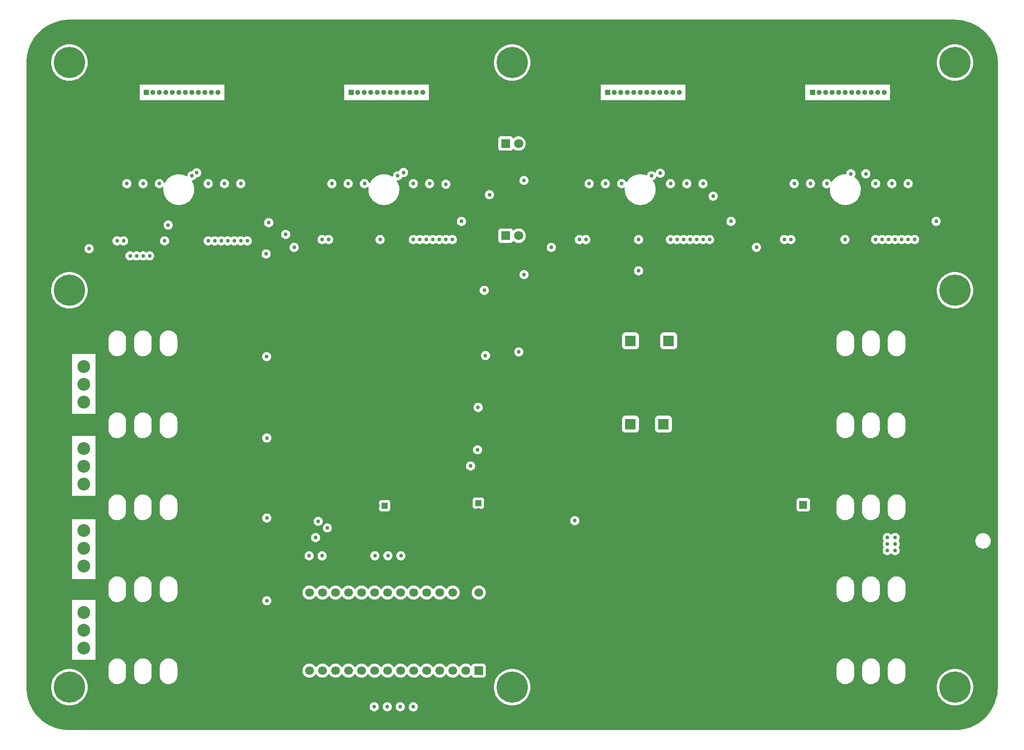
<source format=gbr>
%TF.GenerationSoftware,KiCad,Pcbnew,(6.0.1-0)*%
%TF.CreationDate,2022-02-14T11:55:44-05:00*%
%TF.ProjectId,nixie-tube-clock,6e697869-652d-4747-9562-652d636c6f63,rev?*%
%TF.SameCoordinates,Original*%
%TF.FileFunction,Copper,L3,Inr*%
%TF.FilePolarity,Positive*%
%FSLAX46Y46*%
G04 Gerber Fmt 4.6, Leading zero omitted, Abs format (unit mm)*
G04 Created by KiCad (PCBNEW (6.0.1-0)) date 2022-02-14 11:55:44*
%MOMM*%
%LPD*%
G01*
G04 APERTURE LIST*
%TA.AperFunction,ComponentPad*%
%ADD10C,6.096000*%
%TD*%
%TA.AperFunction,ComponentPad*%
%ADD11R,1.000000X1.000000*%
%TD*%
%TA.AperFunction,ComponentPad*%
%ADD12O,1.000000X1.000000*%
%TD*%
%TA.AperFunction,ComponentPad*%
%ADD13C,2.500000*%
%TD*%
%TA.AperFunction,ComponentPad*%
%ADD14R,1.800000X1.800000*%
%TD*%
%TA.AperFunction,ComponentPad*%
%ADD15C,1.800000*%
%TD*%
%TA.AperFunction,ComponentPad*%
%ADD16R,1.600000X1.600000*%
%TD*%
%TA.AperFunction,ComponentPad*%
%ADD17C,1.600000*%
%TD*%
%TA.AperFunction,ComponentPad*%
%ADD18R,2.000000X2.000000*%
%TD*%
%TA.AperFunction,ComponentPad*%
%ADD19C,2.000000*%
%TD*%
%TA.AperFunction,ComponentPad*%
%ADD20R,1.200000X1.200000*%
%TD*%
%TA.AperFunction,ComponentPad*%
%ADD21C,1.200000*%
%TD*%
%TA.AperFunction,ComponentPad*%
%ADD22R,1.700000X1.700000*%
%TD*%
%TA.AperFunction,ComponentPad*%
%ADD23C,1.700000*%
%TD*%
%TA.AperFunction,ViaPad*%
%ADD24C,0.762000*%
%TD*%
G04 APERTURE END LIST*
D10*
%TO.N,*%
%TO.C,H2*%
X231359989Y-73660000D03*
%TD*%
D11*
%TO.N,Net-(IN-12A_2-Pad1)*%
%TO.C,IN-12A_2*%
X113649989Y-34999994D03*
D12*
%TO.N,/D2/K0*%
X114919989Y-34999994D03*
%TO.N,/D2/K9*%
X116189989Y-34999994D03*
%TO.N,/D2/K8*%
X117459989Y-34999994D03*
%TO.N,/D2/K7*%
X118729989Y-34999994D03*
%TO.N,/D2/K6*%
X119999989Y-34999994D03*
%TO.N,/D2/K5*%
X121269989Y-34999994D03*
%TO.N,/D2/K4*%
X122539989Y-34999994D03*
%TO.N,/D2/K3*%
X123809989Y-34999994D03*
%TO.N,/D2/K2*%
X125079989Y-34999994D03*
%TO.N,/D2/K1*%
X126349989Y-34999994D03*
%TO.N,unconnected-(IN-12A_2-Pad12)*%
X127619989Y-34999994D03*
%TD*%
D10*
%TO.N,*%
%TO.C,H6*%
X58639989Y-29210000D03*
%TD*%
D11*
%TO.N,Net-(IN-12A_3-Pad1)*%
%TO.C,IN-12A_3*%
X163650000Y-35000000D03*
D12*
%TO.N,/D3/K0*%
X164920000Y-35000000D03*
%TO.N,/D3/K9*%
X166190000Y-35000000D03*
%TO.N,/D3/K8*%
X167460000Y-35000000D03*
%TO.N,/D3/K7*%
X168730000Y-35000000D03*
%TO.N,/D3/K6*%
X170000000Y-35000000D03*
%TO.N,/D3/K5*%
X171270000Y-35000000D03*
%TO.N,/D3/K4*%
X172540000Y-35000000D03*
%TO.N,/D3/K3*%
X173810000Y-35000000D03*
%TO.N,/D3/K2*%
X175080000Y-35000000D03*
%TO.N,/D3/K1*%
X176350000Y-35000000D03*
%TO.N,unconnected-(IN-12A_3-Pad12)*%
X177620000Y-35000000D03*
%TD*%
D10*
%TO.N,*%
%TO.C,H5*%
X231359989Y-29210000D03*
%TD*%
D13*
%TO.N,Net-(IN-13_4-Pad1)*%
%TO.C,IN-13_4*%
X61500000Y-136500000D03*
%TO.N,Net-(IN-13_4-Pad2)*%
X61500000Y-140000000D03*
%TO.N,VAA*%
X61500000Y-143500000D03*
%TD*%
D14*
%TO.N,Net-(D6-Pad1)*%
%TO.C,D6*%
X143725000Y-63000000D03*
D15*
%TO.N,Net-(D6-Pad2)*%
X146265000Y-63000000D03*
%TD*%
D13*
%TO.N,Net-(IN-13_1-Pad1)*%
%TO.C,IN-13_1*%
X61500000Y-88500000D03*
%TO.N,Net-(IN-13_1-Pad2)*%
X61500000Y-92000000D03*
%TO.N,VAA*%
X61500000Y-95500000D03*
%TD*%
D11*
%TO.N,Net-(IN-12A_1-Pad1)*%
%TO.C,IN-12A_1*%
X73649992Y-34999994D03*
D12*
%TO.N,/D1/K0*%
X74919992Y-34999994D03*
%TO.N,/D1/K9*%
X76189992Y-34999994D03*
%TO.N,/D1/K8*%
X77459992Y-34999994D03*
%TO.N,/D1/K7*%
X78729992Y-34999994D03*
%TO.N,/D1/K6*%
X79999992Y-34999994D03*
%TO.N,/D1/K5*%
X81269992Y-34999994D03*
%TO.N,/D1/K4*%
X82539992Y-34999994D03*
%TO.N,/D1/K3*%
X83809992Y-34999994D03*
%TO.N,/D1/K2*%
X85079992Y-34999994D03*
%TO.N,/D1/K1*%
X86349992Y-34999994D03*
%TO.N,unconnected-(IN-12A_1-Pad12)*%
X87619992Y-34999994D03*
%TD*%
D10*
%TO.N,*%
%TO.C,H3*%
X231359989Y-151130000D03*
%TD*%
D13*
%TO.N,Net-(IN-13_2-Pad1)*%
%TO.C,IN-13_2*%
X61500000Y-104500000D03*
%TO.N,Net-(IN-13_2-Pad2)*%
X61500000Y-108000000D03*
%TO.N,VAA*%
X61500000Y-111500000D03*
%TD*%
D11*
%TO.N,Net-(IN-12A_4-Pad1)*%
%TO.C,IN-12A_4*%
X203650012Y-34999994D03*
D12*
%TO.N,/D4/K0*%
X204920012Y-34999994D03*
%TO.N,/D4/K9*%
X206190012Y-34999994D03*
%TO.N,/D4/K8*%
X207460012Y-34999994D03*
%TO.N,/D4/K7*%
X208730012Y-34999994D03*
%TO.N,/D4/K6*%
X210000012Y-34999994D03*
%TO.N,/D4/K5*%
X211270012Y-34999994D03*
%TO.N,/D4/K4*%
X212540012Y-34999994D03*
%TO.N,/D4/K3*%
X213810012Y-34999994D03*
%TO.N,/D4/K2*%
X215080012Y-34999994D03*
%TO.N,/D4/K1*%
X216350012Y-34999994D03*
%TO.N,unconnected-(IN-12A_4-Pad12)*%
X217620012Y-34999994D03*
%TD*%
D10*
%TO.N,*%
%TO.C,H8*%
X145000091Y-151130000D03*
%TD*%
%TO.N,*%
%TO.C,H4*%
X58639989Y-73660000D03*
%TD*%
%TO.N,*%
%TO.C,H1*%
X58639989Y-151130000D03*
%TD*%
%TO.N,*%
%TO.C,H7*%
X145000091Y-29210000D03*
%TD*%
D14*
%TO.N,Net-(D5-Pad1)*%
%TO.C,D5*%
X143725000Y-45000000D03*
D15*
%TO.N,Net-(D5-Pad2)*%
X146265000Y-45000000D03*
%TD*%
D13*
%TO.N,Net-(IN-13_3-Pad1)*%
%TO.C,IN-13_3*%
X61500000Y-120500000D03*
%TO.N,Net-(IN-13_3-Pad2)*%
X61500000Y-124000000D03*
%TO.N,VAA*%
X61500000Y-127500000D03*
%TD*%
D16*
%TO.N,+12V*%
%TO.C,C1*%
X201790240Y-115521500D03*
D17*
%TO.N,GND*%
X204290240Y-115521500D03*
%TD*%
D18*
%TO.N,VAA*%
%TO.C,C7*%
X168089917Y-83517500D03*
D19*
%TO.N,GND*%
X163089917Y-83517500D03*
%TD*%
D18*
%TO.N,VAA*%
%TO.C,C8*%
X175546563Y-83517500D03*
D19*
%TO.N,GND*%
X180546563Y-83517500D03*
%TD*%
D20*
%TO.N,+5V*%
%TO.C,C14*%
X138430000Y-115189000D03*
D21*
%TO.N,GND*%
X138430000Y-116689000D03*
%TD*%
D22*
%TO.N,unconnected-(U3-Pad1)*%
%TO.C,ItsyBitsy nRF52840*%
X138489995Y-147887995D03*
D23*
%TO.N,+3V3*%
X135949995Y-147887995D03*
%TO.N,unconnected-(U3-Pad3)*%
X133409995Y-147887995D03*
%TO.N,unconnected-(U3-Pad4)*%
X130869995Y-147887995D03*
%TO.N,Net-(R12-Pad2)*%
X128329995Y-147887995D03*
%TO.N,Net-(R13-Pad2)*%
X125789995Y-147887995D03*
%TO.N,Net-(R14-Pad2)*%
X123249995Y-147887995D03*
%TO.N,Net-(R16-Pad2)*%
X120709995Y-147887995D03*
%TO.N,Net-(R18-Pad2)*%
X118169995Y-147887995D03*
%TO.N,unconnected-(U3-Pad10)*%
X115629995Y-147887995D03*
%TO.N,Net-(R20-Pad2)*%
X113089995Y-147887995D03*
%TO.N,Net-(R21-Pad2)*%
X110549995Y-147887995D03*
%TO.N,unconnected-(U3-Pad13)*%
X108009995Y-147887995D03*
%TO.N,Net-(R23-Pad2)*%
X105469995Y-147887995D03*
%TO.N,Net-(R24-Pad2)*%
X105469995Y-132647995D03*
%TO.N,Net-(R22-Pad2)*%
X108009995Y-132647995D03*
%TO.N,unconnected-(U3-Pad17)*%
X110549995Y-132647995D03*
%TO.N,unconnected-(U3-Pad18)*%
X113089995Y-132647995D03*
%TO.N,unconnected-(U3-Pad19)*%
X115629995Y-132647995D03*
%TO.N,Net-(R19-Pad1)*%
X118169995Y-132647995D03*
%TO.N,Net-(R17-Pad1)*%
X120709995Y-132647995D03*
%TO.N,Net-(R15-Pad1)*%
X123249995Y-132647995D03*
%TO.N,unconnected-(U3-Pad23)*%
X125789995Y-132647995D03*
%TO.N,unconnected-(U3-Pad24)*%
X128329995Y-132647995D03*
%TO.N,unconnected-(U3-Pad25)*%
X130869995Y-132647995D03*
%TO.N,unconnected-(U3-Pad26)*%
X133409995Y-132647995D03*
%TO.N,GND*%
X135949995Y-132647995D03*
%TO.N,+5V*%
X138489995Y-132647995D03*
%TD*%
D20*
%TO.N,+12V*%
%TO.C,C13*%
X120142000Y-115697000D03*
D21*
%TO.N,GND*%
X118642000Y-115697000D03*
%TD*%
D18*
%TO.N,VAA*%
%TO.C,C5*%
X168089917Y-99773500D03*
D19*
%TO.N,GND*%
X163089917Y-99773500D03*
%TD*%
D18*
%TO.N,VAA*%
%TO.C,C6*%
X174530563Y-99773500D03*
D19*
%TO.N,GND*%
X179530563Y-99773500D03*
%TD*%
D24*
%TO.N,+5V*%
X147320000Y-52203000D03*
X147320000Y-70585500D03*
%TO.N,GND*%
X220965000Y-48275000D03*
X183708000Y-119281500D03*
X74915000Y-48275000D03*
X205090000Y-48275000D03*
X133187000Y-152781000D03*
X143891000Y-87338500D03*
X97232000Y-126492000D03*
X173609000Y-119761000D03*
X81265000Y-48275000D03*
X111745000Y-48275000D03*
X186883000Y-111774000D03*
X192659000Y-63353578D03*
X99670000Y-87147000D03*
X157226000Y-127100500D03*
X177785000Y-48275000D03*
X195138000Y-111268000D03*
X205740000Y-58779578D03*
X71740000Y-48275000D03*
X84455000Y-64008000D03*
X122936000Y-118618000D03*
X161910000Y-48275000D03*
X142240000Y-53594000D03*
X99695000Y-103022000D03*
X214615000Y-48275000D03*
X180960000Y-48275000D03*
X233045000Y-118745000D03*
X96520000Y-57785000D03*
X124460000Y-63754000D03*
X173609000Y-118618000D03*
X197678000Y-111268000D03*
X127620000Y-48275000D03*
X97103500Y-94615000D03*
X102484000Y-63378000D03*
X153670000Y-62611000D03*
X115570000Y-58804000D03*
X165085000Y-48275000D03*
X226695000Y-57506578D03*
X75565000Y-59058000D03*
X114920000Y-48275000D03*
X188262500Y-113108500D03*
X174625000Y-63754000D03*
X235585000Y-111760000D03*
X140081000Y-83312000D03*
X63500000Y-62865000D03*
X138415000Y-93360000D03*
X133970000Y-48275000D03*
X233045000Y-111760000D03*
X214630000Y-63729578D03*
X233045000Y-113665000D03*
X121270000Y-48275000D03*
X78090000Y-48275000D03*
X230505000Y-113665000D03*
X171435000Y-48275000D03*
X230505000Y-111760000D03*
X183708000Y-111180500D03*
X108570000Y-48275000D03*
X174183000Y-110669000D03*
X174610000Y-48275000D03*
X184135000Y-48275000D03*
X118095000Y-48275000D03*
X186690000Y-57531000D03*
X138355000Y-101615000D03*
X138303000Y-80264000D03*
X105395000Y-48275000D03*
X177358000Y-112334000D03*
X155560000Y-48275000D03*
X99695000Y-118577000D03*
X122936000Y-117602000D03*
X56515000Y-85902000D03*
X198740000Y-48275000D03*
X142240000Y-71882000D03*
X235585000Y-118745000D03*
X56515000Y-101905500D03*
X168260000Y-48275000D03*
X56515000Y-133884500D03*
X84440000Y-48275000D03*
X192024000Y-92202000D03*
X130795000Y-48275000D03*
X158735000Y-48275000D03*
X97128500Y-110490000D03*
X99695000Y-134772000D03*
X230505000Y-118745000D03*
X148844000Y-85673000D03*
X195565000Y-48275000D03*
X93965000Y-48275000D03*
X235585000Y-113665000D03*
X224140000Y-48275000D03*
X65390000Y-48275000D03*
X130339500Y-88288500D03*
X68565000Y-48215000D03*
X136169000Y-127889000D03*
X136169000Y-125349000D03*
X90790000Y-48275000D03*
X217790000Y-48275000D03*
X56515000Y-117882500D03*
X136525000Y-57531000D03*
X165735000Y-58804000D03*
X191963000Y-108230500D03*
X97232000Y-142240000D03*
X201915000Y-48275000D03*
X124445000Y-48275000D03*
X87615000Y-48275000D03*
X211440000Y-48275000D03*
X208265000Y-48275000D03*
%TO.N,+3V3*%
X102489000Y-65278000D03*
X97536000Y-60452000D03*
X139809500Y-86388500D03*
X187706000Y-60198000D03*
X138253000Y-104775000D03*
X62484000Y-65532000D03*
X135128000Y-60198000D03*
X192659000Y-65253578D03*
X227711000Y-60173578D03*
X138380000Y-96520000D03*
X146304000Y-85673000D03*
X152654000Y-65278000D03*
X157226000Y-118618000D03*
%TO.N,+12V*%
X219710000Y-123190000D03*
X218186000Y-123190000D03*
X219710000Y-124460000D03*
X218186000Y-124460000D03*
X218186000Y-121920000D03*
X219710000Y-121920000D03*
%TO.N,/DAY_PWM*%
X97130000Y-86601500D03*
X125730000Y-154952500D03*
%TO.N,/WEEK_PWM*%
X123190000Y-154927500D03*
X97155000Y-102476500D03*
%TO.N,/MONTH_PWM*%
X120650000Y-154927500D03*
X97155000Y-118099000D03*
%TO.N,/YEAR_PWM*%
X97155000Y-134239000D03*
X118110000Y-154940000D03*
%TO.N,/SCK*%
X107188000Y-118745000D03*
X73025000Y-66926000D03*
%TO.N,/MOSI*%
X108966000Y-120015000D03*
X77926701Y-60908701D03*
%TO.N,/~{CLR_SHIFT}*%
X107950000Y-125488500D03*
X74295000Y-66926000D03*
%TO.N,/STORE*%
X106680000Y-121920000D03*
X71755000Y-66926000D03*
%TO.N,/~{CLR_STORE}*%
X70485000Y-66926000D03*
X105410000Y-125476000D03*
%TO.N,/D1/B2*%
X93345000Y-64008000D03*
X92075000Y-52832000D03*
%TO.N,/D1/B3*%
X92075000Y-64008000D03*
X88900000Y-52832000D03*
%TO.N,/D1/B4*%
X85725000Y-52832000D03*
X90805000Y-64008000D03*
%TO.N,/D1/B5*%
X83477082Y-50691765D03*
X89535000Y-64008000D03*
%TO.N,/D1/B6*%
X82550000Y-51308000D03*
X88265000Y-64008000D03*
%TO.N,/D1/B7*%
X86995000Y-64008000D03*
X76200000Y-52832000D03*
%TO.N,/D1/B8*%
X73025000Y-52832000D03*
X85725000Y-64008000D03*
%TO.N,/D1/B9*%
X67945000Y-64008000D03*
X69850000Y-52844500D03*
%TO.N,/D2/B2*%
X132080000Y-52935500D03*
X133350000Y-63754000D03*
%TO.N,/D2/B3*%
X128905000Y-52844500D03*
X132080000Y-63754000D03*
%TO.N,/D2/B4*%
X130810000Y-63754000D03*
X125730000Y-52844500D03*
%TO.N,/D2/B5*%
X123836000Y-50649500D03*
X129540000Y-63754000D03*
%TO.N,/D2/B6*%
X128270000Y-63754000D03*
X122682000Y-51308000D03*
%TO.N,/D2/B7*%
X116205000Y-52832000D03*
X127000000Y-63754000D03*
%TO.N,/D2/B8*%
X113030000Y-52832000D03*
X125730000Y-63754000D03*
%TO.N,/D2/B9*%
X109855000Y-52844500D03*
X107950000Y-63754000D03*
%TO.N,/D3/B2*%
X182245000Y-52844500D03*
X183515000Y-63754000D03*
%TO.N,/D3/B3*%
X179070000Y-52844500D03*
X182245000Y-63754000D03*
%TO.N,/D3/B4*%
X180975000Y-63754000D03*
X175895000Y-52844500D03*
%TO.N,/D3/B5*%
X179705000Y-63754000D03*
X173899000Y-50793750D03*
%TO.N,/D3/B6*%
X172212000Y-51308000D03*
X178435000Y-63754000D03*
%TO.N,/D3/B7*%
X177165000Y-63754000D03*
X166370000Y-52832000D03*
%TO.N,/D3/B8*%
X175895000Y-63754000D03*
X163195000Y-52844500D03*
%TO.N,/D3/B9*%
X158115000Y-63754000D03*
X160020000Y-52844500D03*
%TO.N,/D4/B2*%
X223520000Y-63729578D03*
X222250000Y-52832000D03*
%TO.N,/D4/B3*%
X222250000Y-63729578D03*
X219075000Y-52832000D03*
%TO.N,/D4/B4*%
X220980000Y-63729578D03*
X215900000Y-52832000D03*
%TO.N,/D4/B5*%
X219710000Y-63729578D03*
X214006000Y-50903500D03*
%TO.N,/D4/B6*%
X211074000Y-50903500D03*
X218440000Y-63729578D03*
%TO.N,/D4/B7*%
X217170000Y-63729578D03*
X206375000Y-52832000D03*
%TO.N,/D4/B8*%
X203200000Y-52819500D03*
X215900000Y-63729578D03*
%TO.N,/D4/B9*%
X200025000Y-52832000D03*
X198120000Y-63729578D03*
%TO.N,/D1/DOUT*%
X97028000Y-66548000D03*
X100838000Y-62738000D03*
%TO.N,/D2/DOUT*%
X169672000Y-69850000D03*
X184225700Y-55269895D03*
%TO.N,/COLON_1*%
X123317000Y-125463500D03*
X140589000Y-54991000D03*
%TO.N,/COLON_2*%
X139573000Y-73660000D03*
X120777000Y-125463500D03*
%TO.N,/TEMP_LED*%
X118237000Y-125463500D03*
X136906000Y-107950000D03*
%TO.N,Net-(U5-Pad9)*%
X77216000Y-64008000D03*
X69215000Y-64008000D03*
%TO.N,Net-(U7-Pad9)*%
X119253000Y-63754000D03*
X109220000Y-63754000D03*
%TO.N,Net-(U10-Pad14)*%
X169672000Y-63754000D03*
X159385000Y-63754000D03*
%TO.N,Net-(U11-Pad9)*%
X199390000Y-63729578D03*
X209931000Y-63729578D03*
%TD*%
%TA.AperFunction,Conductor*%
%TO.N,GND*%
G36*
X231310672Y-20828000D02*
G01*
X231330057Y-20829500D01*
X231344858Y-20831805D01*
X231344861Y-20831805D01*
X231353730Y-20833186D01*
X231376511Y-20830207D01*
X231396969Y-20829210D01*
X231904111Y-20845813D01*
X231912313Y-20846351D01*
X232449970Y-20899305D01*
X232458127Y-20900379D01*
X232882256Y-20970403D01*
X232991183Y-20988387D01*
X232999270Y-20989996D01*
X233525405Y-21112674D01*
X233533352Y-21114802D01*
X234050386Y-21271643D01*
X234058152Y-21274280D01*
X234502555Y-21441541D01*
X234563786Y-21464587D01*
X234571403Y-21467742D01*
X235063509Y-21690712D01*
X235070904Y-21694359D01*
X235272642Y-21802190D01*
X235547376Y-21949038D01*
X235554493Y-21953147D01*
X235902430Y-22169509D01*
X236013283Y-22238442D01*
X236020138Y-22243022D01*
X236459286Y-22557711D01*
X236465828Y-22562731D01*
X236883444Y-22905460D01*
X236889642Y-22910896D01*
X237283958Y-23280211D01*
X237289789Y-23286042D01*
X237659104Y-23680358D01*
X237664540Y-23686556D01*
X238007269Y-24104172D01*
X238012289Y-24110714D01*
X238326978Y-24549862D01*
X238331558Y-24556717D01*
X238616853Y-25015507D01*
X238620962Y-25022624D01*
X238719273Y-25206551D01*
X238875641Y-25499096D01*
X238879288Y-25506491D01*
X239102258Y-25998597D01*
X239105413Y-26006213D01*
X239295716Y-26511835D01*
X239295716Y-26511836D01*
X239298357Y-26519614D01*
X239455198Y-27036648D01*
X239457326Y-27044595D01*
X239580004Y-27570730D01*
X239581613Y-27578816D01*
X239668716Y-28106387D01*
X239669620Y-28111864D01*
X239670696Y-28120039D01*
X239723648Y-28657674D01*
X239724187Y-28665889D01*
X239735572Y-29013658D01*
X239740542Y-29165482D01*
X239739110Y-29188980D01*
X239736814Y-29203730D01*
X239737978Y-29212632D01*
X239737978Y-29212635D01*
X239740936Y-29235251D01*
X239742000Y-29251589D01*
X239742000Y-151080672D01*
X239740500Y-151100056D01*
X239736814Y-151123730D01*
X239738454Y-151136270D01*
X239739793Y-151146508D01*
X239740790Y-151166970D01*
X239724188Y-151674098D01*
X239723648Y-151682325D01*
X239670696Y-152219961D01*
X239669621Y-152228127D01*
X239656358Y-152308463D01*
X239581613Y-152761183D01*
X239580004Y-152769270D01*
X239457326Y-153295405D01*
X239455198Y-153303352D01*
X239298357Y-153820386D01*
X239295720Y-153828152D01*
X239151081Y-154212448D01*
X239105413Y-154333786D01*
X239102258Y-154341403D01*
X238879288Y-154833509D01*
X238875641Y-154840904D01*
X238819501Y-154945935D01*
X238620962Y-155317376D01*
X238616853Y-155324493D01*
X238524820Y-155472494D01*
X238331558Y-155783283D01*
X238326978Y-155790138D01*
X238012289Y-156229286D01*
X238007269Y-156235828D01*
X237664540Y-156653444D01*
X237659104Y-156659642D01*
X237289789Y-157053958D01*
X237283958Y-157059789D01*
X236889642Y-157429104D01*
X236883444Y-157434540D01*
X236465828Y-157777269D01*
X236459286Y-157782289D01*
X236020138Y-158096978D01*
X236013283Y-158101558D01*
X235554493Y-158386853D01*
X235547376Y-158390962D01*
X235272642Y-158537810D01*
X235070904Y-158645641D01*
X235063509Y-158649288D01*
X234571403Y-158872258D01*
X234563786Y-158875413D01*
X234058152Y-159065720D01*
X234050386Y-159068357D01*
X233533352Y-159225198D01*
X233525405Y-159227326D01*
X232999270Y-159350004D01*
X232991184Y-159351613D01*
X232458127Y-159439621D01*
X232449970Y-159440695D01*
X231912311Y-159493649D01*
X231904111Y-159494187D01*
X231556342Y-159505572D01*
X231404518Y-159510542D01*
X231381020Y-159509110D01*
X231366270Y-159506814D01*
X231357368Y-159507978D01*
X231357365Y-159507978D01*
X231337209Y-159510614D01*
X231334803Y-159510929D01*
X231334749Y-159510936D01*
X231318411Y-159512000D01*
X58689317Y-159512000D01*
X58669932Y-159510500D01*
X58655131Y-159508195D01*
X58655128Y-159508195D01*
X58646259Y-159506814D01*
X58623478Y-159509793D01*
X58603020Y-159510790D01*
X58095878Y-159494187D01*
X58087676Y-159493649D01*
X57550019Y-159440695D01*
X57541862Y-159439621D01*
X57008805Y-159351613D01*
X57000719Y-159350004D01*
X56474584Y-159227326D01*
X56466637Y-159225198D01*
X55949603Y-159068357D01*
X55941837Y-159065720D01*
X55436203Y-158875413D01*
X55428586Y-158872258D01*
X54936480Y-158649288D01*
X54929085Y-158645641D01*
X54727347Y-158537810D01*
X54452613Y-158390962D01*
X54445496Y-158386853D01*
X53986706Y-158101558D01*
X53979851Y-158096978D01*
X53540703Y-157782289D01*
X53534161Y-157777269D01*
X53116545Y-157434540D01*
X53110347Y-157429104D01*
X52716031Y-157059789D01*
X52710200Y-157053958D01*
X52340885Y-156659642D01*
X52335449Y-156653444D01*
X51992720Y-156235828D01*
X51987700Y-156229286D01*
X51673011Y-155790138D01*
X51668431Y-155783283D01*
X51475169Y-155472494D01*
X51383136Y-155324493D01*
X51379027Y-155317376D01*
X51180488Y-154945935D01*
X51177316Y-154940000D01*
X117215600Y-154940000D01*
X117235145Y-155125956D01*
X117237185Y-155132234D01*
X117237185Y-155132235D01*
X117239206Y-155138456D01*
X117292925Y-155303785D01*
X117386415Y-155465715D01*
X117390833Y-155470622D01*
X117390834Y-155470623D01*
X117503768Y-155596048D01*
X117511530Y-155604669D01*
X117662800Y-155714573D01*
X117668828Y-155717257D01*
X117668830Y-155717258D01*
X117824999Y-155786789D01*
X117833615Y-155790625D01*
X117898879Y-155804497D01*
X118010053Y-155828128D01*
X118010057Y-155828128D01*
X118016510Y-155829500D01*
X118203490Y-155829500D01*
X118209943Y-155828128D01*
X118209947Y-155828128D01*
X118321121Y-155804497D01*
X118386385Y-155790625D01*
X118395001Y-155786789D01*
X118551170Y-155717258D01*
X118551172Y-155717257D01*
X118557200Y-155714573D01*
X118708470Y-155604669D01*
X118716233Y-155596048D01*
X118829166Y-155470623D01*
X118829167Y-155470622D01*
X118833585Y-155465715D01*
X118927075Y-155303785D01*
X118980794Y-155138456D01*
X118982815Y-155132235D01*
X118982815Y-155132234D01*
X118984855Y-155125956D01*
X119004400Y-154940000D01*
X119003086Y-154927500D01*
X119755600Y-154927500D01*
X119775145Y-155113456D01*
X119832925Y-155291285D01*
X119836228Y-155297007D01*
X119836229Y-155297008D01*
X119918466Y-155439447D01*
X119926415Y-155453215D01*
X120051530Y-155592169D01*
X120056869Y-155596048D01*
X120144556Y-155659756D01*
X120202800Y-155702073D01*
X120208828Y-155704757D01*
X120208830Y-155704758D01*
X120264981Y-155729758D01*
X120373615Y-155778125D01*
X120438879Y-155791997D01*
X120550053Y-155815628D01*
X120550057Y-155815628D01*
X120556510Y-155817000D01*
X120743490Y-155817000D01*
X120749943Y-155815628D01*
X120749947Y-155815628D01*
X120861121Y-155791997D01*
X120926385Y-155778125D01*
X121035019Y-155729758D01*
X121091170Y-155704758D01*
X121091172Y-155704757D01*
X121097200Y-155702073D01*
X121155445Y-155659756D01*
X121243131Y-155596048D01*
X121248470Y-155592169D01*
X121373585Y-155453215D01*
X121381534Y-155439447D01*
X121463771Y-155297008D01*
X121463772Y-155297007D01*
X121467075Y-155291285D01*
X121524855Y-155113456D01*
X121544400Y-154927500D01*
X122295600Y-154927500D01*
X122315145Y-155113456D01*
X122372925Y-155291285D01*
X122376228Y-155297007D01*
X122376229Y-155297008D01*
X122458466Y-155439447D01*
X122466415Y-155453215D01*
X122591530Y-155592169D01*
X122596869Y-155596048D01*
X122684556Y-155659756D01*
X122742800Y-155702073D01*
X122748828Y-155704757D01*
X122748830Y-155704758D01*
X122804981Y-155729758D01*
X122913615Y-155778125D01*
X122978879Y-155791997D01*
X123090053Y-155815628D01*
X123090057Y-155815628D01*
X123096510Y-155817000D01*
X123283490Y-155817000D01*
X123289943Y-155815628D01*
X123289947Y-155815628D01*
X123401121Y-155791997D01*
X123466385Y-155778125D01*
X123575019Y-155729758D01*
X123631170Y-155704758D01*
X123631172Y-155704757D01*
X123637200Y-155702073D01*
X123695445Y-155659756D01*
X123783131Y-155596048D01*
X123788470Y-155592169D01*
X123913585Y-155453215D01*
X123921534Y-155439447D01*
X124003771Y-155297008D01*
X124003772Y-155297007D01*
X124007075Y-155291285D01*
X124064855Y-155113456D01*
X124081772Y-154952500D01*
X124835600Y-154952500D01*
X124855145Y-155138456D01*
X124912925Y-155316285D01*
X125006415Y-155478215D01*
X125010833Y-155483122D01*
X125010834Y-155483123D01*
X125123768Y-155608548D01*
X125131530Y-155617169D01*
X125136869Y-155621048D01*
X125243049Y-155698192D01*
X125282800Y-155727073D01*
X125288828Y-155729757D01*
X125288830Y-155729758D01*
X125428621Y-155791997D01*
X125453615Y-155803125D01*
X125518893Y-155817000D01*
X125630053Y-155840628D01*
X125630057Y-155840628D01*
X125636510Y-155842000D01*
X125823490Y-155842000D01*
X125829943Y-155840628D01*
X125829947Y-155840628D01*
X125941107Y-155817000D01*
X126006385Y-155803125D01*
X126031379Y-155791997D01*
X126171170Y-155729758D01*
X126171172Y-155729757D01*
X126177200Y-155727073D01*
X126216952Y-155698192D01*
X126323131Y-155621048D01*
X126328470Y-155617169D01*
X126336233Y-155608548D01*
X126449166Y-155483123D01*
X126449167Y-155483122D01*
X126453585Y-155478215D01*
X126547075Y-155316285D01*
X126604855Y-155138456D01*
X126624400Y-154952500D01*
X126604855Y-154766544D01*
X126547075Y-154588715D01*
X126453585Y-154426785D01*
X126328470Y-154287831D01*
X126177200Y-154177927D01*
X126171172Y-154175243D01*
X126171170Y-154175242D01*
X126012416Y-154104560D01*
X126012414Y-154104560D01*
X126006385Y-154101875D01*
X125888768Y-154076875D01*
X125829947Y-154064372D01*
X125829943Y-154064372D01*
X125823490Y-154063000D01*
X125636510Y-154063000D01*
X125630057Y-154064372D01*
X125630053Y-154064372D01*
X125571232Y-154076875D01*
X125453615Y-154101875D01*
X125447586Y-154104560D01*
X125447584Y-154104560D01*
X125288830Y-154175242D01*
X125288828Y-154175243D01*
X125282800Y-154177927D01*
X125131530Y-154287831D01*
X125006415Y-154426785D01*
X124912925Y-154588715D01*
X124855145Y-154766544D01*
X124835600Y-154952500D01*
X124081772Y-154952500D01*
X124084400Y-154927500D01*
X124064855Y-154741544D01*
X124007075Y-154563715D01*
X123980148Y-154517075D01*
X123916888Y-154407506D01*
X123913585Y-154401785D01*
X123859217Y-154341403D01*
X123792885Y-154267734D01*
X123792883Y-154267733D01*
X123788470Y-154262831D01*
X123723662Y-154215745D01*
X123642542Y-154156808D01*
X123642541Y-154156807D01*
X123637200Y-154152927D01*
X123631172Y-154150243D01*
X123631170Y-154150242D01*
X123472416Y-154079560D01*
X123472414Y-154079560D01*
X123466385Y-154076875D01*
X123348754Y-154051872D01*
X123289947Y-154039372D01*
X123289943Y-154039372D01*
X123283490Y-154038000D01*
X123096510Y-154038000D01*
X123090057Y-154039372D01*
X123090053Y-154039372D01*
X123031246Y-154051872D01*
X122913615Y-154076875D01*
X122907586Y-154079560D01*
X122907584Y-154079560D01*
X122748830Y-154150242D01*
X122748828Y-154150243D01*
X122742800Y-154152927D01*
X122737459Y-154156807D01*
X122737458Y-154156808D01*
X122656338Y-154215745D01*
X122591530Y-154262831D01*
X122587117Y-154267733D01*
X122587115Y-154267734D01*
X122520783Y-154341403D01*
X122466415Y-154401785D01*
X122463112Y-154407506D01*
X122399853Y-154517075D01*
X122372925Y-154563715D01*
X122315145Y-154741544D01*
X122295600Y-154927500D01*
X121544400Y-154927500D01*
X121524855Y-154741544D01*
X121467075Y-154563715D01*
X121440148Y-154517075D01*
X121376888Y-154407506D01*
X121373585Y-154401785D01*
X121319217Y-154341403D01*
X121252885Y-154267734D01*
X121252883Y-154267733D01*
X121248470Y-154262831D01*
X121183662Y-154215745D01*
X121102542Y-154156808D01*
X121102541Y-154156807D01*
X121097200Y-154152927D01*
X121091172Y-154150243D01*
X121091170Y-154150242D01*
X120932416Y-154079560D01*
X120932414Y-154079560D01*
X120926385Y-154076875D01*
X120808754Y-154051872D01*
X120749947Y-154039372D01*
X120749943Y-154039372D01*
X120743490Y-154038000D01*
X120556510Y-154038000D01*
X120550057Y-154039372D01*
X120550053Y-154039372D01*
X120491246Y-154051872D01*
X120373615Y-154076875D01*
X120367586Y-154079560D01*
X120367584Y-154079560D01*
X120208830Y-154150242D01*
X120208828Y-154150243D01*
X120202800Y-154152927D01*
X120197459Y-154156807D01*
X120197458Y-154156808D01*
X120116338Y-154215745D01*
X120051530Y-154262831D01*
X120047117Y-154267733D01*
X120047115Y-154267734D01*
X119980783Y-154341403D01*
X119926415Y-154401785D01*
X119923112Y-154407506D01*
X119859853Y-154517075D01*
X119832925Y-154563715D01*
X119775145Y-154741544D01*
X119755600Y-154927500D01*
X119003086Y-154927500D01*
X119002396Y-154920935D01*
X118985545Y-154760608D01*
X118985545Y-154760607D01*
X118984855Y-154754044D01*
X118927075Y-154576215D01*
X118892247Y-154515890D01*
X118836888Y-154420006D01*
X118833585Y-154414285D01*
X118719725Y-154287831D01*
X118712885Y-154280234D01*
X118712883Y-154280233D01*
X118708470Y-154275331D01*
X118557200Y-154165427D01*
X118551172Y-154162743D01*
X118551170Y-154162742D01*
X118392416Y-154092060D01*
X118392414Y-154092060D01*
X118386385Y-154089375D01*
X118268754Y-154064372D01*
X118209947Y-154051872D01*
X118209943Y-154051872D01*
X118203490Y-154050500D01*
X118016510Y-154050500D01*
X118010057Y-154051872D01*
X118010053Y-154051872D01*
X117951246Y-154064372D01*
X117833615Y-154089375D01*
X117827586Y-154092060D01*
X117827584Y-154092060D01*
X117668830Y-154162742D01*
X117668828Y-154162743D01*
X117662800Y-154165427D01*
X117511530Y-154275331D01*
X117507117Y-154280233D01*
X117507115Y-154280234D01*
X117500275Y-154287831D01*
X117386415Y-154414285D01*
X117383112Y-154420006D01*
X117327754Y-154515890D01*
X117292925Y-154576215D01*
X117235145Y-154754044D01*
X117234455Y-154760607D01*
X117234455Y-154760608D01*
X117217604Y-154920935D01*
X117215600Y-154940000D01*
X51177316Y-154940000D01*
X51124348Y-154840904D01*
X51120701Y-154833509D01*
X50897731Y-154341403D01*
X50894576Y-154333786D01*
X50848908Y-154212448D01*
X50704269Y-153828152D01*
X50701632Y-153820386D01*
X50544791Y-153303352D01*
X50542663Y-153295405D01*
X50419985Y-152769270D01*
X50418376Y-152761183D01*
X50343631Y-152308463D01*
X50330368Y-152228127D01*
X50329293Y-152219961D01*
X50276341Y-151682326D01*
X50275801Y-151674098D01*
X50270283Y-151505514D01*
X50259447Y-151174518D01*
X50260879Y-151151015D01*
X50261794Y-151145140D01*
X50263175Y-151136270D01*
X50262355Y-151130000D01*
X55078608Y-151130000D01*
X55098118Y-151502266D01*
X55156433Y-151870453D01*
X55252914Y-152230527D01*
X55386506Y-152578544D01*
X55387998Y-152581472D01*
X55388001Y-152581479D01*
X55483686Y-152769270D01*
X55555743Y-152910690D01*
X55758771Y-153223327D01*
X55993367Y-153513029D01*
X56256960Y-153776622D01*
X56546662Y-154011218D01*
X56549437Y-154013020D01*
X56803372Y-154177927D01*
X56859298Y-154214246D01*
X56862232Y-154215741D01*
X56862239Y-154215745D01*
X57188510Y-154381988D01*
X57188517Y-154381991D01*
X57191445Y-154383483D01*
X57194517Y-154384662D01*
X57194521Y-154384664D01*
X57271686Y-154414285D01*
X57539462Y-154517075D01*
X57899536Y-154613556D01*
X58095198Y-154644546D01*
X58264475Y-154671357D01*
X58264483Y-154671358D01*
X58267723Y-154671871D01*
X58639989Y-154691381D01*
X59012255Y-154671871D01*
X59015495Y-154671358D01*
X59015503Y-154671357D01*
X59184780Y-154644546D01*
X59380442Y-154613556D01*
X59740516Y-154517075D01*
X60008292Y-154414285D01*
X60085457Y-154384664D01*
X60085461Y-154384662D01*
X60088533Y-154383483D01*
X60091461Y-154381991D01*
X60091468Y-154381988D01*
X60417739Y-154215745D01*
X60417746Y-154215741D01*
X60420680Y-154214246D01*
X60476607Y-154177927D01*
X60730541Y-154013020D01*
X60733316Y-154011218D01*
X61023018Y-153776622D01*
X61286611Y-153513029D01*
X61521207Y-153223327D01*
X61724235Y-152910690D01*
X61796293Y-152769270D01*
X61891977Y-152581479D01*
X61891980Y-152581472D01*
X61893472Y-152578544D01*
X62027064Y-152230527D01*
X62123545Y-151870453D01*
X62181860Y-151502266D01*
X62201370Y-151130000D01*
X141438710Y-151130000D01*
X141458220Y-151502266D01*
X141516535Y-151870453D01*
X141613016Y-152230527D01*
X141746608Y-152578544D01*
X141748100Y-152581472D01*
X141748103Y-152581479D01*
X141843788Y-152769270D01*
X141915845Y-152910690D01*
X142118873Y-153223327D01*
X142353469Y-153513029D01*
X142617062Y-153776622D01*
X142906764Y-154011218D01*
X142909539Y-154013020D01*
X143163474Y-154177927D01*
X143219400Y-154214246D01*
X143222334Y-154215741D01*
X143222341Y-154215745D01*
X143548612Y-154381988D01*
X143548619Y-154381991D01*
X143551547Y-154383483D01*
X143554619Y-154384662D01*
X143554623Y-154384664D01*
X143631788Y-154414285D01*
X143899564Y-154517075D01*
X144259638Y-154613556D01*
X144455300Y-154644546D01*
X144624577Y-154671357D01*
X144624585Y-154671358D01*
X144627825Y-154671871D01*
X145000091Y-154691381D01*
X145372357Y-154671871D01*
X145375597Y-154671358D01*
X145375605Y-154671357D01*
X145544882Y-154644546D01*
X145740544Y-154613556D01*
X146100618Y-154517075D01*
X146368394Y-154414285D01*
X146445559Y-154384664D01*
X146445563Y-154384662D01*
X146448635Y-154383483D01*
X146451563Y-154381991D01*
X146451570Y-154381988D01*
X146777841Y-154215745D01*
X146777848Y-154215741D01*
X146780782Y-154214246D01*
X146836709Y-154177927D01*
X147090643Y-154013020D01*
X147093418Y-154011218D01*
X147383120Y-153776622D01*
X147646713Y-153513029D01*
X147881309Y-153223327D01*
X148084337Y-152910690D01*
X148156395Y-152769270D01*
X148252079Y-152581479D01*
X148252082Y-152581472D01*
X148253574Y-152578544D01*
X148387166Y-152230527D01*
X148483647Y-151870453D01*
X148541962Y-151502266D01*
X148561472Y-151130000D01*
X227798608Y-151130000D01*
X227818118Y-151502266D01*
X227876433Y-151870453D01*
X227972914Y-152230527D01*
X228106506Y-152578544D01*
X228107998Y-152581472D01*
X228108001Y-152581479D01*
X228203686Y-152769270D01*
X228275743Y-152910690D01*
X228478771Y-153223327D01*
X228713367Y-153513029D01*
X228976960Y-153776622D01*
X229266662Y-154011218D01*
X229269437Y-154013020D01*
X229523372Y-154177927D01*
X229579298Y-154214246D01*
X229582232Y-154215741D01*
X229582239Y-154215745D01*
X229908510Y-154381988D01*
X229908517Y-154381991D01*
X229911445Y-154383483D01*
X229914517Y-154384662D01*
X229914521Y-154384664D01*
X229991686Y-154414285D01*
X230259462Y-154517075D01*
X230619536Y-154613556D01*
X230815198Y-154644546D01*
X230984475Y-154671357D01*
X230984483Y-154671358D01*
X230987723Y-154671871D01*
X231359989Y-154691381D01*
X231732255Y-154671871D01*
X231735495Y-154671358D01*
X231735503Y-154671357D01*
X231904780Y-154644546D01*
X232100442Y-154613556D01*
X232460516Y-154517075D01*
X232728292Y-154414285D01*
X232805457Y-154384664D01*
X232805461Y-154384662D01*
X232808533Y-154383483D01*
X232811461Y-154381991D01*
X232811468Y-154381988D01*
X233137739Y-154215745D01*
X233137746Y-154215741D01*
X233140680Y-154214246D01*
X233196607Y-154177927D01*
X233450541Y-154013020D01*
X233453316Y-154011218D01*
X233743018Y-153776622D01*
X234006611Y-153513029D01*
X234241207Y-153223327D01*
X234444235Y-152910690D01*
X234516293Y-152769270D01*
X234611977Y-152581479D01*
X234611980Y-152581472D01*
X234613472Y-152578544D01*
X234747064Y-152230527D01*
X234843545Y-151870453D01*
X234901860Y-151502266D01*
X234921370Y-151130000D01*
X234901860Y-150757734D01*
X234843545Y-150389547D01*
X234747064Y-150029473D01*
X234648922Y-149773805D01*
X234614653Y-149684532D01*
X234614651Y-149684528D01*
X234613472Y-149681456D01*
X234611977Y-149678521D01*
X234445734Y-149352251D01*
X234445730Y-149352244D01*
X234444235Y-149349310D01*
X234377467Y-149246495D01*
X234286642Y-149106637D01*
X234241207Y-149036673D01*
X234006611Y-148746971D01*
X233743018Y-148483378D01*
X233453316Y-148248782D01*
X233347913Y-148180332D01*
X233143449Y-148047552D01*
X233143446Y-148047550D01*
X233140680Y-148045754D01*
X233137746Y-148044259D01*
X233137739Y-148044255D01*
X232811468Y-147878012D01*
X232811461Y-147878009D01*
X232808533Y-147876517D01*
X232805461Y-147875338D01*
X232805457Y-147875336D01*
X232679310Y-147826913D01*
X232460516Y-147742925D01*
X232100442Y-147646444D01*
X231904780Y-147615454D01*
X231735503Y-147588643D01*
X231735495Y-147588642D01*
X231732255Y-147588129D01*
X231359989Y-147568619D01*
X230987723Y-147588129D01*
X230984483Y-147588642D01*
X230984475Y-147588643D01*
X230815198Y-147615454D01*
X230619536Y-147646444D01*
X230259462Y-147742925D01*
X230040668Y-147826913D01*
X229914521Y-147875336D01*
X229914517Y-147875338D01*
X229911445Y-147876517D01*
X229908517Y-147878009D01*
X229908510Y-147878012D01*
X229582240Y-148044255D01*
X229582233Y-148044259D01*
X229579299Y-148045754D01*
X229266662Y-148248782D01*
X228976960Y-148483378D01*
X228713367Y-148746971D01*
X228478771Y-149036673D01*
X228433336Y-149106637D01*
X228342512Y-149246495D01*
X228275743Y-149349310D01*
X228274248Y-149352244D01*
X228274244Y-149352251D01*
X228108001Y-149678521D01*
X228106506Y-149681456D01*
X228105327Y-149684528D01*
X228105325Y-149684532D01*
X228071056Y-149773805D01*
X227972914Y-150029473D01*
X227876433Y-150389547D01*
X227818118Y-150757734D01*
X227798608Y-151130000D01*
X148561472Y-151130000D01*
X148541962Y-150757734D01*
X148483647Y-150389547D01*
X148387166Y-150029473D01*
X148289024Y-149773805D01*
X148254755Y-149684532D01*
X148254753Y-149684528D01*
X148253574Y-149681456D01*
X148252079Y-149678521D01*
X148085836Y-149352251D01*
X148085832Y-149352244D01*
X148084337Y-149349310D01*
X148017569Y-149246495D01*
X147926744Y-149106637D01*
X147881309Y-149036673D01*
X147743181Y-148866099D01*
X208291500Y-148866099D01*
X208291681Y-148868478D01*
X208291681Y-148868479D01*
X208302038Y-149004627D01*
X208306188Y-149059190D01*
X208307267Y-149063844D01*
X208307267Y-149063846D01*
X208338136Y-149197025D01*
X208364882Y-149312415D01*
X208461205Y-149553848D01*
X208592938Y-149777934D01*
X208757051Y-149979515D01*
X208949767Y-150153953D01*
X209166651Y-150297233D01*
X209170991Y-150299234D01*
X209170995Y-150299236D01*
X209398360Y-150404053D01*
X209398363Y-150404054D01*
X209402712Y-150406059D01*
X209407313Y-150407383D01*
X209407314Y-150407383D01*
X209647925Y-150476605D01*
X209647930Y-150476606D01*
X209652518Y-150477926D01*
X209910321Y-150511180D01*
X210047595Y-150507945D01*
X210165408Y-150505169D01*
X210165413Y-150505169D01*
X210170187Y-150505056D01*
X210298162Y-150482375D01*
X210421433Y-150460528D01*
X210421437Y-150460527D01*
X210426137Y-150459694D01*
X210672281Y-150376140D01*
X210902954Y-150256315D01*
X210906808Y-150253500D01*
X210906812Y-150253497D01*
X211108983Y-150105800D01*
X211108984Y-150105799D01*
X211112847Y-150102977D01*
X211240689Y-149975803D01*
X211293741Y-149923029D01*
X211293745Y-149923024D01*
X211297132Y-149919655D01*
X211451567Y-149710566D01*
X211572598Y-149480524D01*
X211574159Y-149476005D01*
X211574161Y-149475999D01*
X211655880Y-149239339D01*
X211655880Y-149239338D01*
X211657440Y-149234821D01*
X211704141Y-148979112D01*
X211708500Y-148895939D01*
X211708500Y-148866099D01*
X213291500Y-148866099D01*
X213291681Y-148868478D01*
X213291681Y-148868479D01*
X213302038Y-149004627D01*
X213306188Y-149059190D01*
X213307267Y-149063844D01*
X213307267Y-149063846D01*
X213338136Y-149197025D01*
X213364882Y-149312415D01*
X213461205Y-149553848D01*
X213592938Y-149777934D01*
X213757051Y-149979515D01*
X213949767Y-150153953D01*
X214166651Y-150297233D01*
X214170991Y-150299234D01*
X214170995Y-150299236D01*
X214398360Y-150404053D01*
X214398363Y-150404054D01*
X214402712Y-150406059D01*
X214407313Y-150407383D01*
X214407314Y-150407383D01*
X214647925Y-150476605D01*
X214647930Y-150476606D01*
X214652518Y-150477926D01*
X214910321Y-150511180D01*
X215047595Y-150507945D01*
X215165408Y-150505169D01*
X215165413Y-150505169D01*
X215170187Y-150505056D01*
X215298162Y-150482375D01*
X215421433Y-150460528D01*
X215421437Y-150460527D01*
X215426137Y-150459694D01*
X215672281Y-150376140D01*
X215902954Y-150256315D01*
X215906808Y-150253500D01*
X215906812Y-150253497D01*
X216108983Y-150105800D01*
X216108984Y-150105799D01*
X216112847Y-150102977D01*
X216240689Y-149975803D01*
X216293741Y-149923029D01*
X216293745Y-149923024D01*
X216297132Y-149919655D01*
X216451567Y-149710566D01*
X216572598Y-149480524D01*
X216574159Y-149476005D01*
X216574161Y-149475999D01*
X216655880Y-149239339D01*
X216655880Y-149239338D01*
X216657440Y-149234821D01*
X216704141Y-148979112D01*
X216708500Y-148895939D01*
X216708500Y-148866099D01*
X218291500Y-148866099D01*
X218291681Y-148868478D01*
X218291681Y-148868479D01*
X218302038Y-149004627D01*
X218306188Y-149059190D01*
X218307267Y-149063844D01*
X218307267Y-149063846D01*
X218338136Y-149197025D01*
X218364882Y-149312415D01*
X218461205Y-149553848D01*
X218592938Y-149777934D01*
X218757051Y-149979515D01*
X218949767Y-150153953D01*
X219166651Y-150297233D01*
X219170991Y-150299234D01*
X219170995Y-150299236D01*
X219398360Y-150404053D01*
X219398363Y-150404054D01*
X219402712Y-150406059D01*
X219407313Y-150407383D01*
X219407314Y-150407383D01*
X219647925Y-150476605D01*
X219647930Y-150476606D01*
X219652518Y-150477926D01*
X219910321Y-150511180D01*
X220047595Y-150507945D01*
X220165408Y-150505169D01*
X220165413Y-150505169D01*
X220170187Y-150505056D01*
X220298162Y-150482375D01*
X220421433Y-150460528D01*
X220421437Y-150460527D01*
X220426137Y-150459694D01*
X220672281Y-150376140D01*
X220902954Y-150256315D01*
X220906808Y-150253500D01*
X220906812Y-150253497D01*
X221108983Y-150105800D01*
X221108984Y-150105799D01*
X221112847Y-150102977D01*
X221240689Y-149975803D01*
X221293741Y-149923029D01*
X221293745Y-149923024D01*
X221297132Y-149919655D01*
X221451567Y-149710566D01*
X221572598Y-149480524D01*
X221574159Y-149476005D01*
X221574161Y-149475999D01*
X221655880Y-149239339D01*
X221655880Y-149239338D01*
X221657440Y-149234821D01*
X221704141Y-148979112D01*
X221708500Y-148895939D01*
X221708500Y-147133901D01*
X221702595Y-147056272D01*
X221694175Y-146945577D01*
X221694174Y-146945572D01*
X221693812Y-146940810D01*
X221692590Y-146935535D01*
X221636197Y-146692240D01*
X221635118Y-146687585D01*
X221538795Y-146446152D01*
X221407062Y-146222066D01*
X221242949Y-146020485D01*
X221050233Y-145846047D01*
X220974477Y-145796000D01*
X220926525Y-145764322D01*
X220833349Y-145702767D01*
X220829009Y-145700766D01*
X220829005Y-145700764D01*
X220601640Y-145595947D01*
X220601637Y-145595946D01*
X220597288Y-145593941D01*
X220592686Y-145592617D01*
X220352075Y-145523395D01*
X220352070Y-145523394D01*
X220347482Y-145522074D01*
X220089679Y-145488820D01*
X219952405Y-145492055D01*
X219834592Y-145494831D01*
X219834587Y-145494831D01*
X219829813Y-145494944D01*
X219701838Y-145517625D01*
X219578567Y-145539472D01*
X219578563Y-145539473D01*
X219573863Y-145540306D01*
X219327719Y-145623860D01*
X219097046Y-145743685D01*
X219093192Y-145746500D01*
X219093188Y-145746503D01*
X218956930Y-145846047D01*
X218887153Y-145897023D01*
X218795011Y-145988684D01*
X218706259Y-146076971D01*
X218706255Y-146076976D01*
X218702868Y-146080345D01*
X218548433Y-146289434D01*
X218427402Y-146519476D01*
X218425841Y-146523995D01*
X218425839Y-146524001D01*
X218370886Y-146683147D01*
X218342560Y-146765179D01*
X218318875Y-146894865D01*
X218300902Y-146993278D01*
X218295859Y-147020888D01*
X218291500Y-147104061D01*
X218291500Y-148866099D01*
X216708500Y-148866099D01*
X216708500Y-147133901D01*
X216702595Y-147056272D01*
X216694175Y-146945577D01*
X216694174Y-146945572D01*
X216693812Y-146940810D01*
X216692590Y-146935535D01*
X216636197Y-146692240D01*
X216635118Y-146687585D01*
X216538795Y-146446152D01*
X216407062Y-146222066D01*
X216242949Y-146020485D01*
X216050233Y-145846047D01*
X215974477Y-145796000D01*
X215926525Y-145764322D01*
X215833349Y-145702767D01*
X215829009Y-145700766D01*
X215829005Y-145700764D01*
X215601640Y-145595947D01*
X215601637Y-145595946D01*
X215597288Y-145593941D01*
X215592686Y-145592617D01*
X215352075Y-145523395D01*
X215352070Y-145523394D01*
X215347482Y-145522074D01*
X215089679Y-145488820D01*
X214952405Y-145492055D01*
X214834592Y-145494831D01*
X214834587Y-145494831D01*
X214829813Y-145494944D01*
X214701838Y-145517625D01*
X214578567Y-145539472D01*
X214578563Y-145539473D01*
X214573863Y-145540306D01*
X214327719Y-145623860D01*
X214097046Y-145743685D01*
X214093192Y-145746500D01*
X214093188Y-145746503D01*
X213956930Y-145846047D01*
X213887153Y-145897023D01*
X213795011Y-145988684D01*
X213706259Y-146076971D01*
X213706255Y-146076976D01*
X213702868Y-146080345D01*
X213548433Y-146289434D01*
X213427402Y-146519476D01*
X213425841Y-146523995D01*
X213425839Y-146524001D01*
X213370886Y-146683147D01*
X213342560Y-146765179D01*
X213318875Y-146894865D01*
X213300902Y-146993278D01*
X213295859Y-147020888D01*
X213291500Y-147104061D01*
X213291500Y-148866099D01*
X211708500Y-148866099D01*
X211708500Y-147133901D01*
X211702595Y-147056272D01*
X211694175Y-146945577D01*
X211694174Y-146945572D01*
X211693812Y-146940810D01*
X211692590Y-146935535D01*
X211636197Y-146692240D01*
X211635118Y-146687585D01*
X211538795Y-146446152D01*
X211407062Y-146222066D01*
X211242949Y-146020485D01*
X211050233Y-145846047D01*
X210974477Y-145796000D01*
X210926525Y-145764322D01*
X210833349Y-145702767D01*
X210829009Y-145700766D01*
X210829005Y-145700764D01*
X210601640Y-145595947D01*
X210601637Y-145595946D01*
X210597288Y-145593941D01*
X210592686Y-145592617D01*
X210352075Y-145523395D01*
X210352070Y-145523394D01*
X210347482Y-145522074D01*
X210089679Y-145488820D01*
X209952405Y-145492055D01*
X209834592Y-145494831D01*
X209834587Y-145494831D01*
X209829813Y-145494944D01*
X209701838Y-145517625D01*
X209578567Y-145539472D01*
X209578563Y-145539473D01*
X209573863Y-145540306D01*
X209327719Y-145623860D01*
X209097046Y-145743685D01*
X209093192Y-145746500D01*
X209093188Y-145746503D01*
X208956930Y-145846047D01*
X208887153Y-145897023D01*
X208795011Y-145988684D01*
X208706259Y-146076971D01*
X208706255Y-146076976D01*
X208702868Y-146080345D01*
X208548433Y-146289434D01*
X208427402Y-146519476D01*
X208425841Y-146523995D01*
X208425839Y-146524001D01*
X208370886Y-146683147D01*
X208342560Y-146765179D01*
X208318875Y-146894865D01*
X208300902Y-146993278D01*
X208295859Y-147020888D01*
X208291500Y-147104061D01*
X208291500Y-148866099D01*
X147743181Y-148866099D01*
X147646713Y-148746971D01*
X147383120Y-148483378D01*
X147093418Y-148248782D01*
X146988015Y-148180332D01*
X146783551Y-148047552D01*
X146783548Y-148047550D01*
X146780782Y-148045754D01*
X146777848Y-148044259D01*
X146777841Y-148044255D01*
X146451570Y-147878012D01*
X146451563Y-147878009D01*
X146448635Y-147876517D01*
X146445563Y-147875338D01*
X146445559Y-147875336D01*
X146319412Y-147826913D01*
X146100618Y-147742925D01*
X145740544Y-147646444D01*
X145544882Y-147615454D01*
X145375605Y-147588643D01*
X145375597Y-147588642D01*
X145372357Y-147588129D01*
X145000091Y-147568619D01*
X144627825Y-147588129D01*
X144624585Y-147588642D01*
X144624577Y-147588643D01*
X144455300Y-147615454D01*
X144259638Y-147646444D01*
X143899564Y-147742925D01*
X143680770Y-147826913D01*
X143554623Y-147875336D01*
X143554619Y-147875338D01*
X143551547Y-147876517D01*
X143548619Y-147878009D01*
X143548612Y-147878012D01*
X143222342Y-148044255D01*
X143222335Y-148044259D01*
X143219401Y-148045754D01*
X142906764Y-148248782D01*
X142617062Y-148483378D01*
X142353469Y-148746971D01*
X142118873Y-149036673D01*
X142073438Y-149106637D01*
X141982614Y-149246495D01*
X141915845Y-149349310D01*
X141914350Y-149352244D01*
X141914346Y-149352251D01*
X141748103Y-149678521D01*
X141746608Y-149681456D01*
X141745429Y-149684528D01*
X141745427Y-149684532D01*
X141711158Y-149773805D01*
X141613016Y-150029473D01*
X141516535Y-150389547D01*
X141458220Y-150757734D01*
X141438710Y-151130000D01*
X62201370Y-151130000D01*
X62181860Y-150757734D01*
X62123545Y-150389547D01*
X62027064Y-150029473D01*
X61928922Y-149773805D01*
X61894653Y-149684532D01*
X61894651Y-149684528D01*
X61893472Y-149681456D01*
X61891977Y-149678521D01*
X61725734Y-149352251D01*
X61725730Y-149352244D01*
X61724235Y-149349310D01*
X61657467Y-149246495D01*
X61566642Y-149106637D01*
X61521207Y-149036673D01*
X61383079Y-148866099D01*
X66291500Y-148866099D01*
X66291681Y-148868478D01*
X66291681Y-148868479D01*
X66302038Y-149004627D01*
X66306188Y-149059190D01*
X66307267Y-149063844D01*
X66307267Y-149063846D01*
X66338136Y-149197025D01*
X66364882Y-149312415D01*
X66461205Y-149553848D01*
X66592938Y-149777934D01*
X66757051Y-149979515D01*
X66949767Y-150153953D01*
X67166651Y-150297233D01*
X67170991Y-150299234D01*
X67170995Y-150299236D01*
X67398360Y-150404053D01*
X67398363Y-150404054D01*
X67402712Y-150406059D01*
X67407313Y-150407383D01*
X67407314Y-150407383D01*
X67647925Y-150476605D01*
X67647930Y-150476606D01*
X67652518Y-150477926D01*
X67910321Y-150511180D01*
X68047595Y-150507945D01*
X68165408Y-150505169D01*
X68165413Y-150505169D01*
X68170187Y-150505056D01*
X68298162Y-150482375D01*
X68421433Y-150460528D01*
X68421437Y-150460527D01*
X68426137Y-150459694D01*
X68672281Y-150376140D01*
X68902954Y-150256315D01*
X68906808Y-150253500D01*
X68906812Y-150253497D01*
X69108983Y-150105800D01*
X69108984Y-150105799D01*
X69112847Y-150102977D01*
X69240689Y-149975803D01*
X69293741Y-149923029D01*
X69293745Y-149923024D01*
X69297132Y-149919655D01*
X69451567Y-149710566D01*
X69572598Y-149480524D01*
X69574159Y-149476005D01*
X69574161Y-149475999D01*
X69655880Y-149239339D01*
X69655880Y-149239338D01*
X69657440Y-149234821D01*
X69704141Y-148979112D01*
X69708500Y-148895939D01*
X69708500Y-148866099D01*
X71291500Y-148866099D01*
X71291681Y-148868478D01*
X71291681Y-148868479D01*
X71302038Y-149004627D01*
X71306188Y-149059190D01*
X71307267Y-149063844D01*
X71307267Y-149063846D01*
X71338136Y-149197025D01*
X71364882Y-149312415D01*
X71461205Y-149553848D01*
X71592938Y-149777934D01*
X71757051Y-149979515D01*
X71949767Y-150153953D01*
X72166651Y-150297233D01*
X72170991Y-150299234D01*
X72170995Y-150299236D01*
X72398360Y-150404053D01*
X72398363Y-150404054D01*
X72402712Y-150406059D01*
X72407313Y-150407383D01*
X72407314Y-150407383D01*
X72647925Y-150476605D01*
X72647930Y-150476606D01*
X72652518Y-150477926D01*
X72910321Y-150511180D01*
X73047595Y-150507945D01*
X73165408Y-150505169D01*
X73165413Y-150505169D01*
X73170187Y-150505056D01*
X73298162Y-150482375D01*
X73421433Y-150460528D01*
X73421437Y-150460527D01*
X73426137Y-150459694D01*
X73672281Y-150376140D01*
X73902954Y-150256315D01*
X73906808Y-150253500D01*
X73906812Y-150253497D01*
X74108983Y-150105800D01*
X74108984Y-150105799D01*
X74112847Y-150102977D01*
X74240689Y-149975803D01*
X74293741Y-149923029D01*
X74293745Y-149923024D01*
X74297132Y-149919655D01*
X74451567Y-149710566D01*
X74572598Y-149480524D01*
X74574159Y-149476005D01*
X74574161Y-149475999D01*
X74655880Y-149239339D01*
X74655880Y-149239338D01*
X74657440Y-149234821D01*
X74704141Y-148979112D01*
X74708500Y-148895939D01*
X74708500Y-148866099D01*
X76291500Y-148866099D01*
X76291681Y-148868478D01*
X76291681Y-148868479D01*
X76302038Y-149004627D01*
X76306188Y-149059190D01*
X76307267Y-149063844D01*
X76307267Y-149063846D01*
X76338136Y-149197025D01*
X76364882Y-149312415D01*
X76461205Y-149553848D01*
X76592938Y-149777934D01*
X76757051Y-149979515D01*
X76949767Y-150153953D01*
X77166651Y-150297233D01*
X77170991Y-150299234D01*
X77170995Y-150299236D01*
X77398360Y-150404053D01*
X77398363Y-150404054D01*
X77402712Y-150406059D01*
X77407313Y-150407383D01*
X77407314Y-150407383D01*
X77647925Y-150476605D01*
X77647930Y-150476606D01*
X77652518Y-150477926D01*
X77910321Y-150511180D01*
X78047595Y-150507945D01*
X78165408Y-150505169D01*
X78165413Y-150505169D01*
X78170187Y-150505056D01*
X78298162Y-150482375D01*
X78421433Y-150460528D01*
X78421437Y-150460527D01*
X78426137Y-150459694D01*
X78672281Y-150376140D01*
X78902954Y-150256315D01*
X78906808Y-150253500D01*
X78906812Y-150253497D01*
X79108983Y-150105800D01*
X79108984Y-150105799D01*
X79112847Y-150102977D01*
X79240689Y-149975803D01*
X79293741Y-149923029D01*
X79293745Y-149923024D01*
X79297132Y-149919655D01*
X79451567Y-149710566D01*
X79572598Y-149480524D01*
X79574159Y-149476005D01*
X79574161Y-149475999D01*
X79655880Y-149239339D01*
X79655880Y-149239338D01*
X79657440Y-149234821D01*
X79704141Y-148979112D01*
X79708500Y-148895939D01*
X79708500Y-147854690D01*
X104107246Y-147854690D01*
X104107543Y-147859843D01*
X104107543Y-147859846D01*
X104118176Y-148044255D01*
X104120105Y-148077710D01*
X104121242Y-148082756D01*
X104121243Y-148082762D01*
X104145299Y-148189503D01*
X104169217Y-148295634D01*
X104253261Y-148502611D01*
X104290680Y-148563673D01*
X104367286Y-148688683D01*
X104369982Y-148693083D01*
X104516245Y-148861933D01*
X104688121Y-149004627D01*
X104880995Y-149117333D01*
X105089687Y-149197025D01*
X105094755Y-149198056D01*
X105094758Y-149198057D01*
X105202012Y-149219878D01*
X105308592Y-149241562D01*
X105313767Y-149241752D01*
X105313769Y-149241752D01*
X105526668Y-149249559D01*
X105526672Y-149249559D01*
X105531832Y-149249748D01*
X105536952Y-149249092D01*
X105536954Y-149249092D01*
X105748283Y-149222020D01*
X105748284Y-149222020D01*
X105753411Y-149221363D01*
X105758361Y-149219878D01*
X105962424Y-149158656D01*
X105962429Y-149158654D01*
X105967379Y-149157169D01*
X106167989Y-149058891D01*
X106349855Y-148929168D01*
X106381525Y-148897609D01*
X106444119Y-148835233D01*
X106508091Y-148771484D01*
X106567589Y-148688684D01*
X106638448Y-148590072D01*
X106639771Y-148591023D01*
X106686640Y-148547852D01*
X106756575Y-148535620D01*
X106822021Y-148563139D01*
X106849870Y-148594989D01*
X106909982Y-148693083D01*
X107056245Y-148861933D01*
X107228121Y-149004627D01*
X107420995Y-149117333D01*
X107629687Y-149197025D01*
X107634755Y-149198056D01*
X107634758Y-149198057D01*
X107742012Y-149219878D01*
X107848592Y-149241562D01*
X107853767Y-149241752D01*
X107853769Y-149241752D01*
X108066668Y-149249559D01*
X108066672Y-149249559D01*
X108071832Y-149249748D01*
X108076952Y-149249092D01*
X108076954Y-149249092D01*
X108288283Y-149222020D01*
X108288284Y-149222020D01*
X108293411Y-149221363D01*
X108298361Y-149219878D01*
X108502424Y-149158656D01*
X108502429Y-149158654D01*
X108507379Y-149157169D01*
X108707989Y-149058891D01*
X108889855Y-148929168D01*
X108921525Y-148897609D01*
X108984119Y-148835233D01*
X109048091Y-148771484D01*
X109107589Y-148688684D01*
X109178448Y-148590072D01*
X109179771Y-148591023D01*
X109226640Y-148547852D01*
X109296575Y-148535620D01*
X109362021Y-148563139D01*
X109389870Y-148594989D01*
X109449982Y-148693083D01*
X109596245Y-148861933D01*
X109768121Y-149004627D01*
X109960995Y-149117333D01*
X110169687Y-149197025D01*
X110174755Y-149198056D01*
X110174758Y-149198057D01*
X110282012Y-149219878D01*
X110388592Y-149241562D01*
X110393767Y-149241752D01*
X110393769Y-149241752D01*
X110606668Y-149249559D01*
X110606672Y-149249559D01*
X110611832Y-149249748D01*
X110616952Y-149249092D01*
X110616954Y-149249092D01*
X110828283Y-149222020D01*
X110828284Y-149222020D01*
X110833411Y-149221363D01*
X110838361Y-149219878D01*
X111042424Y-149158656D01*
X111042429Y-149158654D01*
X111047379Y-149157169D01*
X111247989Y-149058891D01*
X111429855Y-148929168D01*
X111461525Y-148897609D01*
X111524119Y-148835233D01*
X111588091Y-148771484D01*
X111647589Y-148688684D01*
X111718448Y-148590072D01*
X111719771Y-148591023D01*
X111766640Y-148547852D01*
X111836575Y-148535620D01*
X111902021Y-148563139D01*
X111929870Y-148594989D01*
X111989982Y-148693083D01*
X112136245Y-148861933D01*
X112308121Y-149004627D01*
X112500995Y-149117333D01*
X112709687Y-149197025D01*
X112714755Y-149198056D01*
X112714758Y-149198057D01*
X112822012Y-149219878D01*
X112928592Y-149241562D01*
X112933767Y-149241752D01*
X112933769Y-149241752D01*
X113146668Y-149249559D01*
X113146672Y-149249559D01*
X113151832Y-149249748D01*
X113156952Y-149249092D01*
X113156954Y-149249092D01*
X113368283Y-149222020D01*
X113368284Y-149222020D01*
X113373411Y-149221363D01*
X113378361Y-149219878D01*
X113582424Y-149158656D01*
X113582429Y-149158654D01*
X113587379Y-149157169D01*
X113787989Y-149058891D01*
X113969855Y-148929168D01*
X114001525Y-148897609D01*
X114064119Y-148835233D01*
X114128091Y-148771484D01*
X114187589Y-148688684D01*
X114258448Y-148590072D01*
X114259771Y-148591023D01*
X114306640Y-148547852D01*
X114376575Y-148535620D01*
X114442021Y-148563139D01*
X114469870Y-148594989D01*
X114529982Y-148693083D01*
X114676245Y-148861933D01*
X114848121Y-149004627D01*
X115040995Y-149117333D01*
X115249687Y-149197025D01*
X115254755Y-149198056D01*
X115254758Y-149198057D01*
X115362012Y-149219878D01*
X115468592Y-149241562D01*
X115473767Y-149241752D01*
X115473769Y-149241752D01*
X115686668Y-149249559D01*
X115686672Y-149249559D01*
X115691832Y-149249748D01*
X115696952Y-149249092D01*
X115696954Y-149249092D01*
X115908283Y-149222020D01*
X115908284Y-149222020D01*
X115913411Y-149221363D01*
X115918361Y-149219878D01*
X116122424Y-149158656D01*
X116122429Y-149158654D01*
X116127379Y-149157169D01*
X116327989Y-149058891D01*
X116509855Y-148929168D01*
X116541525Y-148897609D01*
X116604119Y-148835233D01*
X116668091Y-148771484D01*
X116727589Y-148688684D01*
X116798448Y-148590072D01*
X116799771Y-148591023D01*
X116846640Y-148547852D01*
X116916575Y-148535620D01*
X116982021Y-148563139D01*
X117009870Y-148594989D01*
X117069982Y-148693083D01*
X117216245Y-148861933D01*
X117388121Y-149004627D01*
X117580995Y-149117333D01*
X117789687Y-149197025D01*
X117794755Y-149198056D01*
X117794758Y-149198057D01*
X117902012Y-149219878D01*
X118008592Y-149241562D01*
X118013767Y-149241752D01*
X118013769Y-149241752D01*
X118226668Y-149249559D01*
X118226672Y-149249559D01*
X118231832Y-149249748D01*
X118236952Y-149249092D01*
X118236954Y-149249092D01*
X118448283Y-149222020D01*
X118448284Y-149222020D01*
X118453411Y-149221363D01*
X118458361Y-149219878D01*
X118662424Y-149158656D01*
X118662429Y-149158654D01*
X118667379Y-149157169D01*
X118867989Y-149058891D01*
X119049855Y-148929168D01*
X119081525Y-148897609D01*
X119144119Y-148835233D01*
X119208091Y-148771484D01*
X119267589Y-148688684D01*
X119338448Y-148590072D01*
X119339771Y-148591023D01*
X119386640Y-148547852D01*
X119456575Y-148535620D01*
X119522021Y-148563139D01*
X119549870Y-148594989D01*
X119609982Y-148693083D01*
X119756245Y-148861933D01*
X119928121Y-149004627D01*
X120120995Y-149117333D01*
X120329687Y-149197025D01*
X120334755Y-149198056D01*
X120334758Y-149198057D01*
X120442012Y-149219878D01*
X120548592Y-149241562D01*
X120553767Y-149241752D01*
X120553769Y-149241752D01*
X120766668Y-149249559D01*
X120766672Y-149249559D01*
X120771832Y-149249748D01*
X120776952Y-149249092D01*
X120776954Y-149249092D01*
X120988283Y-149222020D01*
X120988284Y-149222020D01*
X120993411Y-149221363D01*
X120998361Y-149219878D01*
X121202424Y-149158656D01*
X121202429Y-149158654D01*
X121207379Y-149157169D01*
X121407989Y-149058891D01*
X121589855Y-148929168D01*
X121621525Y-148897609D01*
X121684119Y-148835233D01*
X121748091Y-148771484D01*
X121807589Y-148688684D01*
X121878448Y-148590072D01*
X121879771Y-148591023D01*
X121926640Y-148547852D01*
X121996575Y-148535620D01*
X122062021Y-148563139D01*
X122089870Y-148594989D01*
X122149982Y-148693083D01*
X122296245Y-148861933D01*
X122468121Y-149004627D01*
X122660995Y-149117333D01*
X122869687Y-149197025D01*
X122874755Y-149198056D01*
X122874758Y-149198057D01*
X122982012Y-149219878D01*
X123088592Y-149241562D01*
X123093767Y-149241752D01*
X123093769Y-149241752D01*
X123306668Y-149249559D01*
X123306672Y-149249559D01*
X123311832Y-149249748D01*
X123316952Y-149249092D01*
X123316954Y-149249092D01*
X123528283Y-149222020D01*
X123528284Y-149222020D01*
X123533411Y-149221363D01*
X123538361Y-149219878D01*
X123742424Y-149158656D01*
X123742429Y-149158654D01*
X123747379Y-149157169D01*
X123947989Y-149058891D01*
X124129855Y-148929168D01*
X124161525Y-148897609D01*
X124224119Y-148835233D01*
X124288091Y-148771484D01*
X124347589Y-148688684D01*
X124418448Y-148590072D01*
X124419771Y-148591023D01*
X124466640Y-148547852D01*
X124536575Y-148535620D01*
X124602021Y-148563139D01*
X124629870Y-148594989D01*
X124689982Y-148693083D01*
X124836245Y-148861933D01*
X125008121Y-149004627D01*
X125200995Y-149117333D01*
X125409687Y-149197025D01*
X125414755Y-149198056D01*
X125414758Y-149198057D01*
X125522012Y-149219878D01*
X125628592Y-149241562D01*
X125633767Y-149241752D01*
X125633769Y-149241752D01*
X125846668Y-149249559D01*
X125846672Y-149249559D01*
X125851832Y-149249748D01*
X125856952Y-149249092D01*
X125856954Y-149249092D01*
X126068283Y-149222020D01*
X126068284Y-149222020D01*
X126073411Y-149221363D01*
X126078361Y-149219878D01*
X126282424Y-149158656D01*
X126282429Y-149158654D01*
X126287379Y-149157169D01*
X126487989Y-149058891D01*
X126669855Y-148929168D01*
X126701525Y-148897609D01*
X126764119Y-148835233D01*
X126828091Y-148771484D01*
X126887589Y-148688684D01*
X126958448Y-148590072D01*
X126959771Y-148591023D01*
X127006640Y-148547852D01*
X127076575Y-148535620D01*
X127142021Y-148563139D01*
X127169870Y-148594989D01*
X127229982Y-148693083D01*
X127376245Y-148861933D01*
X127548121Y-149004627D01*
X127740995Y-149117333D01*
X127949687Y-149197025D01*
X127954755Y-149198056D01*
X127954758Y-149198057D01*
X128062012Y-149219878D01*
X128168592Y-149241562D01*
X128173767Y-149241752D01*
X128173769Y-149241752D01*
X128386668Y-149249559D01*
X128386672Y-149249559D01*
X128391832Y-149249748D01*
X128396952Y-149249092D01*
X128396954Y-149249092D01*
X128608283Y-149222020D01*
X128608284Y-149222020D01*
X128613411Y-149221363D01*
X128618361Y-149219878D01*
X128822424Y-149158656D01*
X128822429Y-149158654D01*
X128827379Y-149157169D01*
X129027989Y-149058891D01*
X129209855Y-148929168D01*
X129241525Y-148897609D01*
X129304119Y-148835233D01*
X129368091Y-148771484D01*
X129427589Y-148688684D01*
X129498448Y-148590072D01*
X129499771Y-148591023D01*
X129546640Y-148547852D01*
X129616575Y-148535620D01*
X129682021Y-148563139D01*
X129709870Y-148594989D01*
X129769982Y-148693083D01*
X129916245Y-148861933D01*
X130088121Y-149004627D01*
X130280995Y-149117333D01*
X130489687Y-149197025D01*
X130494755Y-149198056D01*
X130494758Y-149198057D01*
X130602012Y-149219878D01*
X130708592Y-149241562D01*
X130713767Y-149241752D01*
X130713769Y-149241752D01*
X130926668Y-149249559D01*
X130926672Y-149249559D01*
X130931832Y-149249748D01*
X130936952Y-149249092D01*
X130936954Y-149249092D01*
X131148283Y-149222020D01*
X131148284Y-149222020D01*
X131153411Y-149221363D01*
X131158361Y-149219878D01*
X131362424Y-149158656D01*
X131362429Y-149158654D01*
X131367379Y-149157169D01*
X131567989Y-149058891D01*
X131749855Y-148929168D01*
X131781525Y-148897609D01*
X131844119Y-148835233D01*
X131908091Y-148771484D01*
X131967589Y-148688684D01*
X132038448Y-148590072D01*
X132039771Y-148591023D01*
X132086640Y-148547852D01*
X132156575Y-148535620D01*
X132222021Y-148563139D01*
X132249870Y-148594989D01*
X132309982Y-148693083D01*
X132456245Y-148861933D01*
X132628121Y-149004627D01*
X132820995Y-149117333D01*
X133029687Y-149197025D01*
X133034755Y-149198056D01*
X133034758Y-149198057D01*
X133142012Y-149219878D01*
X133248592Y-149241562D01*
X133253767Y-149241752D01*
X133253769Y-149241752D01*
X133466668Y-149249559D01*
X133466672Y-149249559D01*
X133471832Y-149249748D01*
X133476952Y-149249092D01*
X133476954Y-149249092D01*
X133688283Y-149222020D01*
X133688284Y-149222020D01*
X133693411Y-149221363D01*
X133698361Y-149219878D01*
X133902424Y-149158656D01*
X133902429Y-149158654D01*
X133907379Y-149157169D01*
X134107989Y-149058891D01*
X134289855Y-148929168D01*
X134321525Y-148897609D01*
X134384119Y-148835233D01*
X134448091Y-148771484D01*
X134507589Y-148688684D01*
X134578448Y-148590072D01*
X134579771Y-148591023D01*
X134626640Y-148547852D01*
X134696575Y-148535620D01*
X134762021Y-148563139D01*
X134789870Y-148594989D01*
X134849982Y-148693083D01*
X134996245Y-148861933D01*
X135168121Y-149004627D01*
X135360995Y-149117333D01*
X135569687Y-149197025D01*
X135574755Y-149198056D01*
X135574758Y-149198057D01*
X135682012Y-149219878D01*
X135788592Y-149241562D01*
X135793767Y-149241752D01*
X135793769Y-149241752D01*
X136006668Y-149249559D01*
X136006672Y-149249559D01*
X136011832Y-149249748D01*
X136016952Y-149249092D01*
X136016954Y-149249092D01*
X136228283Y-149222020D01*
X136228284Y-149222020D01*
X136233411Y-149221363D01*
X136238361Y-149219878D01*
X136442424Y-149158656D01*
X136442429Y-149158654D01*
X136447379Y-149157169D01*
X136647989Y-149058891D01*
X136829855Y-148929168D01*
X136938086Y-148821314D01*
X137000457Y-148787399D01*
X137071263Y-148792587D01*
X137128025Y-148835233D01*
X137145007Y-148866336D01*
X137155480Y-148894273D01*
X137189380Y-148984700D01*
X137276734Y-149101256D01*
X137393290Y-149188610D01*
X137529679Y-149239740D01*
X137591861Y-149246495D01*
X139388129Y-149246495D01*
X139450311Y-149239740D01*
X139586700Y-149188610D01*
X139703256Y-149101256D01*
X139790610Y-148984700D01*
X139841740Y-148848311D01*
X139848495Y-148786129D01*
X139848495Y-146989861D01*
X139841740Y-146927679D01*
X139790610Y-146791290D01*
X139703256Y-146674734D01*
X139586700Y-146587380D01*
X139450311Y-146536250D01*
X139388129Y-146529495D01*
X137591861Y-146529495D01*
X137529679Y-146536250D01*
X137393290Y-146587380D01*
X137276734Y-146674734D01*
X137189380Y-146791290D01*
X137186228Y-146799698D01*
X137144914Y-146909902D01*
X137102272Y-146966666D01*
X137035711Y-146991366D01*
X136966362Y-146976158D01*
X136933738Y-146950471D01*
X136883146Y-146894870D01*
X136883137Y-146894861D01*
X136879665Y-146891046D01*
X136875614Y-146887847D01*
X136875610Y-146887843D01*
X136708409Y-146755795D01*
X136708405Y-146755793D01*
X136704354Y-146752593D01*
X136508784Y-146644633D01*
X136503915Y-146642909D01*
X136503911Y-146642907D01*
X136303082Y-146571790D01*
X136303078Y-146571789D01*
X136298207Y-146570064D01*
X136293114Y-146569157D01*
X136293111Y-146569156D01*
X136083368Y-146531795D01*
X136083362Y-146531794D01*
X136078279Y-146530889D01*
X136004447Y-146529987D01*
X135860076Y-146528223D01*
X135860074Y-146528223D01*
X135854906Y-146528160D01*
X135634086Y-146561950D01*
X135421751Y-146631352D01*
X135223602Y-146734502D01*
X135219469Y-146737605D01*
X135219466Y-146737607D01*
X135049095Y-146865525D01*
X135044960Y-146868630D01*
X135005520Y-146909902D01*
X134903253Y-147016918D01*
X134890624Y-147030133D01*
X134783196Y-147187616D01*
X134728288Y-147232616D01*
X134657763Y-147240787D01*
X134594016Y-147209533D01*
X134573319Y-147185049D01*
X134492817Y-147060612D01*
X134492815Y-147060609D01*
X134490009Y-147056272D01*
X134339665Y-146891046D01*
X134335614Y-146887847D01*
X134335610Y-146887843D01*
X134168409Y-146755795D01*
X134168405Y-146755793D01*
X134164354Y-146752593D01*
X133968784Y-146644633D01*
X133963915Y-146642909D01*
X133963911Y-146642907D01*
X133763082Y-146571790D01*
X133763078Y-146571789D01*
X133758207Y-146570064D01*
X133753114Y-146569157D01*
X133753111Y-146569156D01*
X133543368Y-146531795D01*
X133543362Y-146531794D01*
X133538279Y-146530889D01*
X133464447Y-146529987D01*
X133320076Y-146528223D01*
X133320074Y-146528223D01*
X133314906Y-146528160D01*
X133094086Y-146561950D01*
X132881751Y-146631352D01*
X132683602Y-146734502D01*
X132679469Y-146737605D01*
X132679466Y-146737607D01*
X132509095Y-146865525D01*
X132504960Y-146868630D01*
X132465520Y-146909902D01*
X132363253Y-147016918D01*
X132350624Y-147030133D01*
X132243196Y-147187616D01*
X132188288Y-147232616D01*
X132117763Y-147240787D01*
X132054016Y-147209533D01*
X132033319Y-147185049D01*
X131952817Y-147060612D01*
X131952815Y-147060609D01*
X131950009Y-147056272D01*
X131799665Y-146891046D01*
X131795614Y-146887847D01*
X131795610Y-146887843D01*
X131628409Y-146755795D01*
X131628405Y-146755793D01*
X131624354Y-146752593D01*
X131428784Y-146644633D01*
X131423915Y-146642909D01*
X131423911Y-146642907D01*
X131223082Y-146571790D01*
X131223078Y-146571789D01*
X131218207Y-146570064D01*
X131213114Y-146569157D01*
X131213111Y-146569156D01*
X131003368Y-146531795D01*
X131003362Y-146531794D01*
X130998279Y-146530889D01*
X130924447Y-146529987D01*
X130780076Y-146528223D01*
X130780074Y-146528223D01*
X130774906Y-146528160D01*
X130554086Y-146561950D01*
X130341751Y-146631352D01*
X130143602Y-146734502D01*
X130139469Y-146737605D01*
X130139466Y-146737607D01*
X129969095Y-146865525D01*
X129964960Y-146868630D01*
X129925520Y-146909902D01*
X129823253Y-147016918D01*
X129810624Y-147030133D01*
X129703196Y-147187616D01*
X129648288Y-147232616D01*
X129577763Y-147240787D01*
X129514016Y-147209533D01*
X129493319Y-147185049D01*
X129412817Y-147060612D01*
X129412815Y-147060609D01*
X129410009Y-147056272D01*
X129259665Y-146891046D01*
X129255614Y-146887847D01*
X129255610Y-146887843D01*
X129088409Y-146755795D01*
X129088405Y-146755793D01*
X129084354Y-146752593D01*
X128888784Y-146644633D01*
X128883915Y-146642909D01*
X128883911Y-146642907D01*
X128683082Y-146571790D01*
X128683078Y-146571789D01*
X128678207Y-146570064D01*
X128673114Y-146569157D01*
X128673111Y-146569156D01*
X128463368Y-146531795D01*
X128463362Y-146531794D01*
X128458279Y-146530889D01*
X128384447Y-146529987D01*
X128240076Y-146528223D01*
X128240074Y-146528223D01*
X128234906Y-146528160D01*
X128014086Y-146561950D01*
X127801751Y-146631352D01*
X127603602Y-146734502D01*
X127599469Y-146737605D01*
X127599466Y-146737607D01*
X127429095Y-146865525D01*
X127424960Y-146868630D01*
X127385520Y-146909902D01*
X127283253Y-147016918D01*
X127270624Y-147030133D01*
X127163196Y-147187616D01*
X127108288Y-147232616D01*
X127037763Y-147240787D01*
X126974016Y-147209533D01*
X126953319Y-147185049D01*
X126872817Y-147060612D01*
X126872815Y-147060609D01*
X126870009Y-147056272D01*
X126719665Y-146891046D01*
X126715614Y-146887847D01*
X126715610Y-146887843D01*
X126548409Y-146755795D01*
X126548405Y-146755793D01*
X126544354Y-146752593D01*
X126348784Y-146644633D01*
X126343915Y-146642909D01*
X126343911Y-146642907D01*
X126143082Y-146571790D01*
X126143078Y-146571789D01*
X126138207Y-146570064D01*
X126133114Y-146569157D01*
X126133111Y-146569156D01*
X125923368Y-146531795D01*
X125923362Y-146531794D01*
X125918279Y-146530889D01*
X125844447Y-146529987D01*
X125700076Y-146528223D01*
X125700074Y-146528223D01*
X125694906Y-146528160D01*
X125474086Y-146561950D01*
X125261751Y-146631352D01*
X125063602Y-146734502D01*
X125059469Y-146737605D01*
X125059466Y-146737607D01*
X124889095Y-146865525D01*
X124884960Y-146868630D01*
X124845520Y-146909902D01*
X124743253Y-147016918D01*
X124730624Y-147030133D01*
X124623196Y-147187616D01*
X124568288Y-147232616D01*
X124497763Y-147240787D01*
X124434016Y-147209533D01*
X124413319Y-147185049D01*
X124332817Y-147060612D01*
X124332815Y-147060609D01*
X124330009Y-147056272D01*
X124179665Y-146891046D01*
X124175614Y-146887847D01*
X124175610Y-146887843D01*
X124008409Y-146755795D01*
X124008405Y-146755793D01*
X124004354Y-146752593D01*
X123808784Y-146644633D01*
X123803915Y-146642909D01*
X123803911Y-146642907D01*
X123603082Y-146571790D01*
X123603078Y-146571789D01*
X123598207Y-146570064D01*
X123593114Y-146569157D01*
X123593111Y-146569156D01*
X123383368Y-146531795D01*
X123383362Y-146531794D01*
X123378279Y-146530889D01*
X123304447Y-146529987D01*
X123160076Y-146528223D01*
X123160074Y-146528223D01*
X123154906Y-146528160D01*
X122934086Y-146561950D01*
X122721751Y-146631352D01*
X122523602Y-146734502D01*
X122519469Y-146737605D01*
X122519466Y-146737607D01*
X122349095Y-146865525D01*
X122344960Y-146868630D01*
X122305520Y-146909902D01*
X122203253Y-147016918D01*
X122190624Y-147030133D01*
X122083196Y-147187616D01*
X122028288Y-147232616D01*
X121957763Y-147240787D01*
X121894016Y-147209533D01*
X121873319Y-147185049D01*
X121792817Y-147060612D01*
X121792815Y-147060609D01*
X121790009Y-147056272D01*
X121639665Y-146891046D01*
X121635614Y-146887847D01*
X121635610Y-146887843D01*
X121468409Y-146755795D01*
X121468405Y-146755793D01*
X121464354Y-146752593D01*
X121268784Y-146644633D01*
X121263915Y-146642909D01*
X121263911Y-146642907D01*
X121063082Y-146571790D01*
X121063078Y-146571789D01*
X121058207Y-146570064D01*
X121053114Y-146569157D01*
X121053111Y-146569156D01*
X120843368Y-146531795D01*
X120843362Y-146531794D01*
X120838279Y-146530889D01*
X120764447Y-146529987D01*
X120620076Y-146528223D01*
X120620074Y-146528223D01*
X120614906Y-146528160D01*
X120394086Y-146561950D01*
X120181751Y-146631352D01*
X119983602Y-146734502D01*
X119979469Y-146737605D01*
X119979466Y-146737607D01*
X119809095Y-146865525D01*
X119804960Y-146868630D01*
X119765520Y-146909902D01*
X119663253Y-147016918D01*
X119650624Y-147030133D01*
X119543196Y-147187616D01*
X119488288Y-147232616D01*
X119417763Y-147240787D01*
X119354016Y-147209533D01*
X119333319Y-147185049D01*
X119252817Y-147060612D01*
X119252815Y-147060609D01*
X119250009Y-147056272D01*
X119099665Y-146891046D01*
X119095614Y-146887847D01*
X119095610Y-146887843D01*
X118928409Y-146755795D01*
X118928405Y-146755793D01*
X118924354Y-146752593D01*
X118728784Y-146644633D01*
X118723915Y-146642909D01*
X118723911Y-146642907D01*
X118523082Y-146571790D01*
X118523078Y-146571789D01*
X118518207Y-146570064D01*
X118513114Y-146569157D01*
X118513111Y-146569156D01*
X118303368Y-146531795D01*
X118303362Y-146531794D01*
X118298279Y-146530889D01*
X118224447Y-146529987D01*
X118080076Y-146528223D01*
X118080074Y-146528223D01*
X118074906Y-146528160D01*
X117854086Y-146561950D01*
X117641751Y-146631352D01*
X117443602Y-146734502D01*
X117439469Y-146737605D01*
X117439466Y-146737607D01*
X117269095Y-146865525D01*
X117264960Y-146868630D01*
X117225520Y-146909902D01*
X117123253Y-147016918D01*
X117110624Y-147030133D01*
X117003196Y-147187616D01*
X116948288Y-147232616D01*
X116877763Y-147240787D01*
X116814016Y-147209533D01*
X116793319Y-147185049D01*
X116712817Y-147060612D01*
X116712815Y-147060609D01*
X116710009Y-147056272D01*
X116559665Y-146891046D01*
X116555614Y-146887847D01*
X116555610Y-146887843D01*
X116388409Y-146755795D01*
X116388405Y-146755793D01*
X116384354Y-146752593D01*
X116188784Y-146644633D01*
X116183915Y-146642909D01*
X116183911Y-146642907D01*
X115983082Y-146571790D01*
X115983078Y-146571789D01*
X115978207Y-146570064D01*
X115973114Y-146569157D01*
X115973111Y-146569156D01*
X115763368Y-146531795D01*
X115763362Y-146531794D01*
X115758279Y-146530889D01*
X115684447Y-146529987D01*
X115540076Y-146528223D01*
X115540074Y-146528223D01*
X115534906Y-146528160D01*
X115314086Y-146561950D01*
X115101751Y-146631352D01*
X114903602Y-146734502D01*
X114899469Y-146737605D01*
X114899466Y-146737607D01*
X114729095Y-146865525D01*
X114724960Y-146868630D01*
X114685520Y-146909902D01*
X114583253Y-147016918D01*
X114570624Y-147030133D01*
X114463196Y-147187616D01*
X114408288Y-147232616D01*
X114337763Y-147240787D01*
X114274016Y-147209533D01*
X114253319Y-147185049D01*
X114172817Y-147060612D01*
X114172815Y-147060609D01*
X114170009Y-147056272D01*
X114019665Y-146891046D01*
X114015614Y-146887847D01*
X114015610Y-146887843D01*
X113848409Y-146755795D01*
X113848405Y-146755793D01*
X113844354Y-146752593D01*
X113648784Y-146644633D01*
X113643915Y-146642909D01*
X113643911Y-146642907D01*
X113443082Y-146571790D01*
X113443078Y-146571789D01*
X113438207Y-146570064D01*
X113433114Y-146569157D01*
X113433111Y-146569156D01*
X113223368Y-146531795D01*
X113223362Y-146531794D01*
X113218279Y-146530889D01*
X113144447Y-146529987D01*
X113000076Y-146528223D01*
X113000074Y-146528223D01*
X112994906Y-146528160D01*
X112774086Y-146561950D01*
X112561751Y-146631352D01*
X112363602Y-146734502D01*
X112359469Y-146737605D01*
X112359466Y-146737607D01*
X112189095Y-146865525D01*
X112184960Y-146868630D01*
X112145520Y-146909902D01*
X112043253Y-147016918D01*
X112030624Y-147030133D01*
X111923196Y-147187616D01*
X111868288Y-147232616D01*
X111797763Y-147240787D01*
X111734016Y-147209533D01*
X111713319Y-147185049D01*
X111632817Y-147060612D01*
X111632815Y-147060609D01*
X111630009Y-147056272D01*
X111479665Y-146891046D01*
X111475614Y-146887847D01*
X111475610Y-146887843D01*
X111308409Y-146755795D01*
X111308405Y-146755793D01*
X111304354Y-146752593D01*
X111108784Y-146644633D01*
X111103915Y-146642909D01*
X111103911Y-146642907D01*
X110903082Y-146571790D01*
X110903078Y-146571789D01*
X110898207Y-146570064D01*
X110893114Y-146569157D01*
X110893111Y-146569156D01*
X110683368Y-146531795D01*
X110683362Y-146531794D01*
X110678279Y-146530889D01*
X110604447Y-146529987D01*
X110460076Y-146528223D01*
X110460074Y-146528223D01*
X110454906Y-146528160D01*
X110234086Y-146561950D01*
X110021751Y-146631352D01*
X109823602Y-146734502D01*
X109819469Y-146737605D01*
X109819466Y-146737607D01*
X109649095Y-146865525D01*
X109644960Y-146868630D01*
X109605520Y-146909902D01*
X109503253Y-147016918D01*
X109490624Y-147030133D01*
X109383196Y-147187616D01*
X109328288Y-147232616D01*
X109257763Y-147240787D01*
X109194016Y-147209533D01*
X109173319Y-147185049D01*
X109092817Y-147060612D01*
X109092815Y-147060609D01*
X109090009Y-147056272D01*
X108939665Y-146891046D01*
X108935614Y-146887847D01*
X108935610Y-146887843D01*
X108768409Y-146755795D01*
X108768405Y-146755793D01*
X108764354Y-146752593D01*
X108568784Y-146644633D01*
X108563915Y-146642909D01*
X108563911Y-146642907D01*
X108363082Y-146571790D01*
X108363078Y-146571789D01*
X108358207Y-146570064D01*
X108353114Y-146569157D01*
X108353111Y-146569156D01*
X108143368Y-146531795D01*
X108143362Y-146531794D01*
X108138279Y-146530889D01*
X108064447Y-146529987D01*
X107920076Y-146528223D01*
X107920074Y-146528223D01*
X107914906Y-146528160D01*
X107694086Y-146561950D01*
X107481751Y-146631352D01*
X107283602Y-146734502D01*
X107279469Y-146737605D01*
X107279466Y-146737607D01*
X107109095Y-146865525D01*
X107104960Y-146868630D01*
X107065520Y-146909902D01*
X106963253Y-147016918D01*
X106950624Y-147030133D01*
X106843196Y-147187616D01*
X106788288Y-147232616D01*
X106717763Y-147240787D01*
X106654016Y-147209533D01*
X106633319Y-147185049D01*
X106552817Y-147060612D01*
X106552815Y-147060609D01*
X106550009Y-147056272D01*
X106399665Y-146891046D01*
X106395614Y-146887847D01*
X106395610Y-146887843D01*
X106228409Y-146755795D01*
X106228405Y-146755793D01*
X106224354Y-146752593D01*
X106028784Y-146644633D01*
X106023915Y-146642909D01*
X106023911Y-146642907D01*
X105823082Y-146571790D01*
X105823078Y-146571789D01*
X105818207Y-146570064D01*
X105813114Y-146569157D01*
X105813111Y-146569156D01*
X105603368Y-146531795D01*
X105603362Y-146531794D01*
X105598279Y-146530889D01*
X105524447Y-146529987D01*
X105380076Y-146528223D01*
X105380074Y-146528223D01*
X105374906Y-146528160D01*
X105154086Y-146561950D01*
X104941751Y-146631352D01*
X104743602Y-146734502D01*
X104739469Y-146737605D01*
X104739466Y-146737607D01*
X104569095Y-146865525D01*
X104564960Y-146868630D01*
X104525520Y-146909902D01*
X104423253Y-147016918D01*
X104410624Y-147030133D01*
X104284738Y-147214675D01*
X104190683Y-147417300D01*
X104130984Y-147632565D01*
X104107246Y-147854690D01*
X79708500Y-147854690D01*
X79708500Y-147133901D01*
X79702595Y-147056272D01*
X79694175Y-146945577D01*
X79694174Y-146945572D01*
X79693812Y-146940810D01*
X79692590Y-146935535D01*
X79636197Y-146692240D01*
X79635118Y-146687585D01*
X79538795Y-146446152D01*
X79407062Y-146222066D01*
X79242949Y-146020485D01*
X79050233Y-145846047D01*
X78974477Y-145796000D01*
X78926525Y-145764322D01*
X78833349Y-145702767D01*
X78829009Y-145700766D01*
X78829005Y-145700764D01*
X78601640Y-145595947D01*
X78601637Y-145595946D01*
X78597288Y-145593941D01*
X78592686Y-145592617D01*
X78352075Y-145523395D01*
X78352070Y-145523394D01*
X78347482Y-145522074D01*
X78089679Y-145488820D01*
X77952405Y-145492055D01*
X77834592Y-145494831D01*
X77834587Y-145494831D01*
X77829813Y-145494944D01*
X77701838Y-145517625D01*
X77578567Y-145539472D01*
X77578563Y-145539473D01*
X77573863Y-145540306D01*
X77327719Y-145623860D01*
X77097046Y-145743685D01*
X77093192Y-145746500D01*
X77093188Y-145746503D01*
X76956930Y-145846047D01*
X76887153Y-145897023D01*
X76795011Y-145988684D01*
X76706259Y-146076971D01*
X76706255Y-146076976D01*
X76702868Y-146080345D01*
X76548433Y-146289434D01*
X76427402Y-146519476D01*
X76425841Y-146523995D01*
X76425839Y-146524001D01*
X76370886Y-146683147D01*
X76342560Y-146765179D01*
X76318875Y-146894865D01*
X76300902Y-146993278D01*
X76295859Y-147020888D01*
X76291500Y-147104061D01*
X76291500Y-148866099D01*
X74708500Y-148866099D01*
X74708500Y-147133901D01*
X74702595Y-147056272D01*
X74694175Y-146945577D01*
X74694174Y-146945572D01*
X74693812Y-146940810D01*
X74692590Y-146935535D01*
X74636197Y-146692240D01*
X74635118Y-146687585D01*
X74538795Y-146446152D01*
X74407062Y-146222066D01*
X74242949Y-146020485D01*
X74050233Y-145846047D01*
X73974477Y-145796000D01*
X73926525Y-145764322D01*
X73833349Y-145702767D01*
X73829009Y-145700766D01*
X73829005Y-145700764D01*
X73601640Y-145595947D01*
X73601637Y-145595946D01*
X73597288Y-145593941D01*
X73592686Y-145592617D01*
X73352075Y-145523395D01*
X73352070Y-145523394D01*
X73347482Y-145522074D01*
X73089679Y-145488820D01*
X72952405Y-145492055D01*
X72834592Y-145494831D01*
X72834587Y-145494831D01*
X72829813Y-145494944D01*
X72701838Y-145517625D01*
X72578567Y-145539472D01*
X72578563Y-145539473D01*
X72573863Y-145540306D01*
X72327719Y-145623860D01*
X72097046Y-145743685D01*
X72093192Y-145746500D01*
X72093188Y-145746503D01*
X71956930Y-145846047D01*
X71887153Y-145897023D01*
X71795011Y-145988684D01*
X71706259Y-146076971D01*
X71706255Y-146076976D01*
X71702868Y-146080345D01*
X71548433Y-146289434D01*
X71427402Y-146519476D01*
X71425841Y-146523995D01*
X71425839Y-146524001D01*
X71370886Y-146683147D01*
X71342560Y-146765179D01*
X71318875Y-146894865D01*
X71300902Y-146993278D01*
X71295859Y-147020888D01*
X71291500Y-147104061D01*
X71291500Y-148866099D01*
X69708500Y-148866099D01*
X69708500Y-147133901D01*
X69702595Y-147056272D01*
X69694175Y-146945577D01*
X69694174Y-146945572D01*
X69693812Y-146940810D01*
X69692590Y-146935535D01*
X69636197Y-146692240D01*
X69635118Y-146687585D01*
X69538795Y-146446152D01*
X69407062Y-146222066D01*
X69242949Y-146020485D01*
X69050233Y-145846047D01*
X68974477Y-145796000D01*
X68926525Y-145764322D01*
X68833349Y-145702767D01*
X68829009Y-145700766D01*
X68829005Y-145700764D01*
X68601640Y-145595947D01*
X68601637Y-145595946D01*
X68597288Y-145593941D01*
X68592686Y-145592617D01*
X68352075Y-145523395D01*
X68352070Y-145523394D01*
X68347482Y-145522074D01*
X68089679Y-145488820D01*
X67952405Y-145492055D01*
X67834592Y-145494831D01*
X67834587Y-145494831D01*
X67829813Y-145494944D01*
X67701838Y-145517625D01*
X67578567Y-145539472D01*
X67578563Y-145539473D01*
X67573863Y-145540306D01*
X67327719Y-145623860D01*
X67097046Y-145743685D01*
X67093192Y-145746500D01*
X67093188Y-145746503D01*
X66956930Y-145846047D01*
X66887153Y-145897023D01*
X66795011Y-145988684D01*
X66706259Y-146076971D01*
X66706255Y-146076976D01*
X66702868Y-146080345D01*
X66548433Y-146289434D01*
X66427402Y-146519476D01*
X66425841Y-146523995D01*
X66425839Y-146524001D01*
X66370886Y-146683147D01*
X66342560Y-146765179D01*
X66318875Y-146894865D01*
X66300902Y-146993278D01*
X66295859Y-147020888D01*
X66291500Y-147104061D01*
X66291500Y-148866099D01*
X61383079Y-148866099D01*
X61286611Y-148746971D01*
X61023018Y-148483378D01*
X60733316Y-148248782D01*
X60627913Y-148180332D01*
X60423449Y-148047552D01*
X60423446Y-148047550D01*
X60420680Y-148045754D01*
X60417746Y-148044259D01*
X60417739Y-148044255D01*
X60091468Y-147878012D01*
X60091461Y-147878009D01*
X60088533Y-147876517D01*
X60085461Y-147875338D01*
X60085457Y-147875336D01*
X59959310Y-147826913D01*
X59740516Y-147742925D01*
X59380442Y-147646444D01*
X59184780Y-147615454D01*
X59015503Y-147588643D01*
X59015495Y-147588642D01*
X59012255Y-147588129D01*
X58639989Y-147568619D01*
X58267723Y-147588129D01*
X58264483Y-147588642D01*
X58264475Y-147588643D01*
X58095198Y-147615454D01*
X57899536Y-147646444D01*
X57539462Y-147742925D01*
X57320668Y-147826913D01*
X57194521Y-147875336D01*
X57194517Y-147875338D01*
X57191445Y-147876517D01*
X57188517Y-147878009D01*
X57188510Y-147878012D01*
X56862240Y-148044255D01*
X56862233Y-148044259D01*
X56859299Y-148045754D01*
X56546662Y-148248782D01*
X56256960Y-148483378D01*
X55993367Y-148746971D01*
X55758771Y-149036673D01*
X55713336Y-149106637D01*
X55622512Y-149246495D01*
X55555743Y-149349310D01*
X55554248Y-149352244D01*
X55554244Y-149352251D01*
X55388001Y-149678521D01*
X55386506Y-149681456D01*
X55385327Y-149684528D01*
X55385325Y-149684532D01*
X55351056Y-149773805D01*
X55252914Y-150029473D01*
X55156433Y-150389547D01*
X55098118Y-150757734D01*
X55078608Y-151130000D01*
X50262355Y-151130000D01*
X50261924Y-151126699D01*
X50259053Y-151104749D01*
X50257989Y-151088411D01*
X50257990Y-145796000D01*
X59182000Y-145796000D01*
X63754000Y-145796000D01*
X63754000Y-134112000D01*
X59182000Y-134112000D01*
X59182000Y-145796000D01*
X50257990Y-145796000D01*
X50257991Y-132866099D01*
X66291500Y-132866099D01*
X66291681Y-132868478D01*
X66291681Y-132868479D01*
X66300399Y-132983082D01*
X66306188Y-133059190D01*
X66307267Y-133063844D01*
X66307267Y-133063846D01*
X66328267Y-133154448D01*
X66364882Y-133312415D01*
X66461205Y-133553848D01*
X66592938Y-133777934D01*
X66757051Y-133979515D01*
X66949767Y-134153953D01*
X67166651Y-134297233D01*
X67170991Y-134299234D01*
X67170995Y-134299236D01*
X67398360Y-134404053D01*
X67398363Y-134404054D01*
X67402712Y-134406059D01*
X67407313Y-134407383D01*
X67407314Y-134407383D01*
X67647925Y-134476605D01*
X67647930Y-134476606D01*
X67652518Y-134477926D01*
X67910321Y-134511180D01*
X68047595Y-134507945D01*
X68165408Y-134505169D01*
X68165413Y-134505169D01*
X68170187Y-134505056D01*
X68298162Y-134482375D01*
X68421433Y-134460528D01*
X68421437Y-134460527D01*
X68426137Y-134459694D01*
X68672281Y-134376140D01*
X68902954Y-134256315D01*
X68906808Y-134253500D01*
X68906812Y-134253497D01*
X69108983Y-134105800D01*
X69108984Y-134105799D01*
X69112847Y-134102977D01*
X69233727Y-133982729D01*
X69293741Y-133923029D01*
X69293745Y-133923024D01*
X69297132Y-133919655D01*
X69300652Y-133914890D01*
X69448721Y-133714419D01*
X69451567Y-133710566D01*
X69572598Y-133480524D01*
X69574159Y-133476005D01*
X69574161Y-133475999D01*
X69655880Y-133239339D01*
X69655880Y-133239338D01*
X69657440Y-133234821D01*
X69704141Y-132979112D01*
X69708500Y-132895939D01*
X69708500Y-132866099D01*
X71291500Y-132866099D01*
X71291681Y-132868478D01*
X71291681Y-132868479D01*
X71300399Y-132983082D01*
X71306188Y-133059190D01*
X71307267Y-133063844D01*
X71307267Y-133063846D01*
X71328267Y-133154448D01*
X71364882Y-133312415D01*
X71461205Y-133553848D01*
X71592938Y-133777934D01*
X71757051Y-133979515D01*
X71949767Y-134153953D01*
X72166651Y-134297233D01*
X72170991Y-134299234D01*
X72170995Y-134299236D01*
X72398360Y-134404053D01*
X72398363Y-134404054D01*
X72402712Y-134406059D01*
X72407313Y-134407383D01*
X72407314Y-134407383D01*
X72647925Y-134476605D01*
X72647930Y-134476606D01*
X72652518Y-134477926D01*
X72910321Y-134511180D01*
X73047595Y-134507945D01*
X73165408Y-134505169D01*
X73165413Y-134505169D01*
X73170187Y-134505056D01*
X73298162Y-134482375D01*
X73421433Y-134460528D01*
X73421437Y-134460527D01*
X73426137Y-134459694D01*
X73672281Y-134376140D01*
X73902954Y-134256315D01*
X73906808Y-134253500D01*
X73906812Y-134253497D01*
X74108983Y-134105800D01*
X74108984Y-134105799D01*
X74112847Y-134102977D01*
X74233727Y-133982729D01*
X74293741Y-133923029D01*
X74293745Y-133923024D01*
X74297132Y-133919655D01*
X74300652Y-133914890D01*
X74448721Y-133714419D01*
X74451567Y-133710566D01*
X74572598Y-133480524D01*
X74574159Y-133476005D01*
X74574161Y-133475999D01*
X74655880Y-133239339D01*
X74655880Y-133239338D01*
X74657440Y-133234821D01*
X74704141Y-132979112D01*
X74708500Y-132895939D01*
X74708500Y-132866099D01*
X76291500Y-132866099D01*
X76291681Y-132868478D01*
X76291681Y-132868479D01*
X76300399Y-132983082D01*
X76306188Y-133059190D01*
X76307267Y-133063844D01*
X76307267Y-133063846D01*
X76328267Y-133154448D01*
X76364882Y-133312415D01*
X76461205Y-133553848D01*
X76592938Y-133777934D01*
X76757051Y-133979515D01*
X76949767Y-134153953D01*
X77166651Y-134297233D01*
X77170991Y-134299234D01*
X77170995Y-134299236D01*
X77398360Y-134404053D01*
X77398363Y-134404054D01*
X77402712Y-134406059D01*
X77407313Y-134407383D01*
X77407314Y-134407383D01*
X77647925Y-134476605D01*
X77647930Y-134476606D01*
X77652518Y-134477926D01*
X77910321Y-134511180D01*
X78047595Y-134507945D01*
X78165408Y-134505169D01*
X78165413Y-134505169D01*
X78170187Y-134505056D01*
X78298162Y-134482375D01*
X78421433Y-134460528D01*
X78421437Y-134460527D01*
X78426137Y-134459694D01*
X78672281Y-134376140D01*
X78902954Y-134256315D01*
X78906808Y-134253500D01*
X78906812Y-134253497D01*
X78926656Y-134239000D01*
X96260600Y-134239000D01*
X96280145Y-134424956D01*
X96337925Y-134602785D01*
X96431415Y-134764715D01*
X96556530Y-134903669D01*
X96707800Y-135013573D01*
X96713828Y-135016257D01*
X96713830Y-135016258D01*
X96872584Y-135086940D01*
X96878615Y-135089625D01*
X96970062Y-135109062D01*
X97055053Y-135127128D01*
X97055057Y-135127128D01*
X97061510Y-135128500D01*
X97248490Y-135128500D01*
X97254943Y-135127128D01*
X97254947Y-135127128D01*
X97339938Y-135109062D01*
X97431385Y-135089625D01*
X97437416Y-135086940D01*
X97596170Y-135016258D01*
X97596172Y-135016257D01*
X97602200Y-135013573D01*
X97753470Y-134903669D01*
X97878585Y-134764715D01*
X97972075Y-134602785D01*
X98029855Y-134424956D01*
X98049400Y-134239000D01*
X98029855Y-134053044D01*
X98006565Y-133981363D01*
X97974117Y-133881500D01*
X97972075Y-133875215D01*
X97939557Y-133818891D01*
X97881888Y-133719006D01*
X97878585Y-133713285D01*
X97872319Y-133706326D01*
X97757885Y-133579234D01*
X97757883Y-133579233D01*
X97753470Y-133574331D01*
X97694496Y-133531484D01*
X97607542Y-133468308D01*
X97607541Y-133468307D01*
X97602200Y-133464427D01*
X97596172Y-133461743D01*
X97596170Y-133461742D01*
X97437416Y-133391060D01*
X97437414Y-133391060D01*
X97431385Y-133388375D01*
X97339937Y-133368937D01*
X97254947Y-133350872D01*
X97254943Y-133350872D01*
X97248490Y-133349500D01*
X97061510Y-133349500D01*
X97055057Y-133350872D01*
X97055053Y-133350872D01*
X96970063Y-133368937D01*
X96878615Y-133388375D01*
X96872586Y-133391060D01*
X96872584Y-133391060D01*
X96713830Y-133461742D01*
X96713828Y-133461743D01*
X96707800Y-133464427D01*
X96702459Y-133468307D01*
X96702458Y-133468308D01*
X96615504Y-133531484D01*
X96556530Y-133574331D01*
X96552117Y-133579233D01*
X96552115Y-133579234D01*
X96437681Y-133706326D01*
X96431415Y-133713285D01*
X96428112Y-133719006D01*
X96370444Y-133818891D01*
X96337925Y-133875215D01*
X96335883Y-133881500D01*
X96303436Y-133981363D01*
X96280145Y-134053044D01*
X96260600Y-134239000D01*
X78926656Y-134239000D01*
X79108983Y-134105800D01*
X79108984Y-134105799D01*
X79112847Y-134102977D01*
X79233727Y-133982729D01*
X79293741Y-133923029D01*
X79293745Y-133923024D01*
X79297132Y-133919655D01*
X79300652Y-133914890D01*
X79448721Y-133714419D01*
X79451567Y-133710566D01*
X79572598Y-133480524D01*
X79574159Y-133476005D01*
X79574161Y-133475999D01*
X79655880Y-133239339D01*
X79655880Y-133239338D01*
X79657440Y-133234821D01*
X79704141Y-132979112D01*
X79708500Y-132895939D01*
X79708500Y-132614690D01*
X104107246Y-132614690D01*
X104107543Y-132619843D01*
X104107543Y-132619846D01*
X104113006Y-132714585D01*
X104120105Y-132837710D01*
X104121242Y-132842756D01*
X104121243Y-132842762D01*
X104133604Y-132897609D01*
X104169217Y-133055634D01*
X104253261Y-133262611D01*
X104304014Y-133345433D01*
X104367286Y-133448683D01*
X104369982Y-133453083D01*
X104516245Y-133621933D01*
X104688121Y-133764627D01*
X104880995Y-133877333D01*
X105089687Y-133957025D01*
X105094755Y-133958056D01*
X105094758Y-133958057D01*
X105181983Y-133975803D01*
X105308592Y-134001562D01*
X105313767Y-134001752D01*
X105313769Y-134001752D01*
X105526668Y-134009559D01*
X105526672Y-134009559D01*
X105531832Y-134009748D01*
X105536952Y-134009092D01*
X105536954Y-134009092D01*
X105748283Y-133982020D01*
X105748284Y-133982020D01*
X105753411Y-133981363D01*
X105759571Y-133979515D01*
X105962424Y-133918656D01*
X105962429Y-133918654D01*
X105967379Y-133917169D01*
X106167989Y-133818891D01*
X106349855Y-133689168D01*
X106508091Y-133531484D01*
X106558206Y-133461742D01*
X106638448Y-133350072D01*
X106639771Y-133351023D01*
X106686640Y-133307852D01*
X106756575Y-133295620D01*
X106822021Y-133323139D01*
X106849870Y-133354989D01*
X106909982Y-133453083D01*
X107056245Y-133621933D01*
X107228121Y-133764627D01*
X107420995Y-133877333D01*
X107629687Y-133957025D01*
X107634755Y-133958056D01*
X107634758Y-133958057D01*
X107721983Y-133975803D01*
X107848592Y-134001562D01*
X107853767Y-134001752D01*
X107853769Y-134001752D01*
X108066668Y-134009559D01*
X108066672Y-134009559D01*
X108071832Y-134009748D01*
X108076952Y-134009092D01*
X108076954Y-134009092D01*
X108288283Y-133982020D01*
X108288284Y-133982020D01*
X108293411Y-133981363D01*
X108299571Y-133979515D01*
X108502424Y-133918656D01*
X108502429Y-133918654D01*
X108507379Y-133917169D01*
X108707989Y-133818891D01*
X108889855Y-133689168D01*
X109048091Y-133531484D01*
X109098206Y-133461742D01*
X109178448Y-133350072D01*
X109179771Y-133351023D01*
X109226640Y-133307852D01*
X109296575Y-133295620D01*
X109362021Y-133323139D01*
X109389870Y-133354989D01*
X109449982Y-133453083D01*
X109596245Y-133621933D01*
X109768121Y-133764627D01*
X109960995Y-133877333D01*
X110169687Y-133957025D01*
X110174755Y-133958056D01*
X110174758Y-133958057D01*
X110261983Y-133975803D01*
X110388592Y-134001562D01*
X110393767Y-134001752D01*
X110393769Y-134001752D01*
X110606668Y-134009559D01*
X110606672Y-134009559D01*
X110611832Y-134009748D01*
X110616952Y-134009092D01*
X110616954Y-134009092D01*
X110828283Y-133982020D01*
X110828284Y-133982020D01*
X110833411Y-133981363D01*
X110839571Y-133979515D01*
X111042424Y-133918656D01*
X111042429Y-133918654D01*
X111047379Y-133917169D01*
X111247989Y-133818891D01*
X111429855Y-133689168D01*
X111588091Y-133531484D01*
X111638206Y-133461742D01*
X111718448Y-133350072D01*
X111719771Y-133351023D01*
X111766640Y-133307852D01*
X111836575Y-133295620D01*
X111902021Y-133323139D01*
X111929870Y-133354989D01*
X111989982Y-133453083D01*
X112136245Y-133621933D01*
X112308121Y-133764627D01*
X112500995Y-133877333D01*
X112709687Y-133957025D01*
X112714755Y-133958056D01*
X112714758Y-133958057D01*
X112801983Y-133975803D01*
X112928592Y-134001562D01*
X112933767Y-134001752D01*
X112933769Y-134001752D01*
X113146668Y-134009559D01*
X113146672Y-134009559D01*
X113151832Y-134009748D01*
X113156952Y-134009092D01*
X113156954Y-134009092D01*
X113368283Y-133982020D01*
X113368284Y-133982020D01*
X113373411Y-133981363D01*
X113379571Y-133979515D01*
X113582424Y-133918656D01*
X113582429Y-133918654D01*
X113587379Y-133917169D01*
X113787989Y-133818891D01*
X113969855Y-133689168D01*
X114128091Y-133531484D01*
X114178206Y-133461742D01*
X114258448Y-133350072D01*
X114259771Y-133351023D01*
X114306640Y-133307852D01*
X114376575Y-133295620D01*
X114442021Y-133323139D01*
X114469870Y-133354989D01*
X114529982Y-133453083D01*
X114676245Y-133621933D01*
X114848121Y-133764627D01*
X115040995Y-133877333D01*
X115249687Y-133957025D01*
X115254755Y-133958056D01*
X115254758Y-133958057D01*
X115341983Y-133975803D01*
X115468592Y-134001562D01*
X115473767Y-134001752D01*
X115473769Y-134001752D01*
X115686668Y-134009559D01*
X115686672Y-134009559D01*
X115691832Y-134009748D01*
X115696952Y-134009092D01*
X115696954Y-134009092D01*
X115908283Y-133982020D01*
X115908284Y-133982020D01*
X115913411Y-133981363D01*
X115919571Y-133979515D01*
X116122424Y-133918656D01*
X116122429Y-133918654D01*
X116127379Y-133917169D01*
X116327989Y-133818891D01*
X116509855Y-133689168D01*
X116668091Y-133531484D01*
X116718206Y-133461742D01*
X116798448Y-133350072D01*
X116799771Y-133351023D01*
X116846640Y-133307852D01*
X116916575Y-133295620D01*
X116982021Y-133323139D01*
X117009870Y-133354989D01*
X117069982Y-133453083D01*
X117216245Y-133621933D01*
X117388121Y-133764627D01*
X117580995Y-133877333D01*
X117789687Y-133957025D01*
X117794755Y-133958056D01*
X117794758Y-133958057D01*
X117881983Y-133975803D01*
X118008592Y-134001562D01*
X118013767Y-134001752D01*
X118013769Y-134001752D01*
X118226668Y-134009559D01*
X118226672Y-134009559D01*
X118231832Y-134009748D01*
X118236952Y-134009092D01*
X118236954Y-134009092D01*
X118448283Y-133982020D01*
X118448284Y-133982020D01*
X118453411Y-133981363D01*
X118459571Y-133979515D01*
X118662424Y-133918656D01*
X118662429Y-133918654D01*
X118667379Y-133917169D01*
X118867989Y-133818891D01*
X119049855Y-133689168D01*
X119208091Y-133531484D01*
X119258206Y-133461742D01*
X119338448Y-133350072D01*
X119339771Y-133351023D01*
X119386640Y-133307852D01*
X119456575Y-133295620D01*
X119522021Y-133323139D01*
X119549870Y-133354989D01*
X119609982Y-133453083D01*
X119756245Y-133621933D01*
X119928121Y-133764627D01*
X120120995Y-133877333D01*
X120329687Y-133957025D01*
X120334755Y-133958056D01*
X120334758Y-133958057D01*
X120421983Y-133975803D01*
X120548592Y-134001562D01*
X120553767Y-134001752D01*
X120553769Y-134001752D01*
X120766668Y-134009559D01*
X120766672Y-134009559D01*
X120771832Y-134009748D01*
X120776952Y-134009092D01*
X120776954Y-134009092D01*
X120988283Y-133982020D01*
X120988284Y-133982020D01*
X120993411Y-133981363D01*
X120999571Y-133979515D01*
X121202424Y-133918656D01*
X121202429Y-133918654D01*
X121207379Y-133917169D01*
X121407989Y-133818891D01*
X121589855Y-133689168D01*
X121748091Y-133531484D01*
X121798206Y-133461742D01*
X121878448Y-133350072D01*
X121879771Y-133351023D01*
X121926640Y-133307852D01*
X121996575Y-133295620D01*
X122062021Y-133323139D01*
X122089870Y-133354989D01*
X122149982Y-133453083D01*
X122296245Y-133621933D01*
X122468121Y-133764627D01*
X122660995Y-133877333D01*
X122869687Y-133957025D01*
X122874755Y-133958056D01*
X122874758Y-133958057D01*
X122961983Y-133975803D01*
X123088592Y-134001562D01*
X123093767Y-134001752D01*
X123093769Y-134001752D01*
X123306668Y-134009559D01*
X123306672Y-134009559D01*
X123311832Y-134009748D01*
X123316952Y-134009092D01*
X123316954Y-134009092D01*
X123528283Y-133982020D01*
X123528284Y-133982020D01*
X123533411Y-133981363D01*
X123539571Y-133979515D01*
X123742424Y-133918656D01*
X123742429Y-133918654D01*
X123747379Y-133917169D01*
X123947989Y-133818891D01*
X124129855Y-133689168D01*
X124288091Y-133531484D01*
X124338206Y-133461742D01*
X124418448Y-133350072D01*
X124419771Y-133351023D01*
X124466640Y-133307852D01*
X124536575Y-133295620D01*
X124602021Y-133323139D01*
X124629870Y-133354989D01*
X124689982Y-133453083D01*
X124836245Y-133621933D01*
X125008121Y-133764627D01*
X125200995Y-133877333D01*
X125409687Y-133957025D01*
X125414755Y-133958056D01*
X125414758Y-133958057D01*
X125501983Y-133975803D01*
X125628592Y-134001562D01*
X125633767Y-134001752D01*
X125633769Y-134001752D01*
X125846668Y-134009559D01*
X125846672Y-134009559D01*
X125851832Y-134009748D01*
X125856952Y-134009092D01*
X125856954Y-134009092D01*
X126068283Y-133982020D01*
X126068284Y-133982020D01*
X126073411Y-133981363D01*
X126079571Y-133979515D01*
X126282424Y-133918656D01*
X126282429Y-133918654D01*
X126287379Y-133917169D01*
X126487989Y-133818891D01*
X126669855Y-133689168D01*
X126828091Y-133531484D01*
X126878206Y-133461742D01*
X126958448Y-133350072D01*
X126959771Y-133351023D01*
X127006640Y-133307852D01*
X127076575Y-133295620D01*
X127142021Y-133323139D01*
X127169870Y-133354989D01*
X127229982Y-133453083D01*
X127376245Y-133621933D01*
X127548121Y-133764627D01*
X127740995Y-133877333D01*
X127949687Y-133957025D01*
X127954755Y-133958056D01*
X127954758Y-133958057D01*
X128041983Y-133975803D01*
X128168592Y-134001562D01*
X128173767Y-134001752D01*
X128173769Y-134001752D01*
X128386668Y-134009559D01*
X128386672Y-134009559D01*
X128391832Y-134009748D01*
X128396952Y-134009092D01*
X128396954Y-134009092D01*
X128608283Y-133982020D01*
X128608284Y-133982020D01*
X128613411Y-133981363D01*
X128619571Y-133979515D01*
X128822424Y-133918656D01*
X128822429Y-133918654D01*
X128827379Y-133917169D01*
X129027989Y-133818891D01*
X129209855Y-133689168D01*
X129368091Y-133531484D01*
X129418206Y-133461742D01*
X129498448Y-133350072D01*
X129499771Y-133351023D01*
X129546640Y-133307852D01*
X129616575Y-133295620D01*
X129682021Y-133323139D01*
X129709870Y-133354989D01*
X129769982Y-133453083D01*
X129916245Y-133621933D01*
X130088121Y-133764627D01*
X130280995Y-133877333D01*
X130489687Y-133957025D01*
X130494755Y-133958056D01*
X130494758Y-133958057D01*
X130581983Y-133975803D01*
X130708592Y-134001562D01*
X130713767Y-134001752D01*
X130713769Y-134001752D01*
X130926668Y-134009559D01*
X130926672Y-134009559D01*
X130931832Y-134009748D01*
X130936952Y-134009092D01*
X130936954Y-134009092D01*
X131148283Y-133982020D01*
X131148284Y-133982020D01*
X131153411Y-133981363D01*
X131159571Y-133979515D01*
X131362424Y-133918656D01*
X131362429Y-133918654D01*
X131367379Y-133917169D01*
X131567989Y-133818891D01*
X131749855Y-133689168D01*
X131908091Y-133531484D01*
X131958206Y-133461742D01*
X132038448Y-133350072D01*
X132039771Y-133351023D01*
X132086640Y-133307852D01*
X132156575Y-133295620D01*
X132222021Y-133323139D01*
X132249870Y-133354989D01*
X132309982Y-133453083D01*
X132456245Y-133621933D01*
X132628121Y-133764627D01*
X132820995Y-133877333D01*
X133029687Y-133957025D01*
X133034755Y-133958056D01*
X133034758Y-133958057D01*
X133121983Y-133975803D01*
X133248592Y-134001562D01*
X133253767Y-134001752D01*
X133253769Y-134001752D01*
X133466668Y-134009559D01*
X133466672Y-134009559D01*
X133471832Y-134009748D01*
X133476952Y-134009092D01*
X133476954Y-134009092D01*
X133688283Y-133982020D01*
X133688284Y-133982020D01*
X133693411Y-133981363D01*
X133699571Y-133979515D01*
X133902424Y-133918656D01*
X133902429Y-133918654D01*
X133907379Y-133917169D01*
X134107989Y-133818891D01*
X134289855Y-133689168D01*
X134448091Y-133531484D01*
X134498206Y-133461742D01*
X134575430Y-133354272D01*
X134578448Y-133350072D01*
X134599315Y-133307852D01*
X134675131Y-133154448D01*
X134675132Y-133154446D01*
X134677425Y-133149806D01*
X134742365Y-132936064D01*
X134771524Y-132714585D01*
X134773151Y-132647995D01*
X134770413Y-132614690D01*
X137127246Y-132614690D01*
X137127543Y-132619843D01*
X137127543Y-132619846D01*
X137133006Y-132714585D01*
X137140105Y-132837710D01*
X137141242Y-132842756D01*
X137141243Y-132842762D01*
X137153604Y-132897609D01*
X137189217Y-133055634D01*
X137273261Y-133262611D01*
X137324014Y-133345433D01*
X137387286Y-133448683D01*
X137389982Y-133453083D01*
X137536245Y-133621933D01*
X137708121Y-133764627D01*
X137900995Y-133877333D01*
X138109687Y-133957025D01*
X138114755Y-133958056D01*
X138114758Y-133958057D01*
X138201983Y-133975803D01*
X138328592Y-134001562D01*
X138333767Y-134001752D01*
X138333769Y-134001752D01*
X138546668Y-134009559D01*
X138546672Y-134009559D01*
X138551832Y-134009748D01*
X138556952Y-134009092D01*
X138556954Y-134009092D01*
X138768283Y-133982020D01*
X138768284Y-133982020D01*
X138773411Y-133981363D01*
X138779571Y-133979515D01*
X138982424Y-133918656D01*
X138982429Y-133918654D01*
X138987379Y-133917169D01*
X139187989Y-133818891D01*
X139369855Y-133689168D01*
X139528091Y-133531484D01*
X139578206Y-133461742D01*
X139655430Y-133354272D01*
X139658448Y-133350072D01*
X139679315Y-133307852D01*
X139755131Y-133154448D01*
X139755132Y-133154446D01*
X139757425Y-133149806D01*
X139822365Y-132936064D01*
X139831576Y-132866099D01*
X208291500Y-132866099D01*
X208291681Y-132868478D01*
X208291681Y-132868479D01*
X208300399Y-132983082D01*
X208306188Y-133059190D01*
X208307267Y-133063844D01*
X208307267Y-133063846D01*
X208328267Y-133154448D01*
X208364882Y-133312415D01*
X208461205Y-133553848D01*
X208592938Y-133777934D01*
X208757051Y-133979515D01*
X208949767Y-134153953D01*
X209166651Y-134297233D01*
X209170991Y-134299234D01*
X209170995Y-134299236D01*
X209398360Y-134404053D01*
X209398363Y-134404054D01*
X209402712Y-134406059D01*
X209407313Y-134407383D01*
X209407314Y-134407383D01*
X209647925Y-134476605D01*
X209647930Y-134476606D01*
X209652518Y-134477926D01*
X209910321Y-134511180D01*
X210047595Y-134507945D01*
X210165408Y-134505169D01*
X210165413Y-134505169D01*
X210170187Y-134505056D01*
X210298162Y-134482375D01*
X210421433Y-134460528D01*
X210421437Y-134460527D01*
X210426137Y-134459694D01*
X210672281Y-134376140D01*
X210902954Y-134256315D01*
X210906808Y-134253500D01*
X210906812Y-134253497D01*
X211108983Y-134105800D01*
X211108984Y-134105799D01*
X211112847Y-134102977D01*
X211233727Y-133982729D01*
X211293741Y-133923029D01*
X211293745Y-133923024D01*
X211297132Y-133919655D01*
X211300652Y-133914890D01*
X211448721Y-133714419D01*
X211451567Y-133710566D01*
X211572598Y-133480524D01*
X211574159Y-133476005D01*
X211574161Y-133475999D01*
X211655880Y-133239339D01*
X211655880Y-133239338D01*
X211657440Y-133234821D01*
X211704141Y-132979112D01*
X211708500Y-132895939D01*
X211708500Y-132866099D01*
X213291500Y-132866099D01*
X213291681Y-132868478D01*
X213291681Y-132868479D01*
X213300399Y-132983082D01*
X213306188Y-133059190D01*
X213307267Y-133063844D01*
X213307267Y-133063846D01*
X213328267Y-133154448D01*
X213364882Y-133312415D01*
X213461205Y-133553848D01*
X213592938Y-133777934D01*
X213757051Y-133979515D01*
X213949767Y-134153953D01*
X214166651Y-134297233D01*
X214170991Y-134299234D01*
X214170995Y-134299236D01*
X214398360Y-134404053D01*
X214398363Y-134404054D01*
X214402712Y-134406059D01*
X214407313Y-134407383D01*
X214407314Y-134407383D01*
X214647925Y-134476605D01*
X214647930Y-134476606D01*
X214652518Y-134477926D01*
X214910321Y-134511180D01*
X215047595Y-134507945D01*
X215165408Y-134505169D01*
X215165413Y-134505169D01*
X215170187Y-134505056D01*
X215298162Y-134482375D01*
X215421433Y-134460528D01*
X215421437Y-134460527D01*
X215426137Y-134459694D01*
X215672281Y-134376140D01*
X215902954Y-134256315D01*
X215906808Y-134253500D01*
X215906812Y-134253497D01*
X216108983Y-134105800D01*
X216108984Y-134105799D01*
X216112847Y-134102977D01*
X216233727Y-133982729D01*
X216293741Y-133923029D01*
X216293745Y-133923024D01*
X216297132Y-133919655D01*
X216300652Y-133914890D01*
X216448721Y-133714419D01*
X216451567Y-133710566D01*
X216572598Y-133480524D01*
X216574159Y-133476005D01*
X216574161Y-133475999D01*
X216655880Y-133239339D01*
X216655880Y-133239338D01*
X216657440Y-133234821D01*
X216704141Y-132979112D01*
X216708500Y-132895939D01*
X216708500Y-132866099D01*
X218291500Y-132866099D01*
X218291681Y-132868478D01*
X218291681Y-132868479D01*
X218300399Y-132983082D01*
X218306188Y-133059190D01*
X218307267Y-133063844D01*
X218307267Y-133063846D01*
X218328267Y-133154448D01*
X218364882Y-133312415D01*
X218461205Y-133553848D01*
X218592938Y-133777934D01*
X218757051Y-133979515D01*
X218949767Y-134153953D01*
X219166651Y-134297233D01*
X219170991Y-134299234D01*
X219170995Y-134299236D01*
X219398360Y-134404053D01*
X219398363Y-134404054D01*
X219402712Y-134406059D01*
X219407313Y-134407383D01*
X219407314Y-134407383D01*
X219647925Y-134476605D01*
X219647930Y-134476606D01*
X219652518Y-134477926D01*
X219910321Y-134511180D01*
X220047595Y-134507945D01*
X220165408Y-134505169D01*
X220165413Y-134505169D01*
X220170187Y-134505056D01*
X220298162Y-134482375D01*
X220421433Y-134460528D01*
X220421437Y-134460527D01*
X220426137Y-134459694D01*
X220672281Y-134376140D01*
X220902954Y-134256315D01*
X220906808Y-134253500D01*
X220906812Y-134253497D01*
X221108983Y-134105800D01*
X221108984Y-134105799D01*
X221112847Y-134102977D01*
X221233727Y-133982729D01*
X221293741Y-133923029D01*
X221293745Y-133923024D01*
X221297132Y-133919655D01*
X221300652Y-133914890D01*
X221448721Y-133714419D01*
X221451567Y-133710566D01*
X221572598Y-133480524D01*
X221574159Y-133476005D01*
X221574161Y-133475999D01*
X221655880Y-133239339D01*
X221655880Y-133239338D01*
X221657440Y-133234821D01*
X221704141Y-132979112D01*
X221708500Y-132895939D01*
X221708500Y-131133901D01*
X221706103Y-131102391D01*
X221694175Y-130945577D01*
X221694174Y-130945572D01*
X221693812Y-130940810D01*
X221635118Y-130687585D01*
X221538795Y-130446152D01*
X221407062Y-130222066D01*
X221242949Y-130020485D01*
X221050233Y-129846047D01*
X220833349Y-129702767D01*
X220829009Y-129700766D01*
X220829005Y-129700764D01*
X220601640Y-129595947D01*
X220601637Y-129595946D01*
X220597288Y-129593941D01*
X220592686Y-129592617D01*
X220352075Y-129523395D01*
X220352070Y-129523394D01*
X220347482Y-129522074D01*
X220089679Y-129488820D01*
X219952405Y-129492055D01*
X219834592Y-129494831D01*
X219834587Y-129494831D01*
X219829813Y-129494944D01*
X219701838Y-129517625D01*
X219578567Y-129539472D01*
X219578563Y-129539473D01*
X219573863Y-129540306D01*
X219327719Y-129623860D01*
X219097046Y-129743685D01*
X219093192Y-129746500D01*
X219093188Y-129746503D01*
X218956930Y-129846047D01*
X218887153Y-129897023D01*
X218795010Y-129988684D01*
X218706259Y-130076971D01*
X218706255Y-130076976D01*
X218702868Y-130080345D01*
X218548433Y-130289434D01*
X218427402Y-130519476D01*
X218425841Y-130523995D01*
X218425839Y-130524001D01*
X218370886Y-130683147D01*
X218342560Y-130765179D01*
X218295859Y-131020888D01*
X218291500Y-131104061D01*
X218291500Y-132866099D01*
X216708500Y-132866099D01*
X216708500Y-131133901D01*
X216706103Y-131102391D01*
X216694175Y-130945577D01*
X216694174Y-130945572D01*
X216693812Y-130940810D01*
X216635118Y-130687585D01*
X216538795Y-130446152D01*
X216407062Y-130222066D01*
X216242949Y-130020485D01*
X216050233Y-129846047D01*
X215833349Y-129702767D01*
X215829009Y-129700766D01*
X215829005Y-129700764D01*
X215601640Y-129595947D01*
X215601637Y-129595946D01*
X215597288Y-129593941D01*
X215592686Y-129592617D01*
X215352075Y-129523395D01*
X215352070Y-129523394D01*
X215347482Y-129522074D01*
X215089679Y-129488820D01*
X214952405Y-129492055D01*
X214834592Y-129494831D01*
X214834587Y-129494831D01*
X214829813Y-129494944D01*
X214701838Y-129517625D01*
X214578567Y-129539472D01*
X214578563Y-129539473D01*
X214573863Y-129540306D01*
X214327719Y-129623860D01*
X214097046Y-129743685D01*
X214093192Y-129746500D01*
X214093188Y-129746503D01*
X213956930Y-129846047D01*
X213887153Y-129897023D01*
X213795010Y-129988684D01*
X213706259Y-130076971D01*
X213706255Y-130076976D01*
X213702868Y-130080345D01*
X213548433Y-130289434D01*
X213427402Y-130519476D01*
X213425841Y-130523995D01*
X213425839Y-130524001D01*
X213370886Y-130683147D01*
X213342560Y-130765179D01*
X213295859Y-131020888D01*
X213291500Y-131104061D01*
X213291500Y-132866099D01*
X211708500Y-132866099D01*
X211708500Y-131133901D01*
X211706103Y-131102391D01*
X211694175Y-130945577D01*
X211694174Y-130945572D01*
X211693812Y-130940810D01*
X211635118Y-130687585D01*
X211538795Y-130446152D01*
X211407062Y-130222066D01*
X211242949Y-130020485D01*
X211050233Y-129846047D01*
X210833349Y-129702767D01*
X210829009Y-129700766D01*
X210829005Y-129700764D01*
X210601640Y-129595947D01*
X210601637Y-129595946D01*
X210597288Y-129593941D01*
X210592686Y-129592617D01*
X210352075Y-129523395D01*
X210352070Y-129523394D01*
X210347482Y-129522074D01*
X210089679Y-129488820D01*
X209952405Y-129492055D01*
X209834592Y-129494831D01*
X209834587Y-129494831D01*
X209829813Y-129494944D01*
X209701838Y-129517625D01*
X209578567Y-129539472D01*
X209578563Y-129539473D01*
X209573863Y-129540306D01*
X209327719Y-129623860D01*
X209097046Y-129743685D01*
X209093192Y-129746500D01*
X209093188Y-129746503D01*
X208956930Y-129846047D01*
X208887153Y-129897023D01*
X208795010Y-129988684D01*
X208706259Y-130076971D01*
X208706255Y-130076976D01*
X208702868Y-130080345D01*
X208548433Y-130289434D01*
X208427402Y-130519476D01*
X208425841Y-130523995D01*
X208425839Y-130524001D01*
X208370886Y-130683147D01*
X208342560Y-130765179D01*
X208295859Y-131020888D01*
X208291500Y-131104061D01*
X208291500Y-132866099D01*
X139831576Y-132866099D01*
X139851524Y-132714585D01*
X139853151Y-132647995D01*
X139834847Y-132425356D01*
X139780426Y-132208697D01*
X139691349Y-132003835D01*
X139570009Y-131816272D01*
X139419665Y-131651046D01*
X139415614Y-131647847D01*
X139415610Y-131647843D01*
X139248409Y-131515795D01*
X139248405Y-131515793D01*
X139244354Y-131512593D01*
X139048784Y-131404633D01*
X139043915Y-131402909D01*
X139043911Y-131402907D01*
X138843082Y-131331790D01*
X138843078Y-131331789D01*
X138838207Y-131330064D01*
X138833114Y-131329157D01*
X138833111Y-131329156D01*
X138623368Y-131291795D01*
X138623362Y-131291794D01*
X138618279Y-131290889D01*
X138544447Y-131289987D01*
X138400076Y-131288223D01*
X138400074Y-131288223D01*
X138394906Y-131288160D01*
X138174086Y-131321950D01*
X137961751Y-131391352D01*
X137763602Y-131494502D01*
X137759469Y-131497605D01*
X137759466Y-131497607D01*
X137735242Y-131515795D01*
X137584960Y-131628630D01*
X137430624Y-131790133D01*
X137304738Y-131974675D01*
X137210683Y-132177300D01*
X137150984Y-132392565D01*
X137127246Y-132614690D01*
X134770413Y-132614690D01*
X134754847Y-132425356D01*
X134700426Y-132208697D01*
X134611349Y-132003835D01*
X134490009Y-131816272D01*
X134339665Y-131651046D01*
X134335614Y-131647847D01*
X134335610Y-131647843D01*
X134168409Y-131515795D01*
X134168405Y-131515793D01*
X134164354Y-131512593D01*
X133968784Y-131404633D01*
X133963915Y-131402909D01*
X133963911Y-131402907D01*
X133763082Y-131331790D01*
X133763078Y-131331789D01*
X133758207Y-131330064D01*
X133753114Y-131329157D01*
X133753111Y-131329156D01*
X133543368Y-131291795D01*
X133543362Y-131291794D01*
X133538279Y-131290889D01*
X133464447Y-131289987D01*
X133320076Y-131288223D01*
X133320074Y-131288223D01*
X133314906Y-131288160D01*
X133094086Y-131321950D01*
X132881751Y-131391352D01*
X132683602Y-131494502D01*
X132679469Y-131497605D01*
X132679466Y-131497607D01*
X132655242Y-131515795D01*
X132504960Y-131628630D01*
X132350624Y-131790133D01*
X132243196Y-131947616D01*
X132188288Y-131992616D01*
X132117763Y-132000787D01*
X132054016Y-131969533D01*
X132033319Y-131945049D01*
X131952817Y-131820612D01*
X131952815Y-131820609D01*
X131950009Y-131816272D01*
X131799665Y-131651046D01*
X131795614Y-131647847D01*
X131795610Y-131647843D01*
X131628409Y-131515795D01*
X131628405Y-131515793D01*
X131624354Y-131512593D01*
X131428784Y-131404633D01*
X131423915Y-131402909D01*
X131423911Y-131402907D01*
X131223082Y-131331790D01*
X131223078Y-131331789D01*
X131218207Y-131330064D01*
X131213114Y-131329157D01*
X131213111Y-131329156D01*
X131003368Y-131291795D01*
X131003362Y-131291794D01*
X130998279Y-131290889D01*
X130924447Y-131289987D01*
X130780076Y-131288223D01*
X130780074Y-131288223D01*
X130774906Y-131288160D01*
X130554086Y-131321950D01*
X130341751Y-131391352D01*
X130143602Y-131494502D01*
X130139469Y-131497605D01*
X130139466Y-131497607D01*
X130115242Y-131515795D01*
X129964960Y-131628630D01*
X129810624Y-131790133D01*
X129703196Y-131947616D01*
X129648288Y-131992616D01*
X129577763Y-132000787D01*
X129514016Y-131969533D01*
X129493319Y-131945049D01*
X129412817Y-131820612D01*
X129412815Y-131820609D01*
X129410009Y-131816272D01*
X129259665Y-131651046D01*
X129255614Y-131647847D01*
X129255610Y-131647843D01*
X129088409Y-131515795D01*
X129088405Y-131515793D01*
X129084354Y-131512593D01*
X128888784Y-131404633D01*
X128883915Y-131402909D01*
X128883911Y-131402907D01*
X128683082Y-131331790D01*
X128683078Y-131331789D01*
X128678207Y-131330064D01*
X128673114Y-131329157D01*
X128673111Y-131329156D01*
X128463368Y-131291795D01*
X128463362Y-131291794D01*
X128458279Y-131290889D01*
X128384447Y-131289987D01*
X128240076Y-131288223D01*
X128240074Y-131288223D01*
X128234906Y-131288160D01*
X128014086Y-131321950D01*
X127801751Y-131391352D01*
X127603602Y-131494502D01*
X127599469Y-131497605D01*
X127599466Y-131497607D01*
X127575242Y-131515795D01*
X127424960Y-131628630D01*
X127270624Y-131790133D01*
X127163196Y-131947616D01*
X127108288Y-131992616D01*
X127037763Y-132000787D01*
X126974016Y-131969533D01*
X126953319Y-131945049D01*
X126872817Y-131820612D01*
X126872815Y-131820609D01*
X126870009Y-131816272D01*
X126719665Y-131651046D01*
X126715614Y-131647847D01*
X126715610Y-131647843D01*
X126548409Y-131515795D01*
X126548405Y-131515793D01*
X126544354Y-131512593D01*
X126348784Y-131404633D01*
X126343915Y-131402909D01*
X126343911Y-131402907D01*
X126143082Y-131331790D01*
X126143078Y-131331789D01*
X126138207Y-131330064D01*
X126133114Y-131329157D01*
X126133111Y-131329156D01*
X125923368Y-131291795D01*
X125923362Y-131291794D01*
X125918279Y-131290889D01*
X125844447Y-131289987D01*
X125700076Y-131288223D01*
X125700074Y-131288223D01*
X125694906Y-131288160D01*
X125474086Y-131321950D01*
X125261751Y-131391352D01*
X125063602Y-131494502D01*
X125059469Y-131497605D01*
X125059466Y-131497607D01*
X125035242Y-131515795D01*
X124884960Y-131628630D01*
X124730624Y-131790133D01*
X124623196Y-131947616D01*
X124568288Y-131992616D01*
X124497763Y-132000787D01*
X124434016Y-131969533D01*
X124413319Y-131945049D01*
X124332817Y-131820612D01*
X124332815Y-131820609D01*
X124330009Y-131816272D01*
X124179665Y-131651046D01*
X124175614Y-131647847D01*
X124175610Y-131647843D01*
X124008409Y-131515795D01*
X124008405Y-131515793D01*
X124004354Y-131512593D01*
X123808784Y-131404633D01*
X123803915Y-131402909D01*
X123803911Y-131402907D01*
X123603082Y-131331790D01*
X123603078Y-131331789D01*
X123598207Y-131330064D01*
X123593114Y-131329157D01*
X123593111Y-131329156D01*
X123383368Y-131291795D01*
X123383362Y-131291794D01*
X123378279Y-131290889D01*
X123304447Y-131289987D01*
X123160076Y-131288223D01*
X123160074Y-131288223D01*
X123154906Y-131288160D01*
X122934086Y-131321950D01*
X122721751Y-131391352D01*
X122523602Y-131494502D01*
X122519469Y-131497605D01*
X122519466Y-131497607D01*
X122495242Y-131515795D01*
X122344960Y-131628630D01*
X122190624Y-131790133D01*
X122083196Y-131947616D01*
X122028288Y-131992616D01*
X121957763Y-132000787D01*
X121894016Y-131969533D01*
X121873319Y-131945049D01*
X121792817Y-131820612D01*
X121792815Y-131820609D01*
X121790009Y-131816272D01*
X121639665Y-131651046D01*
X121635614Y-131647847D01*
X121635610Y-131647843D01*
X121468409Y-131515795D01*
X121468405Y-131515793D01*
X121464354Y-131512593D01*
X121268784Y-131404633D01*
X121263915Y-131402909D01*
X121263911Y-131402907D01*
X121063082Y-131331790D01*
X121063078Y-131331789D01*
X121058207Y-131330064D01*
X121053114Y-131329157D01*
X121053111Y-131329156D01*
X120843368Y-131291795D01*
X120843362Y-131291794D01*
X120838279Y-131290889D01*
X120764447Y-131289987D01*
X120620076Y-131288223D01*
X120620074Y-131288223D01*
X120614906Y-131288160D01*
X120394086Y-131321950D01*
X120181751Y-131391352D01*
X119983602Y-131494502D01*
X119979469Y-131497605D01*
X119979466Y-131497607D01*
X119955242Y-131515795D01*
X119804960Y-131628630D01*
X119650624Y-131790133D01*
X119543196Y-131947616D01*
X119488288Y-131992616D01*
X119417763Y-132000787D01*
X119354016Y-131969533D01*
X119333319Y-131945049D01*
X119252817Y-131820612D01*
X119252815Y-131820609D01*
X119250009Y-131816272D01*
X119099665Y-131651046D01*
X119095614Y-131647847D01*
X119095610Y-131647843D01*
X118928409Y-131515795D01*
X118928405Y-131515793D01*
X118924354Y-131512593D01*
X118728784Y-131404633D01*
X118723915Y-131402909D01*
X118723911Y-131402907D01*
X118523082Y-131331790D01*
X118523078Y-131331789D01*
X118518207Y-131330064D01*
X118513114Y-131329157D01*
X118513111Y-131329156D01*
X118303368Y-131291795D01*
X118303362Y-131291794D01*
X118298279Y-131290889D01*
X118224447Y-131289987D01*
X118080076Y-131288223D01*
X118080074Y-131288223D01*
X118074906Y-131288160D01*
X117854086Y-131321950D01*
X117641751Y-131391352D01*
X117443602Y-131494502D01*
X117439469Y-131497605D01*
X117439466Y-131497607D01*
X117415242Y-131515795D01*
X117264960Y-131628630D01*
X117110624Y-131790133D01*
X117003196Y-131947616D01*
X116948288Y-131992616D01*
X116877763Y-132000787D01*
X116814016Y-131969533D01*
X116793319Y-131945049D01*
X116712817Y-131820612D01*
X116712815Y-131820609D01*
X116710009Y-131816272D01*
X116559665Y-131651046D01*
X116555614Y-131647847D01*
X116555610Y-131647843D01*
X116388409Y-131515795D01*
X116388405Y-131515793D01*
X116384354Y-131512593D01*
X116188784Y-131404633D01*
X116183915Y-131402909D01*
X116183911Y-131402907D01*
X115983082Y-131331790D01*
X115983078Y-131331789D01*
X115978207Y-131330064D01*
X115973114Y-131329157D01*
X115973111Y-131329156D01*
X115763368Y-131291795D01*
X115763362Y-131291794D01*
X115758279Y-131290889D01*
X115684447Y-131289987D01*
X115540076Y-131288223D01*
X115540074Y-131288223D01*
X115534906Y-131288160D01*
X115314086Y-131321950D01*
X115101751Y-131391352D01*
X114903602Y-131494502D01*
X114899469Y-131497605D01*
X114899466Y-131497607D01*
X114875242Y-131515795D01*
X114724960Y-131628630D01*
X114570624Y-131790133D01*
X114463196Y-131947616D01*
X114408288Y-131992616D01*
X114337763Y-132000787D01*
X114274016Y-131969533D01*
X114253319Y-131945049D01*
X114172817Y-131820612D01*
X114172815Y-131820609D01*
X114170009Y-131816272D01*
X114019665Y-131651046D01*
X114015614Y-131647847D01*
X114015610Y-131647843D01*
X113848409Y-131515795D01*
X113848405Y-131515793D01*
X113844354Y-131512593D01*
X113648784Y-131404633D01*
X113643915Y-131402909D01*
X113643911Y-131402907D01*
X113443082Y-131331790D01*
X113443078Y-131331789D01*
X113438207Y-131330064D01*
X113433114Y-131329157D01*
X113433111Y-131329156D01*
X113223368Y-131291795D01*
X113223362Y-131291794D01*
X113218279Y-131290889D01*
X113144447Y-131289987D01*
X113000076Y-131288223D01*
X113000074Y-131288223D01*
X112994906Y-131288160D01*
X112774086Y-131321950D01*
X112561751Y-131391352D01*
X112363602Y-131494502D01*
X112359469Y-131497605D01*
X112359466Y-131497607D01*
X112335242Y-131515795D01*
X112184960Y-131628630D01*
X112030624Y-131790133D01*
X111923196Y-131947616D01*
X111868288Y-131992616D01*
X111797763Y-132000787D01*
X111734016Y-131969533D01*
X111713319Y-131945049D01*
X111632817Y-131820612D01*
X111632815Y-131820609D01*
X111630009Y-131816272D01*
X111479665Y-131651046D01*
X111475614Y-131647847D01*
X111475610Y-131647843D01*
X111308409Y-131515795D01*
X111308405Y-131515793D01*
X111304354Y-131512593D01*
X111108784Y-131404633D01*
X111103915Y-131402909D01*
X111103911Y-131402907D01*
X110903082Y-131331790D01*
X110903078Y-131331789D01*
X110898207Y-131330064D01*
X110893114Y-131329157D01*
X110893111Y-131329156D01*
X110683368Y-131291795D01*
X110683362Y-131291794D01*
X110678279Y-131290889D01*
X110604447Y-131289987D01*
X110460076Y-131288223D01*
X110460074Y-131288223D01*
X110454906Y-131288160D01*
X110234086Y-131321950D01*
X110021751Y-131391352D01*
X109823602Y-131494502D01*
X109819469Y-131497605D01*
X109819466Y-131497607D01*
X109795242Y-131515795D01*
X109644960Y-131628630D01*
X109490624Y-131790133D01*
X109383196Y-131947616D01*
X109328288Y-131992616D01*
X109257763Y-132000787D01*
X109194016Y-131969533D01*
X109173319Y-131945049D01*
X109092817Y-131820612D01*
X109092815Y-131820609D01*
X109090009Y-131816272D01*
X108939665Y-131651046D01*
X108935614Y-131647847D01*
X108935610Y-131647843D01*
X108768409Y-131515795D01*
X108768405Y-131515793D01*
X108764354Y-131512593D01*
X108568784Y-131404633D01*
X108563915Y-131402909D01*
X108563911Y-131402907D01*
X108363082Y-131331790D01*
X108363078Y-131331789D01*
X108358207Y-131330064D01*
X108353114Y-131329157D01*
X108353111Y-131329156D01*
X108143368Y-131291795D01*
X108143362Y-131291794D01*
X108138279Y-131290889D01*
X108064447Y-131289987D01*
X107920076Y-131288223D01*
X107920074Y-131288223D01*
X107914906Y-131288160D01*
X107694086Y-131321950D01*
X107481751Y-131391352D01*
X107283602Y-131494502D01*
X107279469Y-131497605D01*
X107279466Y-131497607D01*
X107255242Y-131515795D01*
X107104960Y-131628630D01*
X106950624Y-131790133D01*
X106843196Y-131947616D01*
X106788288Y-131992616D01*
X106717763Y-132000787D01*
X106654016Y-131969533D01*
X106633319Y-131945049D01*
X106552817Y-131820612D01*
X106552815Y-131820609D01*
X106550009Y-131816272D01*
X106399665Y-131651046D01*
X106395614Y-131647847D01*
X106395610Y-131647843D01*
X106228409Y-131515795D01*
X106228405Y-131515793D01*
X106224354Y-131512593D01*
X106028784Y-131404633D01*
X106023915Y-131402909D01*
X106023911Y-131402907D01*
X105823082Y-131331790D01*
X105823078Y-131331789D01*
X105818207Y-131330064D01*
X105813114Y-131329157D01*
X105813111Y-131329156D01*
X105603368Y-131291795D01*
X105603362Y-131291794D01*
X105598279Y-131290889D01*
X105524447Y-131289987D01*
X105380076Y-131288223D01*
X105380074Y-131288223D01*
X105374906Y-131288160D01*
X105154086Y-131321950D01*
X104941751Y-131391352D01*
X104743602Y-131494502D01*
X104739469Y-131497605D01*
X104739466Y-131497607D01*
X104715242Y-131515795D01*
X104564960Y-131628630D01*
X104410624Y-131790133D01*
X104284738Y-131974675D01*
X104190683Y-132177300D01*
X104130984Y-132392565D01*
X104107246Y-132614690D01*
X79708500Y-132614690D01*
X79708500Y-131133901D01*
X79706103Y-131102391D01*
X79694175Y-130945577D01*
X79694174Y-130945572D01*
X79693812Y-130940810D01*
X79635118Y-130687585D01*
X79538795Y-130446152D01*
X79407062Y-130222066D01*
X79242949Y-130020485D01*
X79050233Y-129846047D01*
X78833349Y-129702767D01*
X78829009Y-129700766D01*
X78829005Y-129700764D01*
X78601640Y-129595947D01*
X78601637Y-129595946D01*
X78597288Y-129593941D01*
X78592686Y-129592617D01*
X78352075Y-129523395D01*
X78352070Y-129523394D01*
X78347482Y-129522074D01*
X78089679Y-129488820D01*
X77952405Y-129492055D01*
X77834592Y-129494831D01*
X77834587Y-129494831D01*
X77829813Y-129494944D01*
X77701838Y-129517625D01*
X77578567Y-129539472D01*
X77578563Y-129539473D01*
X77573863Y-129540306D01*
X77327719Y-129623860D01*
X77097046Y-129743685D01*
X77093192Y-129746500D01*
X77093188Y-129746503D01*
X76956930Y-129846047D01*
X76887153Y-129897023D01*
X76795010Y-129988684D01*
X76706259Y-130076971D01*
X76706255Y-130076976D01*
X76702868Y-130080345D01*
X76548433Y-130289434D01*
X76427402Y-130519476D01*
X76425841Y-130523995D01*
X76425839Y-130524001D01*
X76370886Y-130683147D01*
X76342560Y-130765179D01*
X76295859Y-131020888D01*
X76291500Y-131104061D01*
X76291500Y-132866099D01*
X74708500Y-132866099D01*
X74708500Y-131133901D01*
X74706103Y-131102391D01*
X74694175Y-130945577D01*
X74694174Y-130945572D01*
X74693812Y-130940810D01*
X74635118Y-130687585D01*
X74538795Y-130446152D01*
X74407062Y-130222066D01*
X74242949Y-130020485D01*
X74050233Y-129846047D01*
X73833349Y-129702767D01*
X73829009Y-129700766D01*
X73829005Y-129700764D01*
X73601640Y-129595947D01*
X73601637Y-129595946D01*
X73597288Y-129593941D01*
X73592686Y-129592617D01*
X73352075Y-129523395D01*
X73352070Y-129523394D01*
X73347482Y-129522074D01*
X73089679Y-129488820D01*
X72952405Y-129492055D01*
X72834592Y-129494831D01*
X72834587Y-129494831D01*
X72829813Y-129494944D01*
X72701838Y-129517625D01*
X72578567Y-129539472D01*
X72578563Y-129539473D01*
X72573863Y-129540306D01*
X72327719Y-129623860D01*
X72097046Y-129743685D01*
X72093192Y-129746500D01*
X72093188Y-129746503D01*
X71956930Y-129846047D01*
X71887153Y-129897023D01*
X71795010Y-129988684D01*
X71706259Y-130076971D01*
X71706255Y-130076976D01*
X71702868Y-130080345D01*
X71548433Y-130289434D01*
X71427402Y-130519476D01*
X71425841Y-130523995D01*
X71425839Y-130524001D01*
X71370886Y-130683147D01*
X71342560Y-130765179D01*
X71295859Y-131020888D01*
X71291500Y-131104061D01*
X71291500Y-132866099D01*
X69708500Y-132866099D01*
X69708500Y-131133901D01*
X69706103Y-131102391D01*
X69694175Y-130945577D01*
X69694174Y-130945572D01*
X69693812Y-130940810D01*
X69635118Y-130687585D01*
X69538795Y-130446152D01*
X69407062Y-130222066D01*
X69242949Y-130020485D01*
X69050233Y-129846047D01*
X68833349Y-129702767D01*
X68829009Y-129700766D01*
X68829005Y-129700764D01*
X68601640Y-129595947D01*
X68601637Y-129595946D01*
X68597288Y-129593941D01*
X68592686Y-129592617D01*
X68352075Y-129523395D01*
X68352070Y-129523394D01*
X68347482Y-129522074D01*
X68089679Y-129488820D01*
X67952405Y-129492055D01*
X67834592Y-129494831D01*
X67834587Y-129494831D01*
X67829813Y-129494944D01*
X67701838Y-129517625D01*
X67578567Y-129539472D01*
X67578563Y-129539473D01*
X67573863Y-129540306D01*
X67327719Y-129623860D01*
X67097046Y-129743685D01*
X67093192Y-129746500D01*
X67093188Y-129746503D01*
X66956930Y-129846047D01*
X66887153Y-129897023D01*
X66795010Y-129988684D01*
X66706259Y-130076971D01*
X66706255Y-130076976D01*
X66702868Y-130080345D01*
X66548433Y-130289434D01*
X66427402Y-130519476D01*
X66425841Y-130523995D01*
X66425839Y-130524001D01*
X66370886Y-130683147D01*
X66342560Y-130765179D01*
X66295859Y-131020888D01*
X66291500Y-131104061D01*
X66291500Y-132866099D01*
X50257991Y-132866099D01*
X50257991Y-130048000D01*
X59182000Y-130048000D01*
X63754000Y-130048000D01*
X63754000Y-125476000D01*
X104515600Y-125476000D01*
X104535145Y-125661956D01*
X104592925Y-125839785D01*
X104686415Y-126001715D01*
X104690833Y-126006622D01*
X104690834Y-126006623D01*
X104803768Y-126132048D01*
X104811530Y-126140669D01*
X104962800Y-126250573D01*
X104968828Y-126253257D01*
X104968830Y-126253258D01*
X105108621Y-126315497D01*
X105133615Y-126326625D01*
X105198879Y-126340497D01*
X105310053Y-126364128D01*
X105310057Y-126364128D01*
X105316510Y-126365500D01*
X105503490Y-126365500D01*
X105509943Y-126364128D01*
X105509947Y-126364128D01*
X105621121Y-126340497D01*
X105686385Y-126326625D01*
X105711379Y-126315497D01*
X105851170Y-126253258D01*
X105851172Y-126253257D01*
X105857200Y-126250573D01*
X106008470Y-126140669D01*
X106016233Y-126132048D01*
X106129166Y-126006623D01*
X106129167Y-126006622D01*
X106133585Y-126001715D01*
X106227075Y-125839785D01*
X106284855Y-125661956D01*
X106303086Y-125488500D01*
X107055600Y-125488500D01*
X107075145Y-125674456D01*
X107132925Y-125852285D01*
X107226415Y-126014215D01*
X107230833Y-126019122D01*
X107230834Y-126019123D01*
X107343768Y-126144548D01*
X107351530Y-126153169D01*
X107356869Y-126157048D01*
X107463049Y-126234192D01*
X107502800Y-126263073D01*
X107508828Y-126265757D01*
X107508830Y-126265758D01*
X107648621Y-126327997D01*
X107673615Y-126339125D01*
X107738893Y-126353000D01*
X107850053Y-126376628D01*
X107850057Y-126376628D01*
X107856510Y-126378000D01*
X108043490Y-126378000D01*
X108049943Y-126376628D01*
X108049947Y-126376628D01*
X108161107Y-126353000D01*
X108226385Y-126339125D01*
X108251379Y-126327997D01*
X108391170Y-126265758D01*
X108391172Y-126265757D01*
X108397200Y-126263073D01*
X108436952Y-126234192D01*
X108543131Y-126157048D01*
X108548470Y-126153169D01*
X108556233Y-126144548D01*
X108669166Y-126019123D01*
X108669167Y-126019122D01*
X108673585Y-126014215D01*
X108767075Y-125852285D01*
X108824855Y-125674456D01*
X108844400Y-125488500D01*
X108841772Y-125463500D01*
X117342600Y-125463500D01*
X117362145Y-125649456D01*
X117419925Y-125827285D01*
X117513415Y-125989215D01*
X117638530Y-126128169D01*
X117789800Y-126238073D01*
X117795828Y-126240757D01*
X117795830Y-126240758D01*
X117851981Y-126265758D01*
X117960615Y-126314125D01*
X118025879Y-126327997D01*
X118137053Y-126351628D01*
X118137057Y-126351628D01*
X118143510Y-126353000D01*
X118330490Y-126353000D01*
X118336943Y-126351628D01*
X118336947Y-126351628D01*
X118448121Y-126327997D01*
X118513385Y-126314125D01*
X118622019Y-126265758D01*
X118678170Y-126240758D01*
X118678172Y-126240757D01*
X118684200Y-126238073D01*
X118835470Y-126128169D01*
X118960585Y-125989215D01*
X119054075Y-125827285D01*
X119111855Y-125649456D01*
X119131400Y-125463500D01*
X119882600Y-125463500D01*
X119902145Y-125649456D01*
X119959925Y-125827285D01*
X120053415Y-125989215D01*
X120178530Y-126128169D01*
X120329800Y-126238073D01*
X120335828Y-126240757D01*
X120335830Y-126240758D01*
X120391981Y-126265758D01*
X120500615Y-126314125D01*
X120565879Y-126327997D01*
X120677053Y-126351628D01*
X120677057Y-126351628D01*
X120683510Y-126353000D01*
X120870490Y-126353000D01*
X120876943Y-126351628D01*
X120876947Y-126351628D01*
X120988121Y-126327997D01*
X121053385Y-126314125D01*
X121162019Y-126265758D01*
X121218170Y-126240758D01*
X121218172Y-126240757D01*
X121224200Y-126238073D01*
X121375470Y-126128169D01*
X121500585Y-125989215D01*
X121594075Y-125827285D01*
X121651855Y-125649456D01*
X121671400Y-125463500D01*
X122422600Y-125463500D01*
X122442145Y-125649456D01*
X122499925Y-125827285D01*
X122593415Y-125989215D01*
X122718530Y-126128169D01*
X122869800Y-126238073D01*
X122875828Y-126240757D01*
X122875830Y-126240758D01*
X122931981Y-126265758D01*
X123040615Y-126314125D01*
X123105879Y-126327997D01*
X123217053Y-126351628D01*
X123217057Y-126351628D01*
X123223510Y-126353000D01*
X123410490Y-126353000D01*
X123416943Y-126351628D01*
X123416947Y-126351628D01*
X123528121Y-126327997D01*
X123593385Y-126314125D01*
X123702019Y-126265758D01*
X123758170Y-126240758D01*
X123758172Y-126240757D01*
X123764200Y-126238073D01*
X123915470Y-126128169D01*
X124040585Y-125989215D01*
X124134075Y-125827285D01*
X124191855Y-125649456D01*
X124211400Y-125463500D01*
X124191855Y-125277544D01*
X124134075Y-125099715D01*
X124103666Y-125047044D01*
X124043888Y-124943506D01*
X124040585Y-124937785D01*
X123937939Y-124823785D01*
X123919885Y-124803734D01*
X123919883Y-124803733D01*
X123915470Y-124798831D01*
X123904751Y-124791043D01*
X123769542Y-124692808D01*
X123769541Y-124692807D01*
X123764200Y-124688927D01*
X123758172Y-124686243D01*
X123758170Y-124686242D01*
X123599416Y-124615560D01*
X123599414Y-124615560D01*
X123593385Y-124612875D01*
X123475754Y-124587872D01*
X123416947Y-124575372D01*
X123416943Y-124575372D01*
X123410490Y-124574000D01*
X123223510Y-124574000D01*
X123217057Y-124575372D01*
X123217053Y-124575372D01*
X123158246Y-124587872D01*
X123040615Y-124612875D01*
X123034586Y-124615560D01*
X123034584Y-124615560D01*
X122875830Y-124686242D01*
X122875828Y-124686243D01*
X122869800Y-124688927D01*
X122864459Y-124692807D01*
X122864458Y-124692808D01*
X122729249Y-124791043D01*
X122718530Y-124798831D01*
X122714117Y-124803733D01*
X122714115Y-124803734D01*
X122696061Y-124823785D01*
X122593415Y-124937785D01*
X122590112Y-124943506D01*
X122530335Y-125047044D01*
X122499925Y-125099715D01*
X122442145Y-125277544D01*
X122422600Y-125463500D01*
X121671400Y-125463500D01*
X121651855Y-125277544D01*
X121594075Y-125099715D01*
X121563666Y-125047044D01*
X121503888Y-124943506D01*
X121500585Y-124937785D01*
X121397939Y-124823785D01*
X121379885Y-124803734D01*
X121379883Y-124803733D01*
X121375470Y-124798831D01*
X121364751Y-124791043D01*
X121229542Y-124692808D01*
X121229541Y-124692807D01*
X121224200Y-124688927D01*
X121218172Y-124686243D01*
X121218170Y-124686242D01*
X121059416Y-124615560D01*
X121059414Y-124615560D01*
X121053385Y-124612875D01*
X120935754Y-124587872D01*
X120876947Y-124575372D01*
X120876943Y-124575372D01*
X120870490Y-124574000D01*
X120683510Y-124574000D01*
X120677057Y-124575372D01*
X120677053Y-124575372D01*
X120618246Y-124587872D01*
X120500615Y-124612875D01*
X120494586Y-124615560D01*
X120494584Y-124615560D01*
X120335830Y-124686242D01*
X120335828Y-124686243D01*
X120329800Y-124688927D01*
X120324459Y-124692807D01*
X120324458Y-124692808D01*
X120189249Y-124791043D01*
X120178530Y-124798831D01*
X120174117Y-124803733D01*
X120174115Y-124803734D01*
X120156061Y-124823785D01*
X120053415Y-124937785D01*
X120050112Y-124943506D01*
X119990335Y-125047044D01*
X119959925Y-125099715D01*
X119902145Y-125277544D01*
X119882600Y-125463500D01*
X119131400Y-125463500D01*
X119111855Y-125277544D01*
X119054075Y-125099715D01*
X119023666Y-125047044D01*
X118963888Y-124943506D01*
X118960585Y-124937785D01*
X118857939Y-124823785D01*
X118839885Y-124803734D01*
X118839883Y-124803733D01*
X118835470Y-124798831D01*
X118824751Y-124791043D01*
X118689542Y-124692808D01*
X118689541Y-124692807D01*
X118684200Y-124688927D01*
X118678172Y-124686243D01*
X118678170Y-124686242D01*
X118519416Y-124615560D01*
X118519414Y-124615560D01*
X118513385Y-124612875D01*
X118395754Y-124587872D01*
X118336947Y-124575372D01*
X118336943Y-124575372D01*
X118330490Y-124574000D01*
X118143510Y-124574000D01*
X118137057Y-124575372D01*
X118137053Y-124575372D01*
X118078246Y-124587872D01*
X117960615Y-124612875D01*
X117954586Y-124615560D01*
X117954584Y-124615560D01*
X117795830Y-124686242D01*
X117795828Y-124686243D01*
X117789800Y-124688927D01*
X117784459Y-124692807D01*
X117784458Y-124692808D01*
X117649249Y-124791043D01*
X117638530Y-124798831D01*
X117634117Y-124803733D01*
X117634115Y-124803734D01*
X117616061Y-124823785D01*
X117513415Y-124937785D01*
X117510112Y-124943506D01*
X117450335Y-125047044D01*
X117419925Y-125099715D01*
X117362145Y-125277544D01*
X117342600Y-125463500D01*
X108841772Y-125463500D01*
X108824855Y-125302544D01*
X108767075Y-125124715D01*
X108701513Y-125011157D01*
X108676888Y-124968506D01*
X108673585Y-124962785D01*
X108548470Y-124823831D01*
X108397200Y-124713927D01*
X108391172Y-124711243D01*
X108391170Y-124711242D01*
X108232416Y-124640560D01*
X108232414Y-124640560D01*
X108226385Y-124637875D01*
X108108768Y-124612875D01*
X108049947Y-124600372D01*
X108049943Y-124600372D01*
X108043490Y-124599000D01*
X107856510Y-124599000D01*
X107850057Y-124600372D01*
X107850053Y-124600372D01*
X107791232Y-124612875D01*
X107673615Y-124637875D01*
X107667586Y-124640560D01*
X107667584Y-124640560D01*
X107508830Y-124711242D01*
X107508828Y-124711243D01*
X107502800Y-124713927D01*
X107351530Y-124823831D01*
X107226415Y-124962785D01*
X107223112Y-124968506D01*
X107198488Y-125011157D01*
X107132925Y-125124715D01*
X107075145Y-125302544D01*
X107055600Y-125488500D01*
X106303086Y-125488500D01*
X106304400Y-125476000D01*
X106284855Y-125290044D01*
X106266832Y-125234573D01*
X106231136Y-125124715D01*
X106227075Y-125112215D01*
X106133585Y-124950285D01*
X106019684Y-124823785D01*
X106012885Y-124816234D01*
X106012883Y-124816233D01*
X106008470Y-124811331D01*
X105857200Y-124701427D01*
X105851172Y-124698743D01*
X105851170Y-124698742D01*
X105692416Y-124628060D01*
X105692414Y-124628060D01*
X105686385Y-124625375D01*
X105568754Y-124600372D01*
X105509947Y-124587872D01*
X105509943Y-124587872D01*
X105503490Y-124586500D01*
X105316510Y-124586500D01*
X105310057Y-124587872D01*
X105310053Y-124587872D01*
X105251246Y-124600372D01*
X105133615Y-124625375D01*
X105127586Y-124628060D01*
X105127584Y-124628060D01*
X104968830Y-124698742D01*
X104968828Y-124698743D01*
X104962800Y-124701427D01*
X104811530Y-124811331D01*
X104807117Y-124816233D01*
X104807115Y-124816234D01*
X104800316Y-124823785D01*
X104686415Y-124950285D01*
X104592925Y-125112215D01*
X104588864Y-125124715D01*
X104553169Y-125234573D01*
X104535145Y-125290044D01*
X104515600Y-125476000D01*
X63754000Y-125476000D01*
X63754000Y-124460000D01*
X217291600Y-124460000D01*
X217311145Y-124645956D01*
X217313185Y-124652234D01*
X217313185Y-124652235D01*
X217330430Y-124705308D01*
X217368925Y-124823785D01*
X217462415Y-124985715D01*
X217587530Y-125124669D01*
X217738800Y-125234573D01*
X217744828Y-125237257D01*
X217744830Y-125237258D01*
X217903584Y-125307940D01*
X217909615Y-125310625D01*
X218001063Y-125330063D01*
X218086053Y-125348128D01*
X218086057Y-125348128D01*
X218092510Y-125349500D01*
X218279490Y-125349500D01*
X218285943Y-125348128D01*
X218285947Y-125348128D01*
X218370937Y-125330063D01*
X218462385Y-125310625D01*
X218468416Y-125307940D01*
X218627170Y-125237258D01*
X218627172Y-125237257D01*
X218633200Y-125234573D01*
X218784470Y-125124669D01*
X218854364Y-125047044D01*
X218914810Y-125009805D01*
X218985794Y-125011157D01*
X219041636Y-125047044D01*
X219111530Y-125124669D01*
X219262800Y-125234573D01*
X219268828Y-125237257D01*
X219268830Y-125237258D01*
X219427584Y-125307940D01*
X219433615Y-125310625D01*
X219525063Y-125330063D01*
X219610053Y-125348128D01*
X219610057Y-125348128D01*
X219616510Y-125349500D01*
X219803490Y-125349500D01*
X219809943Y-125348128D01*
X219809947Y-125348128D01*
X219894937Y-125330063D01*
X219986385Y-125310625D01*
X219992416Y-125307940D01*
X220151170Y-125237258D01*
X220151172Y-125237257D01*
X220157200Y-125234573D01*
X220308470Y-125124669D01*
X220433585Y-124985715D01*
X220527075Y-124823785D01*
X220565570Y-124705308D01*
X220582815Y-124652235D01*
X220582815Y-124652234D01*
X220584855Y-124645956D01*
X220604400Y-124460000D01*
X220584855Y-124274044D01*
X220527075Y-124096215D01*
X220508071Y-124063298D01*
X220436888Y-123940006D01*
X220433585Y-123934285D01*
X220411098Y-123909310D01*
X220380381Y-123845304D01*
X220389144Y-123774850D01*
X220411098Y-123740689D01*
X220429166Y-123720623D01*
X220429167Y-123720622D01*
X220433585Y-123715715D01*
X220472000Y-123649178D01*
X220523771Y-123559508D01*
X220523772Y-123559507D01*
X220527075Y-123553785D01*
X220584855Y-123375956D01*
X220604400Y-123190000D01*
X220584855Y-123004044D01*
X220527075Y-122826215D01*
X220433585Y-122664285D01*
X220411098Y-122639310D01*
X220395984Y-122607817D01*
X235357514Y-122607817D01*
X235358095Y-122612837D01*
X235358095Y-122612841D01*
X235382784Y-122826215D01*
X235385415Y-122848956D01*
X235386791Y-122853820D01*
X235386792Y-122853823D01*
X235427523Y-122997765D01*
X235451510Y-123082532D01*
X235453644Y-123087108D01*
X235453646Y-123087114D01*
X235510446Y-123208922D01*
X235554099Y-123302536D01*
X235690544Y-123503307D01*
X235857332Y-123679681D01*
X235861358Y-123682759D01*
X235861359Y-123682760D01*
X236046154Y-123824047D01*
X236046158Y-123824050D01*
X236050174Y-123827120D01*
X236054632Y-123829510D01*
X236054633Y-123829511D01*
X236173953Y-123893490D01*
X236264109Y-123941831D01*
X236493631Y-124020862D01*
X236592978Y-124038022D01*
X236728926Y-124061504D01*
X236728932Y-124061505D01*
X236732836Y-124062179D01*
X236736797Y-124062359D01*
X236736798Y-124062359D01*
X236760506Y-124063436D01*
X236760525Y-124063436D01*
X236761925Y-124063500D01*
X236931001Y-124063500D01*
X236933509Y-124063298D01*
X236933514Y-124063298D01*
X237106924Y-124049346D01*
X237106929Y-124049345D01*
X237111965Y-124048940D01*
X237116873Y-124047734D01*
X237116876Y-124047734D01*
X237342792Y-123992244D01*
X237347706Y-123991037D01*
X237352358Y-123989062D01*
X237352362Y-123989061D01*
X237566498Y-123898165D01*
X237571156Y-123896188D01*
X237677037Y-123829511D01*
X237772288Y-123769528D01*
X237772291Y-123769526D01*
X237776567Y-123766833D01*
X237875422Y-123679681D01*
X237954858Y-123609650D01*
X237954861Y-123609647D01*
X237958655Y-123606302D01*
X238112734Y-123418722D01*
X238234841Y-123208922D01*
X238242104Y-123190000D01*
X238320020Y-122987022D01*
X238320021Y-122987018D01*
X238321833Y-122982298D01*
X238350740Y-122843929D01*
X238370440Y-122749631D01*
X238370440Y-122749627D01*
X238371474Y-122744680D01*
X238382486Y-122502183D01*
X238378842Y-122470689D01*
X238355167Y-122266071D01*
X238355166Y-122266067D01*
X238354585Y-122261044D01*
X238315517Y-122122978D01*
X238289866Y-122032331D01*
X238288490Y-122027468D01*
X238286356Y-122022892D01*
X238286354Y-122022886D01*
X238188038Y-121812046D01*
X238188036Y-121812042D01*
X238185901Y-121807464D01*
X238049456Y-121606693D01*
X237882668Y-121430319D01*
X237878641Y-121427240D01*
X237693846Y-121285953D01*
X237693842Y-121285950D01*
X237689826Y-121282880D01*
X237647592Y-121260234D01*
X237480352Y-121170561D01*
X237475891Y-121168169D01*
X237246369Y-121089138D01*
X237124008Y-121068003D01*
X237011074Y-121048496D01*
X237011068Y-121048495D01*
X237007164Y-121047821D01*
X237003203Y-121047641D01*
X237003202Y-121047641D01*
X236979494Y-121046564D01*
X236979475Y-121046564D01*
X236978075Y-121046500D01*
X236808999Y-121046500D01*
X236806491Y-121046702D01*
X236806486Y-121046702D01*
X236633076Y-121060654D01*
X236633071Y-121060655D01*
X236628035Y-121061060D01*
X236623127Y-121062266D01*
X236623124Y-121062266D01*
X236507007Y-121090787D01*
X236392294Y-121118963D01*
X236387642Y-121120938D01*
X236387638Y-121120939D01*
X236280252Y-121166522D01*
X236168844Y-121213812D01*
X236164560Y-121216510D01*
X235967712Y-121340472D01*
X235967709Y-121340474D01*
X235963433Y-121343167D01*
X235959639Y-121346512D01*
X235785142Y-121500350D01*
X235785139Y-121500353D01*
X235781345Y-121503698D01*
X235627266Y-121691278D01*
X235505159Y-121901078D01*
X235503346Y-121905801D01*
X235495376Y-121926565D01*
X235418167Y-122127702D01*
X235417133Y-122132652D01*
X235417132Y-122132655D01*
X235385560Y-122283785D01*
X235368526Y-122365320D01*
X235357514Y-122607817D01*
X220395984Y-122607817D01*
X220380381Y-122575304D01*
X220389144Y-122504850D01*
X220411098Y-122470689D01*
X220429166Y-122450623D01*
X220429167Y-122450622D01*
X220433585Y-122445715D01*
X220527075Y-122283785D01*
X220584855Y-122105956D01*
X220604400Y-121920000D01*
X220584855Y-121734044D01*
X220527075Y-121556215D01*
X220496755Y-121503698D01*
X220436888Y-121400006D01*
X220433585Y-121394285D01*
X220387558Y-121343167D01*
X220312885Y-121260234D01*
X220312883Y-121260233D01*
X220308470Y-121255331D01*
X220297751Y-121247543D01*
X220162542Y-121149308D01*
X220162541Y-121149307D01*
X220157200Y-121145427D01*
X220151172Y-121142743D01*
X220151170Y-121142742D01*
X219992416Y-121072060D01*
X219992414Y-121072060D01*
X219986385Y-121069375D01*
X219884133Y-121047641D01*
X219809947Y-121031872D01*
X219809943Y-121031872D01*
X219803490Y-121030500D01*
X219616510Y-121030500D01*
X219610057Y-121031872D01*
X219610053Y-121031872D01*
X219535867Y-121047641D01*
X219433615Y-121069375D01*
X219427586Y-121072060D01*
X219427584Y-121072060D01*
X219268830Y-121142742D01*
X219268828Y-121142743D01*
X219262800Y-121145427D01*
X219257459Y-121149307D01*
X219257458Y-121149308D01*
X219122249Y-121247543D01*
X219111530Y-121255331D01*
X219107117Y-121260233D01*
X219107115Y-121260234D01*
X219041636Y-121332956D01*
X218981190Y-121370195D01*
X218910206Y-121368843D01*
X218854364Y-121332956D01*
X218788885Y-121260234D01*
X218788883Y-121260233D01*
X218784470Y-121255331D01*
X218773751Y-121247543D01*
X218638542Y-121149308D01*
X218638541Y-121149307D01*
X218633200Y-121145427D01*
X218627172Y-121142743D01*
X218627170Y-121142742D01*
X218468416Y-121072060D01*
X218468414Y-121072060D01*
X218462385Y-121069375D01*
X218360133Y-121047641D01*
X218285947Y-121031872D01*
X218285943Y-121031872D01*
X218279490Y-121030500D01*
X218092510Y-121030500D01*
X218086057Y-121031872D01*
X218086053Y-121031872D01*
X218011867Y-121047641D01*
X217909615Y-121069375D01*
X217903586Y-121072060D01*
X217903584Y-121072060D01*
X217744830Y-121142742D01*
X217744828Y-121142743D01*
X217738800Y-121145427D01*
X217733459Y-121149307D01*
X217733458Y-121149308D01*
X217598249Y-121247543D01*
X217587530Y-121255331D01*
X217583117Y-121260233D01*
X217583115Y-121260234D01*
X217508442Y-121343167D01*
X217462415Y-121394285D01*
X217459112Y-121400006D01*
X217399246Y-121503698D01*
X217368925Y-121556215D01*
X217311145Y-121734044D01*
X217291600Y-121920000D01*
X217311145Y-122105956D01*
X217368925Y-122283785D01*
X217462415Y-122445715D01*
X217466833Y-122450622D01*
X217466834Y-122450623D01*
X217484902Y-122470689D01*
X217515619Y-122534696D01*
X217506856Y-122605150D01*
X217484903Y-122639310D01*
X217462415Y-122664285D01*
X217368925Y-122826215D01*
X217311145Y-123004044D01*
X217291600Y-123190000D01*
X217311145Y-123375956D01*
X217368925Y-123553785D01*
X217372228Y-123559507D01*
X217372229Y-123559508D01*
X217424000Y-123649178D01*
X217462415Y-123715715D01*
X217466833Y-123720622D01*
X217466834Y-123720623D01*
X217484902Y-123740689D01*
X217515619Y-123804696D01*
X217506856Y-123875150D01*
X217484903Y-123909310D01*
X217462415Y-123934285D01*
X217459112Y-123940006D01*
X217387930Y-124063298D01*
X217368925Y-124096215D01*
X217311145Y-124274044D01*
X217291600Y-124460000D01*
X63754000Y-124460000D01*
X63754000Y-121920000D01*
X105785600Y-121920000D01*
X105805145Y-122105956D01*
X105862925Y-122283785D01*
X105956415Y-122445715D01*
X105960833Y-122450622D01*
X105960834Y-122450623D01*
X106073098Y-122575304D01*
X106081530Y-122584669D01*
X106086869Y-122588548D01*
X106113391Y-122607817D01*
X106232800Y-122694573D01*
X106238828Y-122697257D01*
X106238830Y-122697258D01*
X106397584Y-122767940D01*
X106403615Y-122770625D01*
X106495062Y-122790062D01*
X106580053Y-122808128D01*
X106580057Y-122808128D01*
X106586510Y-122809500D01*
X106773490Y-122809500D01*
X106779943Y-122808128D01*
X106779947Y-122808128D01*
X106864938Y-122790062D01*
X106956385Y-122770625D01*
X106962416Y-122767940D01*
X107121170Y-122697258D01*
X107121172Y-122697257D01*
X107127200Y-122694573D01*
X107246610Y-122607817D01*
X107273131Y-122588548D01*
X107278470Y-122584669D01*
X107286903Y-122575304D01*
X107399166Y-122450623D01*
X107399167Y-122450622D01*
X107403585Y-122445715D01*
X107497075Y-122283785D01*
X107554855Y-122105956D01*
X107574400Y-121920000D01*
X107554855Y-121734044D01*
X107497075Y-121556215D01*
X107466755Y-121503698D01*
X107406888Y-121400006D01*
X107403585Y-121394285D01*
X107357558Y-121343167D01*
X107282885Y-121260234D01*
X107282883Y-121260233D01*
X107278470Y-121255331D01*
X107267751Y-121247543D01*
X107132542Y-121149308D01*
X107132541Y-121149307D01*
X107127200Y-121145427D01*
X107121172Y-121142743D01*
X107121170Y-121142742D01*
X106962416Y-121072060D01*
X106962414Y-121072060D01*
X106956385Y-121069375D01*
X106854133Y-121047641D01*
X106779947Y-121031872D01*
X106779943Y-121031872D01*
X106773490Y-121030500D01*
X106586510Y-121030500D01*
X106580057Y-121031872D01*
X106580053Y-121031872D01*
X106505867Y-121047641D01*
X106403615Y-121069375D01*
X106397586Y-121072060D01*
X106397584Y-121072060D01*
X106238830Y-121142742D01*
X106238828Y-121142743D01*
X106232800Y-121145427D01*
X106227459Y-121149307D01*
X106227458Y-121149308D01*
X106092249Y-121247543D01*
X106081530Y-121255331D01*
X106077117Y-121260233D01*
X106077115Y-121260234D01*
X106002442Y-121343167D01*
X105956415Y-121394285D01*
X105953112Y-121400006D01*
X105893246Y-121503698D01*
X105862925Y-121556215D01*
X105805145Y-121734044D01*
X105785600Y-121920000D01*
X63754000Y-121920000D01*
X63754000Y-120015000D01*
X108071600Y-120015000D01*
X108091145Y-120200956D01*
X108148925Y-120378785D01*
X108242415Y-120540715D01*
X108367530Y-120679669D01*
X108518800Y-120789573D01*
X108524828Y-120792257D01*
X108524830Y-120792258D01*
X108683584Y-120862940D01*
X108689615Y-120865625D01*
X108781063Y-120885063D01*
X108866053Y-120903128D01*
X108866057Y-120903128D01*
X108872510Y-120904500D01*
X109059490Y-120904500D01*
X109065943Y-120903128D01*
X109065947Y-120903128D01*
X109150937Y-120885063D01*
X109242385Y-120865625D01*
X109248416Y-120862940D01*
X109407170Y-120792258D01*
X109407172Y-120792257D01*
X109413200Y-120789573D01*
X109564470Y-120679669D01*
X109689585Y-120540715D01*
X109783075Y-120378785D01*
X109840855Y-120200956D01*
X109860400Y-120015000D01*
X109840855Y-119829044D01*
X109783075Y-119651215D01*
X109689585Y-119489285D01*
X109621391Y-119413548D01*
X109568885Y-119355234D01*
X109568883Y-119355233D01*
X109564470Y-119350331D01*
X109413200Y-119240427D01*
X109407172Y-119237743D01*
X109407170Y-119237742D01*
X109248416Y-119167060D01*
X109248414Y-119167060D01*
X109242385Y-119164375D01*
X109145186Y-119143715D01*
X109065947Y-119126872D01*
X109065943Y-119126872D01*
X109059490Y-119125500D01*
X108872510Y-119125500D01*
X108866057Y-119126872D01*
X108866053Y-119126872D01*
X108786814Y-119143715D01*
X108689615Y-119164375D01*
X108683586Y-119167060D01*
X108683584Y-119167060D01*
X108524830Y-119237742D01*
X108524828Y-119237743D01*
X108518800Y-119240427D01*
X108367530Y-119350331D01*
X108363117Y-119355233D01*
X108363115Y-119355234D01*
X108310609Y-119413548D01*
X108242415Y-119489285D01*
X108148925Y-119651215D01*
X108091145Y-119829044D01*
X108071600Y-120015000D01*
X63754000Y-120015000D01*
X63754000Y-118364000D01*
X59182000Y-118364000D01*
X59182000Y-130048000D01*
X50257991Y-130048000D01*
X50257992Y-116866099D01*
X66291500Y-116866099D01*
X66291681Y-116868478D01*
X66291681Y-116868479D01*
X66300399Y-116983082D01*
X66306188Y-117059190D01*
X66364882Y-117312415D01*
X66461205Y-117553848D01*
X66592938Y-117777934D01*
X66757051Y-117979515D01*
X66949767Y-118153953D01*
X66953765Y-118156594D01*
X66953766Y-118156595D01*
X67057320Y-118225006D01*
X67166651Y-118297233D01*
X67170991Y-118299234D01*
X67170995Y-118299236D01*
X67398360Y-118404053D01*
X67398363Y-118404054D01*
X67402712Y-118406059D01*
X67407313Y-118407383D01*
X67407314Y-118407383D01*
X67647925Y-118476605D01*
X67647930Y-118476606D01*
X67652518Y-118477926D01*
X67910321Y-118511180D01*
X68047595Y-118507945D01*
X68165408Y-118505169D01*
X68165413Y-118505169D01*
X68170187Y-118505056D01*
X68298162Y-118482375D01*
X68421433Y-118460528D01*
X68421437Y-118460527D01*
X68426137Y-118459694D01*
X68672281Y-118376140D01*
X68902954Y-118256315D01*
X68906808Y-118253500D01*
X68906812Y-118253497D01*
X69108983Y-118105800D01*
X69108984Y-118105799D01*
X69112847Y-118102977D01*
X69242192Y-117974308D01*
X69293741Y-117923029D01*
X69293745Y-117923024D01*
X69297132Y-117919655D01*
X69316818Y-117893003D01*
X69448721Y-117714419D01*
X69451567Y-117710566D01*
X69572598Y-117480524D01*
X69574159Y-117476005D01*
X69574161Y-117475999D01*
X69655880Y-117239339D01*
X69655880Y-117239338D01*
X69657440Y-117234821D01*
X69704141Y-116979112D01*
X69708500Y-116895939D01*
X69708500Y-116866099D01*
X71291500Y-116866099D01*
X71291681Y-116868478D01*
X71291681Y-116868479D01*
X71300399Y-116983082D01*
X71306188Y-117059190D01*
X71364882Y-117312415D01*
X71461205Y-117553848D01*
X71592938Y-117777934D01*
X71757051Y-117979515D01*
X71949767Y-118153953D01*
X71953765Y-118156594D01*
X71953766Y-118156595D01*
X72057320Y-118225006D01*
X72166651Y-118297233D01*
X72170991Y-118299234D01*
X72170995Y-118299236D01*
X72398360Y-118404053D01*
X72398363Y-118404054D01*
X72402712Y-118406059D01*
X72407313Y-118407383D01*
X72407314Y-118407383D01*
X72647925Y-118476605D01*
X72647930Y-118476606D01*
X72652518Y-118477926D01*
X72910321Y-118511180D01*
X73047595Y-118507945D01*
X73165408Y-118505169D01*
X73165413Y-118505169D01*
X73170187Y-118505056D01*
X73298162Y-118482375D01*
X73421433Y-118460528D01*
X73421437Y-118460527D01*
X73426137Y-118459694D01*
X73672281Y-118376140D01*
X73902954Y-118256315D01*
X73906808Y-118253500D01*
X73906812Y-118253497D01*
X74108983Y-118105800D01*
X74108984Y-118105799D01*
X74112847Y-118102977D01*
X74242192Y-117974308D01*
X74293741Y-117923029D01*
X74293745Y-117923024D01*
X74297132Y-117919655D01*
X74316818Y-117893003D01*
X74448721Y-117714419D01*
X74451567Y-117710566D01*
X74572598Y-117480524D01*
X74574159Y-117476005D01*
X74574161Y-117475999D01*
X74655880Y-117239339D01*
X74655880Y-117239338D01*
X74657440Y-117234821D01*
X74704141Y-116979112D01*
X74708500Y-116895939D01*
X74708500Y-116866099D01*
X76291500Y-116866099D01*
X76291681Y-116868478D01*
X76291681Y-116868479D01*
X76300399Y-116983082D01*
X76306188Y-117059190D01*
X76364882Y-117312415D01*
X76461205Y-117553848D01*
X76592938Y-117777934D01*
X76757051Y-117979515D01*
X76949767Y-118153953D01*
X76953765Y-118156594D01*
X76953766Y-118156595D01*
X77057320Y-118225006D01*
X77166651Y-118297233D01*
X77170991Y-118299234D01*
X77170995Y-118299236D01*
X77398360Y-118404053D01*
X77398363Y-118404054D01*
X77402712Y-118406059D01*
X77407313Y-118407383D01*
X77407314Y-118407383D01*
X77647925Y-118476605D01*
X77647930Y-118476606D01*
X77652518Y-118477926D01*
X77910321Y-118511180D01*
X78047595Y-118507945D01*
X78165408Y-118505169D01*
X78165413Y-118505169D01*
X78170187Y-118505056D01*
X78298162Y-118482375D01*
X78421433Y-118460528D01*
X78421437Y-118460527D01*
X78426137Y-118459694D01*
X78672281Y-118376140D01*
X78902954Y-118256315D01*
X78906808Y-118253500D01*
X78906812Y-118253497D01*
X79108983Y-118105800D01*
X79108984Y-118105799D01*
X79112847Y-118102977D01*
X79116845Y-118099000D01*
X96260600Y-118099000D01*
X96261290Y-118105565D01*
X96277575Y-118260500D01*
X96280145Y-118284956D01*
X96337925Y-118462785D01*
X96341228Y-118468507D01*
X96341229Y-118468508D01*
X96365866Y-118511180D01*
X96431415Y-118624715D01*
X96556530Y-118763669D01*
X96707800Y-118873573D01*
X96713828Y-118876257D01*
X96713830Y-118876258D01*
X96872584Y-118946940D01*
X96878615Y-118949625D01*
X96970063Y-118969063D01*
X97055053Y-118987128D01*
X97055057Y-118987128D01*
X97061510Y-118988500D01*
X97248490Y-118988500D01*
X97254943Y-118987128D01*
X97254947Y-118987128D01*
X97339937Y-118969063D01*
X97431385Y-118949625D01*
X97437416Y-118946940D01*
X97596170Y-118876258D01*
X97596172Y-118876257D01*
X97602200Y-118873573D01*
X97753470Y-118763669D01*
X97770280Y-118745000D01*
X106293600Y-118745000D01*
X106313145Y-118930956D01*
X106315185Y-118937234D01*
X106315185Y-118937235D01*
X106319211Y-118949625D01*
X106370925Y-119108785D01*
X106464415Y-119270715D01*
X106468833Y-119275622D01*
X106468834Y-119275623D01*
X106574137Y-119392573D01*
X106589530Y-119409669D01*
X106594869Y-119413548D01*
X106722295Y-119506128D01*
X106740800Y-119519573D01*
X106746828Y-119522257D01*
X106746830Y-119522258D01*
X106905584Y-119592940D01*
X106911615Y-119595625D01*
X107003062Y-119615062D01*
X107088053Y-119633128D01*
X107088057Y-119633128D01*
X107094510Y-119634500D01*
X107281490Y-119634500D01*
X107287943Y-119633128D01*
X107287947Y-119633128D01*
X107372938Y-119615062D01*
X107464385Y-119595625D01*
X107470416Y-119592940D01*
X107629170Y-119522258D01*
X107629172Y-119522257D01*
X107635200Y-119519573D01*
X107653706Y-119506128D01*
X107781131Y-119413548D01*
X107786470Y-119409669D01*
X107801864Y-119392573D01*
X107907166Y-119275623D01*
X107907167Y-119275622D01*
X107911585Y-119270715D01*
X108005075Y-119108785D01*
X108056789Y-118949625D01*
X108060815Y-118937235D01*
X108060815Y-118937234D01*
X108062855Y-118930956D01*
X108082400Y-118745000D01*
X108069052Y-118618000D01*
X156331600Y-118618000D01*
X156351145Y-118803956D01*
X156408925Y-118981785D01*
X156502415Y-119143715D01*
X156506833Y-119148622D01*
X156506834Y-119148623D01*
X156621186Y-119275623D01*
X156627530Y-119282669D01*
X156778800Y-119392573D01*
X156784828Y-119395257D01*
X156784830Y-119395258D01*
X156817198Y-119409669D01*
X156949615Y-119468625D01*
X157041062Y-119488062D01*
X157126053Y-119506128D01*
X157126057Y-119506128D01*
X157132510Y-119507500D01*
X157319490Y-119507500D01*
X157325943Y-119506128D01*
X157325947Y-119506128D01*
X157410938Y-119488062D01*
X157502385Y-119468625D01*
X157634802Y-119409669D01*
X157667170Y-119395258D01*
X157667172Y-119395257D01*
X157673200Y-119392573D01*
X157824470Y-119282669D01*
X157830815Y-119275623D01*
X157945166Y-119148623D01*
X157945167Y-119148622D01*
X157949585Y-119143715D01*
X158043075Y-118981785D01*
X158100855Y-118803956D01*
X158120400Y-118618000D01*
X158105742Y-118478537D01*
X158101545Y-118438608D01*
X158101545Y-118438607D01*
X158100855Y-118432044D01*
X158043075Y-118254215D01*
X157949585Y-118092285D01*
X157850940Y-117982729D01*
X157828885Y-117958234D01*
X157828883Y-117958233D01*
X157824470Y-117953331D01*
X157741436Y-117893003D01*
X157678542Y-117847308D01*
X157678541Y-117847307D01*
X157673200Y-117843427D01*
X157667172Y-117840743D01*
X157667170Y-117840742D01*
X157508416Y-117770060D01*
X157508414Y-117770060D01*
X157502385Y-117767375D01*
X157410937Y-117747937D01*
X157325947Y-117729872D01*
X157325943Y-117729872D01*
X157319490Y-117728500D01*
X157132510Y-117728500D01*
X157126057Y-117729872D01*
X157126053Y-117729872D01*
X157041063Y-117747937D01*
X156949615Y-117767375D01*
X156943586Y-117770060D01*
X156943584Y-117770060D01*
X156784830Y-117840742D01*
X156784828Y-117840743D01*
X156778800Y-117843427D01*
X156773459Y-117847307D01*
X156773458Y-117847308D01*
X156710564Y-117893003D01*
X156627530Y-117953331D01*
X156623117Y-117958233D01*
X156623115Y-117958234D01*
X156601060Y-117982729D01*
X156502415Y-118092285D01*
X156408925Y-118254215D01*
X156351145Y-118432044D01*
X156350455Y-118438607D01*
X156350455Y-118438608D01*
X156346258Y-118478537D01*
X156331600Y-118618000D01*
X108069052Y-118618000D01*
X108062855Y-118559044D01*
X108005075Y-118381215D01*
X107996797Y-118366876D01*
X107914888Y-118225006D01*
X107911585Y-118219285D01*
X107849864Y-118150737D01*
X107790885Y-118085234D01*
X107790883Y-118085233D01*
X107786470Y-118080331D01*
X107647709Y-117979515D01*
X107640542Y-117974308D01*
X107640541Y-117974307D01*
X107635200Y-117970427D01*
X107629172Y-117967743D01*
X107629170Y-117967742D01*
X107470416Y-117897060D01*
X107470414Y-117897060D01*
X107464385Y-117894375D01*
X107372937Y-117874937D01*
X107287947Y-117856872D01*
X107287943Y-117856872D01*
X107281490Y-117855500D01*
X107094510Y-117855500D01*
X107088057Y-117856872D01*
X107088053Y-117856872D01*
X107003063Y-117874937D01*
X106911615Y-117894375D01*
X106905586Y-117897060D01*
X106905584Y-117897060D01*
X106746830Y-117967742D01*
X106746828Y-117967743D01*
X106740800Y-117970427D01*
X106735459Y-117974307D01*
X106735458Y-117974308D01*
X106728291Y-117979515D01*
X106589530Y-118080331D01*
X106585117Y-118085233D01*
X106585115Y-118085234D01*
X106526136Y-118150737D01*
X106464415Y-118219285D01*
X106461112Y-118225006D01*
X106379204Y-118366876D01*
X106370925Y-118381215D01*
X106313145Y-118559044D01*
X106293600Y-118745000D01*
X97770280Y-118745000D01*
X97878585Y-118624715D01*
X97944134Y-118511180D01*
X97968771Y-118468508D01*
X97968772Y-118468507D01*
X97972075Y-118462785D01*
X98029855Y-118284956D01*
X98032426Y-118260500D01*
X98048710Y-118105565D01*
X98049400Y-118099000D01*
X98037179Y-117982729D01*
X98030545Y-117919608D01*
X98030545Y-117919607D01*
X98029855Y-117913044D01*
X98024662Y-117897060D01*
X97974117Y-117741500D01*
X97972075Y-117735215D01*
X97960069Y-117714419D01*
X97881888Y-117579006D01*
X97878585Y-117573285D01*
X97798882Y-117484766D01*
X97757885Y-117439234D01*
X97757883Y-117439233D01*
X97753470Y-117434331D01*
X97602200Y-117324427D01*
X97596172Y-117321743D01*
X97596170Y-117321742D01*
X97437416Y-117251060D01*
X97437414Y-117251060D01*
X97431385Y-117248375D01*
X97339937Y-117228937D01*
X97254947Y-117210872D01*
X97254943Y-117210872D01*
X97248490Y-117209500D01*
X97061510Y-117209500D01*
X97055057Y-117210872D01*
X97055053Y-117210872D01*
X96970063Y-117228937D01*
X96878615Y-117248375D01*
X96872586Y-117251060D01*
X96872584Y-117251060D01*
X96713830Y-117321742D01*
X96713828Y-117321743D01*
X96707800Y-117324427D01*
X96556530Y-117434331D01*
X96552117Y-117439233D01*
X96552115Y-117439234D01*
X96511118Y-117484766D01*
X96431415Y-117573285D01*
X96428112Y-117579006D01*
X96349932Y-117714419D01*
X96337925Y-117735215D01*
X96335883Y-117741500D01*
X96285339Y-117897060D01*
X96280145Y-117913044D01*
X96279455Y-117919607D01*
X96279455Y-117919608D01*
X96272821Y-117982729D01*
X96260600Y-118099000D01*
X79116845Y-118099000D01*
X79242192Y-117974308D01*
X79293741Y-117923029D01*
X79293745Y-117923024D01*
X79297132Y-117919655D01*
X79316818Y-117893003D01*
X79448721Y-117714419D01*
X79451567Y-117710566D01*
X79572598Y-117480524D01*
X79574159Y-117476005D01*
X79574161Y-117475999D01*
X79655880Y-117239339D01*
X79655880Y-117239338D01*
X79657440Y-117234821D01*
X79704141Y-116979112D01*
X79708500Y-116895939D01*
X79708500Y-116866099D01*
X208291500Y-116866099D01*
X208291681Y-116868478D01*
X208291681Y-116868479D01*
X208300399Y-116983082D01*
X208306188Y-117059190D01*
X208364882Y-117312415D01*
X208461205Y-117553848D01*
X208592938Y-117777934D01*
X208757051Y-117979515D01*
X208949767Y-118153953D01*
X208953765Y-118156594D01*
X208953766Y-118156595D01*
X209057320Y-118225006D01*
X209166651Y-118297233D01*
X209170991Y-118299234D01*
X209170995Y-118299236D01*
X209398360Y-118404053D01*
X209398363Y-118404054D01*
X209402712Y-118406059D01*
X209407313Y-118407383D01*
X209407314Y-118407383D01*
X209647925Y-118476605D01*
X209647930Y-118476606D01*
X209652518Y-118477926D01*
X209910321Y-118511180D01*
X210047595Y-118507945D01*
X210165408Y-118505169D01*
X210165413Y-118505169D01*
X210170187Y-118505056D01*
X210298162Y-118482375D01*
X210421433Y-118460528D01*
X210421437Y-118460527D01*
X210426137Y-118459694D01*
X210672281Y-118376140D01*
X210902954Y-118256315D01*
X210906808Y-118253500D01*
X210906812Y-118253497D01*
X211108983Y-118105800D01*
X211108984Y-118105799D01*
X211112847Y-118102977D01*
X211242192Y-117974308D01*
X211293741Y-117923029D01*
X211293745Y-117923024D01*
X211297132Y-117919655D01*
X211316818Y-117893003D01*
X211448721Y-117714419D01*
X211451567Y-117710566D01*
X211572598Y-117480524D01*
X211574159Y-117476005D01*
X211574161Y-117475999D01*
X211655880Y-117239339D01*
X211655880Y-117239338D01*
X211657440Y-117234821D01*
X211704141Y-116979112D01*
X211708500Y-116895939D01*
X211708500Y-116866099D01*
X213291500Y-116866099D01*
X213291681Y-116868478D01*
X213291681Y-116868479D01*
X213300399Y-116983082D01*
X213306188Y-117059190D01*
X213364882Y-117312415D01*
X213461205Y-117553848D01*
X213592938Y-117777934D01*
X213757051Y-117979515D01*
X213949767Y-118153953D01*
X213953765Y-118156594D01*
X213953766Y-118156595D01*
X214057320Y-118225006D01*
X214166651Y-118297233D01*
X214170991Y-118299234D01*
X214170995Y-118299236D01*
X214398360Y-118404053D01*
X214398363Y-118404054D01*
X214402712Y-118406059D01*
X214407313Y-118407383D01*
X214407314Y-118407383D01*
X214647925Y-118476605D01*
X214647930Y-118476606D01*
X214652518Y-118477926D01*
X214910321Y-118511180D01*
X215047595Y-118507945D01*
X215165408Y-118505169D01*
X215165413Y-118505169D01*
X215170187Y-118505056D01*
X215298162Y-118482375D01*
X215421433Y-118460528D01*
X215421437Y-118460527D01*
X215426137Y-118459694D01*
X215672281Y-118376140D01*
X215902954Y-118256315D01*
X215906808Y-118253500D01*
X215906812Y-118253497D01*
X216108983Y-118105800D01*
X216108984Y-118105799D01*
X216112847Y-118102977D01*
X216242192Y-117974308D01*
X216293741Y-117923029D01*
X216293745Y-117923024D01*
X216297132Y-117919655D01*
X216316818Y-117893003D01*
X216448721Y-117714419D01*
X216451567Y-117710566D01*
X216572598Y-117480524D01*
X216574159Y-117476005D01*
X216574161Y-117475999D01*
X216655880Y-117239339D01*
X216655880Y-117239338D01*
X216657440Y-117234821D01*
X216704141Y-116979112D01*
X216708500Y-116895939D01*
X216708500Y-116866099D01*
X218291500Y-116866099D01*
X218291681Y-116868478D01*
X218291681Y-116868479D01*
X218300399Y-116983082D01*
X218306188Y-117059190D01*
X218364882Y-117312415D01*
X218461205Y-117553848D01*
X218592938Y-117777934D01*
X218757051Y-117979515D01*
X218949767Y-118153953D01*
X218953765Y-118156594D01*
X218953766Y-118156595D01*
X219057320Y-118225006D01*
X219166651Y-118297233D01*
X219170991Y-118299234D01*
X219170995Y-118299236D01*
X219398360Y-118404053D01*
X219398363Y-118404054D01*
X219402712Y-118406059D01*
X219407313Y-118407383D01*
X219407314Y-118407383D01*
X219647925Y-118476605D01*
X219647930Y-118476606D01*
X219652518Y-118477926D01*
X219910321Y-118511180D01*
X220047595Y-118507945D01*
X220165408Y-118505169D01*
X220165413Y-118505169D01*
X220170187Y-118505056D01*
X220298162Y-118482375D01*
X220421433Y-118460528D01*
X220421437Y-118460527D01*
X220426137Y-118459694D01*
X220672281Y-118376140D01*
X220902954Y-118256315D01*
X220906808Y-118253500D01*
X220906812Y-118253497D01*
X221108983Y-118105800D01*
X221108984Y-118105799D01*
X221112847Y-118102977D01*
X221242192Y-117974308D01*
X221293741Y-117923029D01*
X221293745Y-117923024D01*
X221297132Y-117919655D01*
X221316818Y-117893003D01*
X221448721Y-117714419D01*
X221451567Y-117710566D01*
X221572598Y-117480524D01*
X221574159Y-117476005D01*
X221574161Y-117475999D01*
X221655880Y-117239339D01*
X221655880Y-117239338D01*
X221657440Y-117234821D01*
X221704141Y-116979112D01*
X221708500Y-116895939D01*
X221708500Y-115133901D01*
X221701773Y-115045469D01*
X221694175Y-114945577D01*
X221694174Y-114945572D01*
X221693812Y-114940810D01*
X221635118Y-114687585D01*
X221538795Y-114446152D01*
X221407062Y-114222066D01*
X221242949Y-114020485D01*
X221050233Y-113846047D01*
X220833349Y-113702767D01*
X220829009Y-113700766D01*
X220829005Y-113700764D01*
X220601640Y-113595947D01*
X220601637Y-113595946D01*
X220597288Y-113593941D01*
X220592686Y-113592617D01*
X220352075Y-113523395D01*
X220352070Y-113523394D01*
X220347482Y-113522074D01*
X220089679Y-113488820D01*
X219952405Y-113492055D01*
X219834592Y-113494831D01*
X219834587Y-113494831D01*
X219829813Y-113494944D01*
X219701838Y-113517625D01*
X219578567Y-113539472D01*
X219578563Y-113539473D01*
X219573863Y-113540306D01*
X219327719Y-113623860D01*
X219097046Y-113743685D01*
X219093192Y-113746500D01*
X219093188Y-113746503D01*
X218956930Y-113846047D01*
X218887153Y-113897023D01*
X218795011Y-113988684D01*
X218706259Y-114076971D01*
X218706255Y-114076976D01*
X218702868Y-114080345D01*
X218548433Y-114289434D01*
X218427402Y-114519476D01*
X218425841Y-114523995D01*
X218425839Y-114524001D01*
X218395735Y-114611184D01*
X218342560Y-114765179D01*
X218295859Y-115020888D01*
X218291500Y-115104061D01*
X218291500Y-116866099D01*
X216708500Y-116866099D01*
X216708500Y-115133901D01*
X216701773Y-115045469D01*
X216694175Y-114945577D01*
X216694174Y-114945572D01*
X216693812Y-114940810D01*
X216635118Y-114687585D01*
X216538795Y-114446152D01*
X216407062Y-114222066D01*
X216242949Y-114020485D01*
X216050233Y-113846047D01*
X215833349Y-113702767D01*
X215829009Y-113700766D01*
X215829005Y-113700764D01*
X215601640Y-113595947D01*
X215601637Y-113595946D01*
X215597288Y-113593941D01*
X215592686Y-113592617D01*
X215352075Y-113523395D01*
X215352070Y-113523394D01*
X215347482Y-113522074D01*
X215089679Y-113488820D01*
X214952405Y-113492055D01*
X214834592Y-113494831D01*
X214834587Y-113494831D01*
X214829813Y-113494944D01*
X214701838Y-113517625D01*
X214578567Y-113539472D01*
X214578563Y-113539473D01*
X214573863Y-113540306D01*
X214327719Y-113623860D01*
X214097046Y-113743685D01*
X214093192Y-113746500D01*
X214093188Y-113746503D01*
X213956930Y-113846047D01*
X213887153Y-113897023D01*
X213795011Y-113988684D01*
X213706259Y-114076971D01*
X213706255Y-114076976D01*
X213702868Y-114080345D01*
X213548433Y-114289434D01*
X213427402Y-114519476D01*
X213425841Y-114523995D01*
X213425839Y-114524001D01*
X213395735Y-114611184D01*
X213342560Y-114765179D01*
X213295859Y-115020888D01*
X213291500Y-115104061D01*
X213291500Y-116866099D01*
X211708500Y-116866099D01*
X211708500Y-115133901D01*
X211701773Y-115045469D01*
X211694175Y-114945577D01*
X211694174Y-114945572D01*
X211693812Y-114940810D01*
X211635118Y-114687585D01*
X211538795Y-114446152D01*
X211407062Y-114222066D01*
X211242949Y-114020485D01*
X211050233Y-113846047D01*
X210833349Y-113702767D01*
X210829009Y-113700766D01*
X210829005Y-113700764D01*
X210601640Y-113595947D01*
X210601637Y-113595946D01*
X210597288Y-113593941D01*
X210592686Y-113592617D01*
X210352075Y-113523395D01*
X210352070Y-113523394D01*
X210347482Y-113522074D01*
X210089679Y-113488820D01*
X209952405Y-113492055D01*
X209834592Y-113494831D01*
X209834587Y-113494831D01*
X209829813Y-113494944D01*
X209701838Y-113517625D01*
X209578567Y-113539472D01*
X209578563Y-113539473D01*
X209573863Y-113540306D01*
X209327719Y-113623860D01*
X209097046Y-113743685D01*
X209093192Y-113746500D01*
X209093188Y-113746503D01*
X208956930Y-113846047D01*
X208887153Y-113897023D01*
X208795011Y-113988684D01*
X208706259Y-114076971D01*
X208706255Y-114076976D01*
X208702868Y-114080345D01*
X208548433Y-114289434D01*
X208427402Y-114519476D01*
X208425841Y-114523995D01*
X208425839Y-114524001D01*
X208395735Y-114611184D01*
X208342560Y-114765179D01*
X208295859Y-115020888D01*
X208291500Y-115104061D01*
X208291500Y-116866099D01*
X79708500Y-116866099D01*
X79708500Y-116345134D01*
X119033500Y-116345134D01*
X119040255Y-116407316D01*
X119091385Y-116543705D01*
X119178739Y-116660261D01*
X119295295Y-116747615D01*
X119431684Y-116798745D01*
X119493866Y-116805500D01*
X120790134Y-116805500D01*
X120852316Y-116798745D01*
X120988705Y-116747615D01*
X121105261Y-116660261D01*
X121192615Y-116543705D01*
X121243745Y-116407316D01*
X121247838Y-116369634D01*
X200481740Y-116369634D01*
X200488495Y-116431816D01*
X200539625Y-116568205D01*
X200626979Y-116684761D01*
X200743535Y-116772115D01*
X200879924Y-116823245D01*
X200942106Y-116830000D01*
X202638374Y-116830000D01*
X202700556Y-116823245D01*
X202836945Y-116772115D01*
X202953501Y-116684761D01*
X203040855Y-116568205D01*
X203091985Y-116431816D01*
X203098740Y-116369634D01*
X203098740Y-114673366D01*
X203091985Y-114611184D01*
X203040855Y-114474795D01*
X202953501Y-114358239D01*
X202836945Y-114270885D01*
X202700556Y-114219755D01*
X202638374Y-114213000D01*
X200942106Y-114213000D01*
X200879924Y-114219755D01*
X200743535Y-114270885D01*
X200626979Y-114358239D01*
X200539625Y-114474795D01*
X200488495Y-114611184D01*
X200481740Y-114673366D01*
X200481740Y-116369634D01*
X121247838Y-116369634D01*
X121250500Y-116345134D01*
X121250500Y-115837134D01*
X137321500Y-115837134D01*
X137328255Y-115899316D01*
X137379385Y-116035705D01*
X137466739Y-116152261D01*
X137583295Y-116239615D01*
X137719684Y-116290745D01*
X137781866Y-116297500D01*
X139078134Y-116297500D01*
X139140316Y-116290745D01*
X139276705Y-116239615D01*
X139393261Y-116152261D01*
X139480615Y-116035705D01*
X139531745Y-115899316D01*
X139538500Y-115837134D01*
X139538500Y-114540866D01*
X139531745Y-114478684D01*
X139480615Y-114342295D01*
X139393261Y-114225739D01*
X139276705Y-114138385D01*
X139140316Y-114087255D01*
X139078134Y-114080500D01*
X137781866Y-114080500D01*
X137719684Y-114087255D01*
X137583295Y-114138385D01*
X137466739Y-114225739D01*
X137379385Y-114342295D01*
X137328255Y-114478684D01*
X137321500Y-114540866D01*
X137321500Y-115837134D01*
X121250500Y-115837134D01*
X121250500Y-115048866D01*
X121243745Y-114986684D01*
X121192615Y-114850295D01*
X121105261Y-114733739D01*
X120988705Y-114646385D01*
X120852316Y-114595255D01*
X120790134Y-114588500D01*
X119493866Y-114588500D01*
X119431684Y-114595255D01*
X119295295Y-114646385D01*
X119178739Y-114733739D01*
X119091385Y-114850295D01*
X119040255Y-114986684D01*
X119033500Y-115048866D01*
X119033500Y-116345134D01*
X79708500Y-116345134D01*
X79708500Y-115133901D01*
X79701773Y-115045469D01*
X79694175Y-114945577D01*
X79694174Y-114945572D01*
X79693812Y-114940810D01*
X79635118Y-114687585D01*
X79538795Y-114446152D01*
X79407062Y-114222066D01*
X79242949Y-114020485D01*
X79050233Y-113846047D01*
X78833349Y-113702767D01*
X78829009Y-113700766D01*
X78829005Y-113700764D01*
X78601640Y-113595947D01*
X78601637Y-113595946D01*
X78597288Y-113593941D01*
X78592686Y-113592617D01*
X78352075Y-113523395D01*
X78352070Y-113523394D01*
X78347482Y-113522074D01*
X78089679Y-113488820D01*
X77952405Y-113492055D01*
X77834592Y-113494831D01*
X77834587Y-113494831D01*
X77829813Y-113494944D01*
X77701838Y-113517625D01*
X77578567Y-113539472D01*
X77578563Y-113539473D01*
X77573863Y-113540306D01*
X77327719Y-113623860D01*
X77097046Y-113743685D01*
X77093192Y-113746500D01*
X77093188Y-113746503D01*
X76956930Y-113846047D01*
X76887153Y-113897023D01*
X76795011Y-113988684D01*
X76706259Y-114076971D01*
X76706255Y-114076976D01*
X76702868Y-114080345D01*
X76548433Y-114289434D01*
X76427402Y-114519476D01*
X76425841Y-114523995D01*
X76425839Y-114524001D01*
X76395735Y-114611184D01*
X76342560Y-114765179D01*
X76295859Y-115020888D01*
X76291500Y-115104061D01*
X76291500Y-116866099D01*
X74708500Y-116866099D01*
X74708500Y-115133901D01*
X74701773Y-115045469D01*
X74694175Y-114945577D01*
X74694174Y-114945572D01*
X74693812Y-114940810D01*
X74635118Y-114687585D01*
X74538795Y-114446152D01*
X74407062Y-114222066D01*
X74242949Y-114020485D01*
X74050233Y-113846047D01*
X73833349Y-113702767D01*
X73829009Y-113700766D01*
X73829005Y-113700764D01*
X73601640Y-113595947D01*
X73601637Y-113595946D01*
X73597288Y-113593941D01*
X73592686Y-113592617D01*
X73352075Y-113523395D01*
X73352070Y-113523394D01*
X73347482Y-113522074D01*
X73089679Y-113488820D01*
X72952405Y-113492055D01*
X72834592Y-113494831D01*
X72834587Y-113494831D01*
X72829813Y-113494944D01*
X72701838Y-113517625D01*
X72578567Y-113539472D01*
X72578563Y-113539473D01*
X72573863Y-113540306D01*
X72327719Y-113623860D01*
X72097046Y-113743685D01*
X72093192Y-113746500D01*
X72093188Y-113746503D01*
X71956930Y-113846047D01*
X71887153Y-113897023D01*
X71795011Y-113988684D01*
X71706259Y-114076971D01*
X71706255Y-114076976D01*
X71702868Y-114080345D01*
X71548433Y-114289434D01*
X71427402Y-114519476D01*
X71425841Y-114523995D01*
X71425839Y-114524001D01*
X71395735Y-114611184D01*
X71342560Y-114765179D01*
X71295859Y-115020888D01*
X71291500Y-115104061D01*
X71291500Y-116866099D01*
X69708500Y-116866099D01*
X69708500Y-115133901D01*
X69701773Y-115045469D01*
X69694175Y-114945577D01*
X69694174Y-114945572D01*
X69693812Y-114940810D01*
X69635118Y-114687585D01*
X69538795Y-114446152D01*
X69407062Y-114222066D01*
X69242949Y-114020485D01*
X69050233Y-113846047D01*
X68833349Y-113702767D01*
X68829009Y-113700766D01*
X68829005Y-113700764D01*
X68601640Y-113595947D01*
X68601637Y-113595946D01*
X68597288Y-113593941D01*
X68592686Y-113592617D01*
X68352075Y-113523395D01*
X68352070Y-113523394D01*
X68347482Y-113522074D01*
X68089679Y-113488820D01*
X67952405Y-113492055D01*
X67834592Y-113494831D01*
X67834587Y-113494831D01*
X67829813Y-113494944D01*
X67701838Y-113517625D01*
X67578567Y-113539472D01*
X67578563Y-113539473D01*
X67573863Y-113540306D01*
X67327719Y-113623860D01*
X67097046Y-113743685D01*
X67093192Y-113746500D01*
X67093188Y-113746503D01*
X66956930Y-113846047D01*
X66887153Y-113897023D01*
X66795011Y-113988684D01*
X66706259Y-114076971D01*
X66706255Y-114076976D01*
X66702868Y-114080345D01*
X66548433Y-114289434D01*
X66427402Y-114519476D01*
X66425841Y-114523995D01*
X66425839Y-114524001D01*
X66395735Y-114611184D01*
X66342560Y-114765179D01*
X66295859Y-115020888D01*
X66291500Y-115104061D01*
X66291500Y-116866099D01*
X50257992Y-116866099D01*
X50257992Y-113792000D01*
X59182000Y-113792000D01*
X63754000Y-113792000D01*
X63754000Y-107950000D01*
X136011600Y-107950000D01*
X136031145Y-108135956D01*
X136088925Y-108313785D01*
X136182415Y-108475715D01*
X136307530Y-108614669D01*
X136458800Y-108724573D01*
X136464828Y-108727257D01*
X136464830Y-108727258D01*
X136623584Y-108797940D01*
X136629615Y-108800625D01*
X136721063Y-108820063D01*
X136806053Y-108838128D01*
X136806057Y-108838128D01*
X136812510Y-108839500D01*
X136999490Y-108839500D01*
X137005943Y-108838128D01*
X137005947Y-108838128D01*
X137090937Y-108820063D01*
X137182385Y-108800625D01*
X137188416Y-108797940D01*
X137347170Y-108727258D01*
X137347172Y-108727257D01*
X137353200Y-108724573D01*
X137504470Y-108614669D01*
X137629585Y-108475715D01*
X137723075Y-108313785D01*
X137780855Y-108135956D01*
X137800400Y-107950000D01*
X137780855Y-107764044D01*
X137723075Y-107586215D01*
X137629585Y-107424285D01*
X137504470Y-107285331D01*
X137353200Y-107175427D01*
X137347172Y-107172743D01*
X137347170Y-107172742D01*
X137188416Y-107102060D01*
X137188414Y-107102060D01*
X137182385Y-107099375D01*
X137090938Y-107079938D01*
X137005947Y-107061872D01*
X137005943Y-107061872D01*
X136999490Y-107060500D01*
X136812510Y-107060500D01*
X136806057Y-107061872D01*
X136806053Y-107061872D01*
X136721062Y-107079938D01*
X136629615Y-107099375D01*
X136623586Y-107102060D01*
X136623584Y-107102060D01*
X136464830Y-107172742D01*
X136464828Y-107172743D01*
X136458800Y-107175427D01*
X136307530Y-107285331D01*
X136182415Y-107424285D01*
X136088925Y-107586215D01*
X136031145Y-107764044D01*
X136011600Y-107950000D01*
X63754000Y-107950000D01*
X63754000Y-104775000D01*
X137358600Y-104775000D01*
X137378145Y-104960956D01*
X137435925Y-105138785D01*
X137529415Y-105300715D01*
X137654530Y-105439669D01*
X137805800Y-105549573D01*
X137811828Y-105552257D01*
X137811830Y-105552258D01*
X137970584Y-105622940D01*
X137976615Y-105625625D01*
X138068062Y-105645062D01*
X138153053Y-105663128D01*
X138153057Y-105663128D01*
X138159510Y-105664500D01*
X138346490Y-105664500D01*
X138352943Y-105663128D01*
X138352947Y-105663128D01*
X138437937Y-105645063D01*
X138529385Y-105625625D01*
X138535416Y-105622940D01*
X138694170Y-105552258D01*
X138694172Y-105552257D01*
X138700200Y-105549573D01*
X138851470Y-105439669D01*
X138976585Y-105300715D01*
X139070075Y-105138785D01*
X139127855Y-104960956D01*
X139147400Y-104775000D01*
X139127855Y-104589044D01*
X139070075Y-104411215D01*
X138976585Y-104249285D01*
X138851470Y-104110331D01*
X138700200Y-104000427D01*
X138694172Y-103997743D01*
X138694170Y-103997742D01*
X138535416Y-103927060D01*
X138535414Y-103927060D01*
X138529385Y-103924375D01*
X138437937Y-103904937D01*
X138352947Y-103886872D01*
X138352943Y-103886872D01*
X138346490Y-103885500D01*
X138159510Y-103885500D01*
X138153057Y-103886872D01*
X138153053Y-103886872D01*
X138068063Y-103904937D01*
X137976615Y-103924375D01*
X137970586Y-103927060D01*
X137970584Y-103927060D01*
X137811830Y-103997742D01*
X137811828Y-103997743D01*
X137805800Y-104000427D01*
X137654530Y-104110331D01*
X137529415Y-104249285D01*
X137435925Y-104411215D01*
X137378145Y-104589044D01*
X137358600Y-104775000D01*
X63754000Y-104775000D01*
X63754000Y-102108000D01*
X59182000Y-102108000D01*
X59182000Y-113792000D01*
X50257992Y-113792000D01*
X50257993Y-100866099D01*
X66291500Y-100866099D01*
X66291681Y-100868478D01*
X66291681Y-100868479D01*
X66300399Y-100983082D01*
X66306188Y-101059190D01*
X66364882Y-101312415D01*
X66461205Y-101553848D01*
X66592938Y-101777934D01*
X66757051Y-101979515D01*
X66949767Y-102153953D01*
X67166651Y-102297233D01*
X67170991Y-102299234D01*
X67170995Y-102299236D01*
X67398360Y-102404053D01*
X67398363Y-102404054D01*
X67402712Y-102406059D01*
X67407313Y-102407383D01*
X67407314Y-102407383D01*
X67647925Y-102476605D01*
X67647930Y-102476606D01*
X67652518Y-102477926D01*
X67910321Y-102511180D01*
X68047595Y-102507945D01*
X68165408Y-102505169D01*
X68165413Y-102505169D01*
X68170187Y-102505056D01*
X68298162Y-102482375D01*
X68421433Y-102460528D01*
X68421437Y-102460527D01*
X68426137Y-102459694D01*
X68672281Y-102376140D01*
X68902954Y-102256315D01*
X68906808Y-102253500D01*
X68906812Y-102253497D01*
X69108983Y-102105800D01*
X69108984Y-102105799D01*
X69112847Y-102102977D01*
X69240689Y-101975803D01*
X69293741Y-101923029D01*
X69293745Y-101923024D01*
X69297132Y-101919655D01*
X69451567Y-101710566D01*
X69454071Y-101705808D01*
X69570366Y-101484766D01*
X69572598Y-101480524D01*
X69574159Y-101476005D01*
X69574161Y-101475999D01*
X69655880Y-101239339D01*
X69655880Y-101239338D01*
X69657440Y-101234821D01*
X69704141Y-100979112D01*
X69708500Y-100895939D01*
X69708500Y-100866099D01*
X71291500Y-100866099D01*
X71291681Y-100868478D01*
X71291681Y-100868479D01*
X71300399Y-100983082D01*
X71306188Y-101059190D01*
X71364882Y-101312415D01*
X71461205Y-101553848D01*
X71592938Y-101777934D01*
X71757051Y-101979515D01*
X71949767Y-102153953D01*
X72166651Y-102297233D01*
X72170991Y-102299234D01*
X72170995Y-102299236D01*
X72398360Y-102404053D01*
X72398363Y-102404054D01*
X72402712Y-102406059D01*
X72407313Y-102407383D01*
X72407314Y-102407383D01*
X72647925Y-102476605D01*
X72647930Y-102476606D01*
X72652518Y-102477926D01*
X72910321Y-102511180D01*
X73047595Y-102507945D01*
X73165408Y-102505169D01*
X73165413Y-102505169D01*
X73170187Y-102505056D01*
X73298162Y-102482375D01*
X73421433Y-102460528D01*
X73421437Y-102460527D01*
X73426137Y-102459694D01*
X73672281Y-102376140D01*
X73902954Y-102256315D01*
X73906808Y-102253500D01*
X73906812Y-102253497D01*
X74108983Y-102105800D01*
X74108984Y-102105799D01*
X74112847Y-102102977D01*
X74240689Y-101975803D01*
X74293741Y-101923029D01*
X74293745Y-101923024D01*
X74297132Y-101919655D01*
X74451567Y-101710566D01*
X74454071Y-101705808D01*
X74570366Y-101484766D01*
X74572598Y-101480524D01*
X74574159Y-101476005D01*
X74574161Y-101475999D01*
X74655880Y-101239339D01*
X74655880Y-101239338D01*
X74657440Y-101234821D01*
X74704141Y-100979112D01*
X74708500Y-100895939D01*
X74708500Y-100866099D01*
X76291500Y-100866099D01*
X76291681Y-100868478D01*
X76291681Y-100868479D01*
X76300399Y-100983082D01*
X76306188Y-101059190D01*
X76364882Y-101312415D01*
X76461205Y-101553848D01*
X76592938Y-101777934D01*
X76757051Y-101979515D01*
X76949767Y-102153953D01*
X77166651Y-102297233D01*
X77170991Y-102299234D01*
X77170995Y-102299236D01*
X77398360Y-102404053D01*
X77398363Y-102404054D01*
X77402712Y-102406059D01*
X77407313Y-102407383D01*
X77407314Y-102407383D01*
X77647925Y-102476605D01*
X77647930Y-102476606D01*
X77652518Y-102477926D01*
X77910321Y-102511180D01*
X78047595Y-102507945D01*
X78165408Y-102505169D01*
X78165413Y-102505169D01*
X78170187Y-102505056D01*
X78298162Y-102482375D01*
X78331311Y-102476500D01*
X96260600Y-102476500D01*
X96280145Y-102662456D01*
X96337925Y-102840285D01*
X96431415Y-103002215D01*
X96556530Y-103141169D01*
X96707800Y-103251073D01*
X96713828Y-103253757D01*
X96713830Y-103253758D01*
X96872584Y-103324440D01*
X96878615Y-103327125D01*
X96970062Y-103346562D01*
X97055053Y-103364628D01*
X97055057Y-103364628D01*
X97061510Y-103366000D01*
X97248490Y-103366000D01*
X97254943Y-103364628D01*
X97254947Y-103364628D01*
X97339937Y-103346563D01*
X97431385Y-103327125D01*
X97437416Y-103324440D01*
X97596170Y-103253758D01*
X97596172Y-103253757D01*
X97602200Y-103251073D01*
X97753470Y-103141169D01*
X97878585Y-103002215D01*
X97972075Y-102840285D01*
X98029855Y-102662456D01*
X98049400Y-102476500D01*
X98029855Y-102290544D01*
X97972075Y-102112715D01*
X97878585Y-101950785D01*
X97874166Y-101945877D01*
X97757885Y-101816734D01*
X97757883Y-101816733D01*
X97753470Y-101811831D01*
X97602200Y-101701927D01*
X97596172Y-101699243D01*
X97596170Y-101699242D01*
X97437416Y-101628560D01*
X97437414Y-101628560D01*
X97431385Y-101625875D01*
X97339938Y-101606438D01*
X97254947Y-101588372D01*
X97254943Y-101588372D01*
X97248490Y-101587000D01*
X97061510Y-101587000D01*
X97055057Y-101588372D01*
X97055053Y-101588372D01*
X96970062Y-101606438D01*
X96878615Y-101625875D01*
X96872586Y-101628560D01*
X96872584Y-101628560D01*
X96713830Y-101699242D01*
X96713828Y-101699243D01*
X96707800Y-101701927D01*
X96556530Y-101811831D01*
X96552117Y-101816733D01*
X96552115Y-101816734D01*
X96435834Y-101945877D01*
X96431415Y-101950785D01*
X96337925Y-102112715D01*
X96280145Y-102290544D01*
X96260600Y-102476500D01*
X78331311Y-102476500D01*
X78421433Y-102460528D01*
X78421437Y-102460527D01*
X78426137Y-102459694D01*
X78672281Y-102376140D01*
X78902954Y-102256315D01*
X78906808Y-102253500D01*
X78906812Y-102253497D01*
X79108983Y-102105800D01*
X79108984Y-102105799D01*
X79112847Y-102102977D01*
X79240689Y-101975803D01*
X79293741Y-101923029D01*
X79293745Y-101923024D01*
X79297132Y-101919655D01*
X79451567Y-101710566D01*
X79454071Y-101705808D01*
X79570366Y-101484766D01*
X79572598Y-101480524D01*
X79574159Y-101476005D01*
X79574161Y-101475999D01*
X79655880Y-101239339D01*
X79655880Y-101239338D01*
X79657440Y-101234821D01*
X79704141Y-100979112D01*
X79708500Y-100895939D01*
X79708500Y-99133901D01*
X79706103Y-99102391D01*
X79694175Y-98945577D01*
X79694174Y-98945572D01*
X79693812Y-98940810D01*
X79640156Y-98709319D01*
X166454417Y-98709319D01*
X166454418Y-100837680D01*
X166457252Y-100873704D01*
X166459047Y-100879881D01*
X166459048Y-100879887D01*
X166487876Y-100979112D01*
X166502048Y-101027893D01*
X166583782Y-101166098D01*
X166697319Y-101279635D01*
X166835524Y-101361369D01*
X166843135Y-101363580D01*
X166843137Y-101363581D01*
X166983536Y-101404371D01*
X166983541Y-101404372D01*
X166989713Y-101406165D01*
X167011336Y-101407867D01*
X167023279Y-101408807D01*
X167023288Y-101408807D01*
X167025736Y-101409000D01*
X168089055Y-101409000D01*
X169154097Y-101408999D01*
X169173340Y-101407485D01*
X169183703Y-101406670D01*
X169183704Y-101406670D01*
X169190121Y-101406165D01*
X169196301Y-101404370D01*
X169196304Y-101404369D01*
X169336697Y-101363581D01*
X169336699Y-101363580D01*
X169344310Y-101361369D01*
X169482515Y-101279635D01*
X169596052Y-101166098D01*
X169677786Y-101027893D01*
X169690805Y-100983082D01*
X169720788Y-100879881D01*
X169720789Y-100879876D01*
X169722582Y-100873704D01*
X169724284Y-100852081D01*
X169725224Y-100840138D01*
X169725224Y-100840129D01*
X169725417Y-100837681D01*
X169725416Y-98709320D01*
X169725416Y-98709319D01*
X172895063Y-98709319D01*
X172895064Y-100837680D01*
X172897898Y-100873704D01*
X172899693Y-100879881D01*
X172899694Y-100879887D01*
X172928522Y-100979112D01*
X172942694Y-101027893D01*
X173024428Y-101166098D01*
X173137965Y-101279635D01*
X173276170Y-101361369D01*
X173283781Y-101363580D01*
X173283783Y-101363581D01*
X173424182Y-101404371D01*
X173424187Y-101404372D01*
X173430359Y-101406165D01*
X173451982Y-101407867D01*
X173463925Y-101408807D01*
X173463934Y-101408807D01*
X173466382Y-101409000D01*
X174529701Y-101409000D01*
X175594743Y-101408999D01*
X175613986Y-101407485D01*
X175624349Y-101406670D01*
X175624350Y-101406670D01*
X175630767Y-101406165D01*
X175636947Y-101404370D01*
X175636950Y-101404369D01*
X175777343Y-101363581D01*
X175777345Y-101363580D01*
X175784956Y-101361369D01*
X175923161Y-101279635D01*
X176036698Y-101166098D01*
X176118432Y-101027893D01*
X176131451Y-100983082D01*
X176161434Y-100879881D01*
X176161435Y-100879876D01*
X176163228Y-100873704D01*
X176163827Y-100866099D01*
X208291500Y-100866099D01*
X208291681Y-100868478D01*
X208291681Y-100868479D01*
X208300399Y-100983082D01*
X208306188Y-101059190D01*
X208364882Y-101312415D01*
X208461205Y-101553848D01*
X208592938Y-101777934D01*
X208757051Y-101979515D01*
X208949767Y-102153953D01*
X209166651Y-102297233D01*
X209170991Y-102299234D01*
X209170995Y-102299236D01*
X209398360Y-102404053D01*
X209398363Y-102404054D01*
X209402712Y-102406059D01*
X209407313Y-102407383D01*
X209407314Y-102407383D01*
X209647925Y-102476605D01*
X209647930Y-102476606D01*
X209652518Y-102477926D01*
X209910321Y-102511180D01*
X210047595Y-102507945D01*
X210165408Y-102505169D01*
X210165413Y-102505169D01*
X210170187Y-102505056D01*
X210298162Y-102482375D01*
X210421433Y-102460528D01*
X210421437Y-102460527D01*
X210426137Y-102459694D01*
X210672281Y-102376140D01*
X210902954Y-102256315D01*
X210906808Y-102253500D01*
X210906812Y-102253497D01*
X211108983Y-102105800D01*
X211108984Y-102105799D01*
X211112847Y-102102977D01*
X211240689Y-101975803D01*
X211293741Y-101923029D01*
X211293745Y-101923024D01*
X211297132Y-101919655D01*
X211451567Y-101710566D01*
X211454071Y-101705808D01*
X211570366Y-101484766D01*
X211572598Y-101480524D01*
X211574159Y-101476005D01*
X211574161Y-101475999D01*
X211655880Y-101239339D01*
X211655880Y-101239338D01*
X211657440Y-101234821D01*
X211704141Y-100979112D01*
X211708500Y-100895939D01*
X211708500Y-100866099D01*
X213291500Y-100866099D01*
X213291681Y-100868478D01*
X213291681Y-100868479D01*
X213300399Y-100983082D01*
X213306188Y-101059190D01*
X213364882Y-101312415D01*
X213461205Y-101553848D01*
X213592938Y-101777934D01*
X213757051Y-101979515D01*
X213949767Y-102153953D01*
X214166651Y-102297233D01*
X214170991Y-102299234D01*
X214170995Y-102299236D01*
X214398360Y-102404053D01*
X214398363Y-102404054D01*
X214402712Y-102406059D01*
X214407313Y-102407383D01*
X214407314Y-102407383D01*
X214647925Y-102476605D01*
X214647930Y-102476606D01*
X214652518Y-102477926D01*
X214910321Y-102511180D01*
X215047595Y-102507945D01*
X215165408Y-102505169D01*
X215165413Y-102505169D01*
X215170187Y-102505056D01*
X215298162Y-102482375D01*
X215421433Y-102460528D01*
X215421437Y-102460527D01*
X215426137Y-102459694D01*
X215672281Y-102376140D01*
X215902954Y-102256315D01*
X215906808Y-102253500D01*
X215906812Y-102253497D01*
X216108983Y-102105800D01*
X216108984Y-102105799D01*
X216112847Y-102102977D01*
X216240689Y-101975803D01*
X216293741Y-101923029D01*
X216293745Y-101923024D01*
X216297132Y-101919655D01*
X216451567Y-101710566D01*
X216454071Y-101705808D01*
X216570366Y-101484766D01*
X216572598Y-101480524D01*
X216574159Y-101476005D01*
X216574161Y-101475999D01*
X216655880Y-101239339D01*
X216655880Y-101239338D01*
X216657440Y-101234821D01*
X216704141Y-100979112D01*
X216708500Y-100895939D01*
X216708500Y-100866099D01*
X218291500Y-100866099D01*
X218291681Y-100868478D01*
X218291681Y-100868479D01*
X218300399Y-100983082D01*
X218306188Y-101059190D01*
X218364882Y-101312415D01*
X218461205Y-101553848D01*
X218592938Y-101777934D01*
X218757051Y-101979515D01*
X218949767Y-102153953D01*
X219166651Y-102297233D01*
X219170991Y-102299234D01*
X219170995Y-102299236D01*
X219398360Y-102404053D01*
X219398363Y-102404054D01*
X219402712Y-102406059D01*
X219407313Y-102407383D01*
X219407314Y-102407383D01*
X219647925Y-102476605D01*
X219647930Y-102476606D01*
X219652518Y-102477926D01*
X219910321Y-102511180D01*
X220047595Y-102507945D01*
X220165408Y-102505169D01*
X220165413Y-102505169D01*
X220170187Y-102505056D01*
X220298162Y-102482375D01*
X220421433Y-102460528D01*
X220421437Y-102460527D01*
X220426137Y-102459694D01*
X220672281Y-102376140D01*
X220902954Y-102256315D01*
X220906808Y-102253500D01*
X220906812Y-102253497D01*
X221108983Y-102105800D01*
X221108984Y-102105799D01*
X221112847Y-102102977D01*
X221240689Y-101975803D01*
X221293741Y-101923029D01*
X221293745Y-101923024D01*
X221297132Y-101919655D01*
X221451567Y-101710566D01*
X221454071Y-101705808D01*
X221570366Y-101484766D01*
X221572598Y-101480524D01*
X221574159Y-101476005D01*
X221574161Y-101475999D01*
X221655880Y-101239339D01*
X221655880Y-101239338D01*
X221657440Y-101234821D01*
X221704141Y-100979112D01*
X221708500Y-100895939D01*
X221708500Y-99133901D01*
X221706103Y-99102391D01*
X221694175Y-98945577D01*
X221694174Y-98945572D01*
X221693812Y-98940810D01*
X221635118Y-98687585D01*
X221538795Y-98446152D01*
X221407062Y-98222066D01*
X221242949Y-98020485D01*
X221050233Y-97846047D01*
X220833349Y-97702767D01*
X220829009Y-97700766D01*
X220829005Y-97700764D01*
X220601640Y-97595947D01*
X220601637Y-97595946D01*
X220597288Y-97593941D01*
X220592686Y-97592617D01*
X220352075Y-97523395D01*
X220352070Y-97523394D01*
X220347482Y-97522074D01*
X220089679Y-97488820D01*
X219952405Y-97492055D01*
X219834592Y-97494831D01*
X219834587Y-97494831D01*
X219829813Y-97494944D01*
X219701838Y-97517625D01*
X219578567Y-97539472D01*
X219578563Y-97539473D01*
X219573863Y-97540306D01*
X219327719Y-97623860D01*
X219097046Y-97743685D01*
X219093192Y-97746500D01*
X219093188Y-97746503D01*
X218956930Y-97846047D01*
X218887153Y-97897023D01*
X218795011Y-97988684D01*
X218706259Y-98076971D01*
X218706255Y-98076976D01*
X218702868Y-98080345D01*
X218700023Y-98084197D01*
X218700022Y-98084198D01*
X218656864Y-98142629D01*
X218548433Y-98289434D01*
X218427402Y-98519476D01*
X218425841Y-98523995D01*
X218425839Y-98524001D01*
X218361848Y-98709320D01*
X218342560Y-98765179D01*
X218295859Y-99020888D01*
X218291500Y-99104061D01*
X218291500Y-100866099D01*
X216708500Y-100866099D01*
X216708500Y-99133901D01*
X216706103Y-99102391D01*
X216694175Y-98945577D01*
X216694174Y-98945572D01*
X216693812Y-98940810D01*
X216635118Y-98687585D01*
X216538795Y-98446152D01*
X216407062Y-98222066D01*
X216242949Y-98020485D01*
X216050233Y-97846047D01*
X215833349Y-97702767D01*
X215829009Y-97700766D01*
X215829005Y-97700764D01*
X215601640Y-97595947D01*
X215601637Y-97595946D01*
X215597288Y-97593941D01*
X215592686Y-97592617D01*
X215352075Y-97523395D01*
X215352070Y-97523394D01*
X215347482Y-97522074D01*
X215089679Y-97488820D01*
X214952405Y-97492055D01*
X214834592Y-97494831D01*
X214834587Y-97494831D01*
X214829813Y-97494944D01*
X214701838Y-97517625D01*
X214578567Y-97539472D01*
X214578563Y-97539473D01*
X214573863Y-97540306D01*
X214327719Y-97623860D01*
X214097046Y-97743685D01*
X214093192Y-97746500D01*
X214093188Y-97746503D01*
X213956930Y-97846047D01*
X213887153Y-97897023D01*
X213795011Y-97988684D01*
X213706259Y-98076971D01*
X213706255Y-98076976D01*
X213702868Y-98080345D01*
X213700023Y-98084197D01*
X213700022Y-98084198D01*
X213656864Y-98142629D01*
X213548433Y-98289434D01*
X213427402Y-98519476D01*
X213425841Y-98523995D01*
X213425839Y-98524001D01*
X213361848Y-98709320D01*
X213342560Y-98765179D01*
X213295859Y-99020888D01*
X213291500Y-99104061D01*
X213291500Y-100866099D01*
X211708500Y-100866099D01*
X211708500Y-99133901D01*
X211706103Y-99102391D01*
X211694175Y-98945577D01*
X211694174Y-98945572D01*
X211693812Y-98940810D01*
X211635118Y-98687585D01*
X211538795Y-98446152D01*
X211407062Y-98222066D01*
X211242949Y-98020485D01*
X211050233Y-97846047D01*
X210833349Y-97702767D01*
X210829009Y-97700766D01*
X210829005Y-97700764D01*
X210601640Y-97595947D01*
X210601637Y-97595946D01*
X210597288Y-97593941D01*
X210592686Y-97592617D01*
X210352075Y-97523395D01*
X210352070Y-97523394D01*
X210347482Y-97522074D01*
X210089679Y-97488820D01*
X209952405Y-97492055D01*
X209834592Y-97494831D01*
X209834587Y-97494831D01*
X209829813Y-97494944D01*
X209701838Y-97517625D01*
X209578567Y-97539472D01*
X209578563Y-97539473D01*
X209573863Y-97540306D01*
X209327719Y-97623860D01*
X209097046Y-97743685D01*
X209093192Y-97746500D01*
X209093188Y-97746503D01*
X208956930Y-97846047D01*
X208887153Y-97897023D01*
X208795011Y-97988684D01*
X208706259Y-98076971D01*
X208706255Y-98076976D01*
X208702868Y-98080345D01*
X208700023Y-98084197D01*
X208700022Y-98084198D01*
X208656864Y-98142629D01*
X208548433Y-98289434D01*
X208427402Y-98519476D01*
X208425841Y-98523995D01*
X208425839Y-98524001D01*
X208361848Y-98709320D01*
X208342560Y-98765179D01*
X208295859Y-99020888D01*
X208291500Y-99104061D01*
X208291500Y-100866099D01*
X176163827Y-100866099D01*
X176164930Y-100852081D01*
X176165870Y-100840138D01*
X176165870Y-100840129D01*
X176166063Y-100837681D01*
X176166062Y-98709320D01*
X176163228Y-98673296D01*
X176118432Y-98519107D01*
X176077913Y-98450592D01*
X176040732Y-98387723D01*
X176036698Y-98380902D01*
X175923161Y-98267365D01*
X175853546Y-98226195D01*
X175791779Y-98189666D01*
X175791778Y-98189666D01*
X175784956Y-98185631D01*
X175777345Y-98183420D01*
X175777343Y-98183419D01*
X175636944Y-98142629D01*
X175636939Y-98142628D01*
X175630767Y-98140835D01*
X175609144Y-98139133D01*
X175597201Y-98138193D01*
X175597192Y-98138193D01*
X175594744Y-98138000D01*
X174531425Y-98138000D01*
X173466383Y-98138001D01*
X173447140Y-98139515D01*
X173436777Y-98140330D01*
X173436776Y-98140330D01*
X173430359Y-98140835D01*
X173424179Y-98142630D01*
X173424176Y-98142631D01*
X173283783Y-98183419D01*
X173283781Y-98183420D01*
X173276170Y-98185631D01*
X173269348Y-98189666D01*
X173269347Y-98189666D01*
X173207580Y-98226195D01*
X173137965Y-98267365D01*
X173024428Y-98380902D01*
X173020394Y-98387723D01*
X172983214Y-98450592D01*
X172942694Y-98519107D01*
X172940483Y-98526718D01*
X172940482Y-98526720D01*
X172899692Y-98667119D01*
X172899691Y-98667124D01*
X172897898Y-98673296D01*
X172896407Y-98692240D01*
X172895257Y-98706856D01*
X172895063Y-98709319D01*
X169725416Y-98709319D01*
X169722582Y-98673296D01*
X169677786Y-98519107D01*
X169637267Y-98450592D01*
X169600086Y-98387723D01*
X169596052Y-98380902D01*
X169482515Y-98267365D01*
X169412900Y-98226195D01*
X169351133Y-98189666D01*
X169351132Y-98189666D01*
X169344310Y-98185631D01*
X169336699Y-98183420D01*
X169336697Y-98183419D01*
X169196298Y-98142629D01*
X169196293Y-98142628D01*
X169190121Y-98140835D01*
X169168498Y-98139133D01*
X169156555Y-98138193D01*
X169156546Y-98138193D01*
X169154098Y-98138000D01*
X168090779Y-98138000D01*
X167025737Y-98138001D01*
X167006494Y-98139515D01*
X166996131Y-98140330D01*
X166996130Y-98140330D01*
X166989713Y-98140835D01*
X166983533Y-98142630D01*
X166983530Y-98142631D01*
X166843137Y-98183419D01*
X166843135Y-98183420D01*
X166835524Y-98185631D01*
X166828702Y-98189666D01*
X166828701Y-98189666D01*
X166766934Y-98226195D01*
X166697319Y-98267365D01*
X166583782Y-98380902D01*
X166579748Y-98387723D01*
X166542568Y-98450592D01*
X166502048Y-98519107D01*
X166499837Y-98526718D01*
X166499836Y-98526720D01*
X166459046Y-98667119D01*
X166459045Y-98667124D01*
X166457252Y-98673296D01*
X166455761Y-98692240D01*
X166454611Y-98706856D01*
X166454417Y-98709319D01*
X79640156Y-98709319D01*
X79635118Y-98687585D01*
X79538795Y-98446152D01*
X79407062Y-98222066D01*
X79242949Y-98020485D01*
X79050233Y-97846047D01*
X78833349Y-97702767D01*
X78829009Y-97700766D01*
X78829005Y-97700764D01*
X78601640Y-97595947D01*
X78601637Y-97595946D01*
X78597288Y-97593941D01*
X78592686Y-97592617D01*
X78352075Y-97523395D01*
X78352070Y-97523394D01*
X78347482Y-97522074D01*
X78089679Y-97488820D01*
X77952405Y-97492055D01*
X77834592Y-97494831D01*
X77834587Y-97494831D01*
X77829813Y-97494944D01*
X77701838Y-97517625D01*
X77578567Y-97539472D01*
X77578563Y-97539473D01*
X77573863Y-97540306D01*
X77327719Y-97623860D01*
X77097046Y-97743685D01*
X77093192Y-97746500D01*
X77093188Y-97746503D01*
X76956930Y-97846047D01*
X76887153Y-97897023D01*
X76795010Y-97988684D01*
X76706259Y-98076971D01*
X76706255Y-98076976D01*
X76702868Y-98080345D01*
X76700023Y-98084197D01*
X76700022Y-98084198D01*
X76656864Y-98142629D01*
X76548433Y-98289434D01*
X76427402Y-98519476D01*
X76425841Y-98523995D01*
X76425839Y-98524001D01*
X76361848Y-98709320D01*
X76342560Y-98765179D01*
X76295859Y-99020888D01*
X76291500Y-99104061D01*
X76291500Y-100866099D01*
X74708500Y-100866099D01*
X74708500Y-99133901D01*
X74706103Y-99102391D01*
X74694175Y-98945577D01*
X74694174Y-98945572D01*
X74693812Y-98940810D01*
X74635118Y-98687585D01*
X74538795Y-98446152D01*
X74407062Y-98222066D01*
X74242949Y-98020485D01*
X74050233Y-97846047D01*
X73833349Y-97702767D01*
X73829009Y-97700766D01*
X73829005Y-97700764D01*
X73601640Y-97595947D01*
X73601637Y-97595946D01*
X73597288Y-97593941D01*
X73592686Y-97592617D01*
X73352075Y-97523395D01*
X73352070Y-97523394D01*
X73347482Y-97522074D01*
X73089679Y-97488820D01*
X72952405Y-97492055D01*
X72834592Y-97494831D01*
X72834587Y-97494831D01*
X72829813Y-97494944D01*
X72701838Y-97517625D01*
X72578567Y-97539472D01*
X72578563Y-97539473D01*
X72573863Y-97540306D01*
X72327719Y-97623860D01*
X72097046Y-97743685D01*
X72093192Y-97746500D01*
X72093188Y-97746503D01*
X71956930Y-97846047D01*
X71887153Y-97897023D01*
X71795010Y-97988684D01*
X71706259Y-98076971D01*
X71706255Y-98076976D01*
X71702868Y-98080345D01*
X71700023Y-98084197D01*
X71700022Y-98084198D01*
X71656864Y-98142629D01*
X71548433Y-98289434D01*
X71427402Y-98519476D01*
X71425841Y-98523995D01*
X71425839Y-98524001D01*
X71361848Y-98709320D01*
X71342560Y-98765179D01*
X71295859Y-99020888D01*
X71291500Y-99104061D01*
X71291500Y-100866099D01*
X69708500Y-100866099D01*
X69708500Y-99133901D01*
X69706103Y-99102391D01*
X69694175Y-98945577D01*
X69694174Y-98945572D01*
X69693812Y-98940810D01*
X69635118Y-98687585D01*
X69538795Y-98446152D01*
X69407062Y-98222066D01*
X69242949Y-98020485D01*
X69050233Y-97846047D01*
X68833349Y-97702767D01*
X68829009Y-97700766D01*
X68829005Y-97700764D01*
X68601640Y-97595947D01*
X68601637Y-97595946D01*
X68597288Y-97593941D01*
X68592686Y-97592617D01*
X68352075Y-97523395D01*
X68352070Y-97523394D01*
X68347482Y-97522074D01*
X68089679Y-97488820D01*
X67952405Y-97492055D01*
X67834592Y-97494831D01*
X67834587Y-97494831D01*
X67829813Y-97494944D01*
X67701838Y-97517625D01*
X67578567Y-97539472D01*
X67578563Y-97539473D01*
X67573863Y-97540306D01*
X67327719Y-97623860D01*
X67097046Y-97743685D01*
X67093192Y-97746500D01*
X67093188Y-97746503D01*
X66956930Y-97846047D01*
X66887153Y-97897023D01*
X66795010Y-97988684D01*
X66706259Y-98076971D01*
X66706255Y-98076976D01*
X66702868Y-98080345D01*
X66700023Y-98084197D01*
X66700022Y-98084198D01*
X66656864Y-98142629D01*
X66548433Y-98289434D01*
X66427402Y-98519476D01*
X66425841Y-98523995D01*
X66425839Y-98524001D01*
X66361848Y-98709320D01*
X66342560Y-98765179D01*
X66295859Y-99020888D01*
X66291500Y-99104061D01*
X66291500Y-100866099D01*
X50257993Y-100866099D01*
X50257993Y-97790000D01*
X59182000Y-97790000D01*
X63754000Y-97790000D01*
X63754000Y-96520000D01*
X137485600Y-96520000D01*
X137505145Y-96705956D01*
X137562925Y-96883785D01*
X137656415Y-97045715D01*
X137781530Y-97184669D01*
X137932800Y-97294573D01*
X137938828Y-97297257D01*
X137938830Y-97297258D01*
X138097584Y-97367940D01*
X138103615Y-97370625D01*
X138195062Y-97390062D01*
X138280053Y-97408128D01*
X138280057Y-97408128D01*
X138286510Y-97409500D01*
X138473490Y-97409500D01*
X138479943Y-97408128D01*
X138479947Y-97408128D01*
X138564938Y-97390062D01*
X138656385Y-97370625D01*
X138662416Y-97367940D01*
X138821170Y-97297258D01*
X138821172Y-97297257D01*
X138827200Y-97294573D01*
X138978470Y-97184669D01*
X139103585Y-97045715D01*
X139197075Y-96883785D01*
X139254855Y-96705956D01*
X139274400Y-96520000D01*
X139254855Y-96334044D01*
X139197075Y-96156215D01*
X139103585Y-95994285D01*
X138978470Y-95855331D01*
X138827200Y-95745427D01*
X138821172Y-95742743D01*
X138821170Y-95742742D01*
X138662416Y-95672060D01*
X138662414Y-95672060D01*
X138656385Y-95669375D01*
X138564938Y-95649938D01*
X138479947Y-95631872D01*
X138479943Y-95631872D01*
X138473490Y-95630500D01*
X138286510Y-95630500D01*
X138280057Y-95631872D01*
X138280053Y-95631872D01*
X138195062Y-95649938D01*
X138103615Y-95669375D01*
X138097586Y-95672060D01*
X138097584Y-95672060D01*
X137938830Y-95742742D01*
X137938828Y-95742743D01*
X137932800Y-95745427D01*
X137781530Y-95855331D01*
X137656415Y-95994285D01*
X137562925Y-96156215D01*
X137505145Y-96334044D01*
X137485600Y-96520000D01*
X63754000Y-96520000D01*
X63754000Y-86601500D01*
X96235600Y-86601500D01*
X96255145Y-86787456D01*
X96312925Y-86965285D01*
X96406415Y-87127215D01*
X96410833Y-87132122D01*
X96410834Y-87132123D01*
X96508415Y-87240497D01*
X96531530Y-87266169D01*
X96682800Y-87376073D01*
X96688828Y-87378757D01*
X96688830Y-87378758D01*
X96847584Y-87449440D01*
X96853615Y-87452125D01*
X96945062Y-87471562D01*
X97030053Y-87489628D01*
X97030057Y-87489628D01*
X97036510Y-87491000D01*
X97223490Y-87491000D01*
X97229943Y-87489628D01*
X97229947Y-87489628D01*
X97314938Y-87471562D01*
X97406385Y-87452125D01*
X97412416Y-87449440D01*
X97571170Y-87378758D01*
X97571172Y-87378757D01*
X97577200Y-87376073D01*
X97728470Y-87266169D01*
X97751586Y-87240497D01*
X97849166Y-87132123D01*
X97849167Y-87132122D01*
X97853585Y-87127215D01*
X97947075Y-86965285D01*
X98004855Y-86787456D01*
X98024400Y-86601500D01*
X98023710Y-86594935D01*
X98005545Y-86422108D01*
X98005545Y-86422107D01*
X98004855Y-86415544D01*
X98001122Y-86404053D01*
X97996068Y-86388500D01*
X138915100Y-86388500D01*
X138915790Y-86395065D01*
X138927363Y-86505169D01*
X138934645Y-86574456D01*
X138992425Y-86752285D01*
X139085915Y-86914215D01*
X139090333Y-86919122D01*
X139090334Y-86919123D01*
X139131899Y-86965285D01*
X139211030Y-87053169D01*
X139216369Y-87057048D01*
X139312946Y-87127215D01*
X139362300Y-87163073D01*
X139368328Y-87165757D01*
X139368330Y-87165758D01*
X139527084Y-87236440D01*
X139533115Y-87239125D01*
X139624563Y-87258563D01*
X139709553Y-87276628D01*
X139709557Y-87276628D01*
X139716010Y-87278000D01*
X139902990Y-87278000D01*
X139909443Y-87276628D01*
X139909447Y-87276628D01*
X139994437Y-87258563D01*
X140085885Y-87239125D01*
X140091916Y-87236440D01*
X140250670Y-87165758D01*
X140250672Y-87165757D01*
X140256700Y-87163073D01*
X140306055Y-87127215D01*
X140402631Y-87057048D01*
X140407970Y-87053169D01*
X140487102Y-86965285D01*
X140528666Y-86919123D01*
X140528667Y-86919122D01*
X140533085Y-86914215D01*
X140626575Y-86752285D01*
X140684355Y-86574456D01*
X140691638Y-86505169D01*
X140703210Y-86395065D01*
X140703900Y-86388500D01*
X140690007Y-86256315D01*
X140685045Y-86209108D01*
X140685045Y-86209107D01*
X140684355Y-86202544D01*
X140653921Y-86108876D01*
X140628617Y-86031000D01*
X140626575Y-86024715D01*
X140602335Y-85982729D01*
X140536388Y-85868506D01*
X140533085Y-85862785D01*
X140432321Y-85750875D01*
X140412385Y-85728734D01*
X140412383Y-85728733D01*
X140407970Y-85723831D01*
X140338007Y-85673000D01*
X145409600Y-85673000D01*
X145410290Y-85679565D01*
X145425779Y-85826927D01*
X145429145Y-85858956D01*
X145431185Y-85865234D01*
X145431185Y-85865235D01*
X145453188Y-85932952D01*
X145486925Y-86036785D01*
X145490228Y-86042507D01*
X145490229Y-86042508D01*
X145523193Y-86099603D01*
X145580415Y-86198715D01*
X145584833Y-86203622D01*
X145584834Y-86203623D01*
X145670925Y-86299236D01*
X145705530Y-86337669D01*
X145710869Y-86341548D01*
X145804074Y-86409265D01*
X14585
... [235117 chars truncated]
</source>
